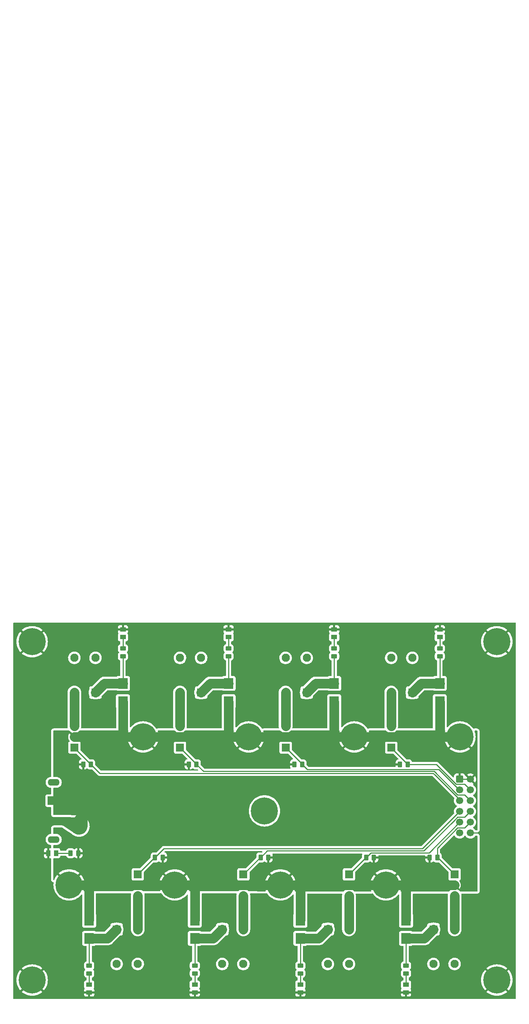
<source format=gbr>
G04 #@! TF.GenerationSoftware,KiCad,Pcbnew,(6.0.5)*
G04 #@! TF.CreationDate,2022-06-25T18:23:23-07:00*
G04 #@! TF.ProjectId,solid_state_relays_24v,736f6c69-645f-4737-9461-74655f72656c,0.0.6*
G04 #@! TF.SameCoordinates,Original*
G04 #@! TF.FileFunction,Copper,L1,Top*
G04 #@! TF.FilePolarity,Positive*
%FSLAX46Y46*%
G04 Gerber Fmt 4.6, Leading zero omitted, Abs format (unit mm)*
G04 Created by KiCad (PCBNEW (6.0.5)) date 2022-06-25 18:23:23*
%MOMM*%
%LPD*%
G01*
G04 APERTURE LIST*
G04 Aperture macros list*
%AMRoundRect*
0 Rectangle with rounded corners*
0 $1 Rounding radius*
0 $2 $3 $4 $5 $6 $7 $8 $9 X,Y pos of 4 corners*
0 Add a 4 corners polygon primitive as box body*
4,1,4,$2,$3,$4,$5,$6,$7,$8,$9,$2,$3,0*
0 Add four circle primitives for the rounded corners*
1,1,$1+$1,$2,$3*
1,1,$1+$1,$4,$5*
1,1,$1+$1,$6,$7*
1,1,$1+$1,$8,$9*
0 Add four rect primitives between the rounded corners*
20,1,$1+$1,$2,$3,$4,$5,0*
20,1,$1+$1,$4,$5,$6,$7,0*
20,1,$1+$1,$6,$7,$8,$9,0*
20,1,$1+$1,$8,$9,$2,$3,0*%
%AMFreePoly0*
4,1,49,2.135355,7.464855,2.150000,7.429500,2.150000,3.175000,2.148124,3.170471,2.148343,3.170047,2.149457,3.156966,2.153880,3.144602,1.999446,0.007822,2.000000,0.000000,1.996053,-0.125581,1.958446,-0.405575,1.881762,-0.677476,1.767531,-0.935860,1.618034,-1.175571,1.436253,-1.391826,1.225814,-1.580310,0.990917,-1.737263,0.736249,-1.859553,0.466891,-1.944740,0.188217,-1.991124,
-0.094213,-1.997780,-0.374763,-1.964575,-0.647835,-1.892171,-0.907981,-1.782013,-1.150011,-1.636299,-1.369094,-1.457937,-1.560861,-1.250485,-1.721484,-1.018083,-1.847759,-0.765367,-1.937166,-0.497380,-1.987922,-0.219469,-1.999013,0.062822,-1.970219,0.343858,-1.902113,0.618034,-1.796055,0.879878,-1.775958,0.914478,-1.775454,0.916957,-1.768707,0.926961,-1.654161,1.124167,-1.526461,1.286153,
0.066046,3.647457,0.079502,3.656364,0.091689,3.666934,0.167860,3.692324,0.167860,7.429500,0.182505,7.464855,0.217860,7.479500,2.100000,7.479500,2.135355,7.464855,2.135355,7.464855,$1*%
%AMFreePoly1*
4,1,47,-0.199145,7.464855,-0.184500,7.429500,-0.184500,3.805567,-0.165806,3.789025,-0.162929,3.783124,-0.157457,3.779494,1.488463,1.333474,1.488900,1.331313,1.520812,1.298896,1.688656,1.071654,1.822807,0.823029,1.920587,0.557982,1.980047,0.281802,2.000000,0.000000,1.996053,-0.125581,1.958446,-0.405575,1.881762,-0.677476,1.767531,-0.935860,1.618034,-1.175571,1.436253,-1.391826,
1.225814,-1.580310,0.990917,-1.737263,0.736249,-1.859553,0.466891,-1.944740,0.188217,-1.991124,-0.094213,-1.997780,-0.374763,-1.964575,-0.647835,-1.892171,-0.907981,-1.782013,-1.150011,-1.636299,-1.369094,-1.457937,-1.560861,-1.250485,-1.721484,-1.018083,-1.847759,-0.765367,-1.937166,-0.497380,-1.987922,-0.219469,-1.990619,-0.150827,-1.995069,-0.146434,-1.995127,-0.137495,-1.998942,-0.129411,
-2.157387,3.152662,-2.166640,3.175000,-2.166640,7.429500,-2.151995,7.464855,-2.116640,7.479500,-0.234500,7.479500,-0.199145,7.464855,-0.199145,7.464855,$1*%
G04 Aperture macros list end*
G04 #@! TA.AperFunction,ComponentPad*
%ADD10C,0.800000*%
G04 #@! TD*
G04 #@! TA.AperFunction,ComponentPad*
%ADD11C,6.400000*%
G04 #@! TD*
G04 #@! TA.AperFunction,SMDPad,CuDef*
%ADD12R,1.000000X1.400000*%
G04 #@! TD*
G04 #@! TA.AperFunction,SMDPad,CuDef*
%ADD13RoundRect,0.250000X-0.262500X-0.450000X0.262500X-0.450000X0.262500X0.450000X-0.262500X0.450000X0*%
G04 #@! TD*
G04 #@! TA.AperFunction,SMDPad,CuDef*
%ADD14R,2.300000X2.500000*%
G04 #@! TD*
G04 #@! TA.AperFunction,SMDPad,CuDef*
%ADD15RoundRect,0.250000X0.262500X0.450000X-0.262500X0.450000X-0.262500X-0.450000X0.262500X-0.450000X0*%
G04 #@! TD*
G04 #@! TA.AperFunction,SMDPad,CuDef*
%ADD16RoundRect,0.250000X0.450000X-0.262500X0.450000X0.262500X-0.450000X0.262500X-0.450000X-0.262500X0*%
G04 #@! TD*
G04 #@! TA.AperFunction,ComponentPad*
%ADD17R,1.950000X1.950000*%
G04 #@! TD*
G04 #@! TA.AperFunction,ComponentPad*
%ADD18C,1.950000*%
G04 #@! TD*
G04 #@! TA.AperFunction,SMDPad,CuDef*
%ADD19R,1.400000X1.000000*%
G04 #@! TD*
G04 #@! TA.AperFunction,SMDPad,CuDef*
%ADD20RoundRect,0.250000X-0.450000X0.262500X-0.450000X-0.262500X0.450000X-0.262500X0.450000X0.262500X0*%
G04 #@! TD*
G04 #@! TA.AperFunction,ComponentPad*
%ADD21RoundRect,0.250000X-0.600000X-0.600000X0.600000X-0.600000X0.600000X0.600000X-0.600000X0.600000X0*%
G04 #@! TD*
G04 #@! TA.AperFunction,ComponentPad*
%ADD22C,1.700000*%
G04 #@! TD*
G04 #@! TA.AperFunction,ComponentPad*
%ADD23O,2.800000X1.600000*%
G04 #@! TD*
G04 #@! TA.AperFunction,ComponentPad*
%ADD24FreePoly0,90.000000*%
G04 #@! TD*
G04 #@! TA.AperFunction,ComponentPad*
%ADD25C,2.200000*%
G04 #@! TD*
G04 #@! TA.AperFunction,ComponentPad*
%ADD26FreePoly1,90.000000*%
G04 #@! TD*
G04 #@! TA.AperFunction,ComponentPad*
%ADD27R,1.920000X1.920000*%
G04 #@! TD*
G04 #@! TA.AperFunction,ComponentPad*
%ADD28C,1.920000*%
G04 #@! TD*
G04 #@! TA.AperFunction,ViaPad*
%ADD29C,0.800000*%
G04 #@! TD*
G04 #@! TA.AperFunction,Conductor*
%ADD30C,0.250000*%
G04 #@! TD*
G04 #@! TA.AperFunction,Conductor*
%ADD31C,2.250000*%
G04 #@! TD*
G04 APERTURE END LIST*
D10*
G04 #@! TO.P,H1,1,1*
G04 #@! TO.N,GNDPWR*
X53302944Y-53302944D03*
D11*
X55000000Y-55000000D03*
D10*
X57400000Y-55000000D03*
X53302944Y-56697056D03*
X56697056Y-53302944D03*
X55000000Y-52600000D03*
X52600000Y-55000000D03*
X55000000Y-57400000D03*
X56697056Y-56697056D03*
G04 #@! TD*
D12*
G04 #@! TO.P,LEDP1,2*
G04 #@! TO.N,Net-(LEDP1-Pad2)*
X60650000Y-105000000D03*
G04 #@! TO.P,LEDP1,1*
G04 #@! TO.N,GNDPWR*
X58850000Y-105000000D03*
G04 #@! TD*
D13*
G04 #@! TO.P,RP4,1*
G04 #@! TO.N,+BATT*
X142087500Y-84000000D03*
G04 #@! TO.P,RP4,2*
G04 #@! TO.N,/a4*
X143912500Y-84000000D03*
G04 #@! TD*
D14*
G04 #@! TO.P,TVS1,1,A1*
G04 #@! TO.N,+BATT*
X76500000Y-69150000D03*
G04 #@! TO.P,TVS1,2,A2*
G04 #@! TO.N,OUT1*
X76500000Y-64850000D03*
G04 #@! TD*
D10*
G04 #@! TO.P,H4,1,1*
G04 #@! TO.N,GNDPWR*
X53302944Y-133302944D03*
X56697056Y-136697056D03*
X56697056Y-133302944D03*
X57400000Y-135000000D03*
X53302944Y-136697056D03*
X52600000Y-135000000D03*
X55000000Y-137400000D03*
X55000000Y-132600000D03*
D11*
X55000000Y-135000000D03*
G04 #@! TD*
D13*
G04 #@! TO.P,RP1,1*
G04 #@! TO.N,+BATT*
X67087500Y-84000000D03*
G04 #@! TO.P,RP1,2*
G04 #@! TO.N,/a1*
X68912500Y-84000000D03*
G04 #@! TD*
D14*
G04 #@! TO.P,TVS5,1,A1*
G04 #@! TO.N,+BATT*
X143500000Y-120850000D03*
G04 #@! TO.P,TVS5,2,A2*
G04 #@! TO.N,OUT5*
X143500000Y-125150000D03*
G04 #@! TD*
D13*
G04 #@! TO.P,RP5,1*
G04 #@! TO.N,+BATT*
X149087500Y-106000000D03*
G04 #@! TO.P,RP5,2*
G04 #@! TO.N,/a5*
X150912500Y-106000000D03*
G04 #@! TD*
D11*
G04 #@! TO.P,HQ2,1,1*
G04 #@! TO.N,+BATT*
X106250000Y-77500000D03*
D10*
X107947056Y-75802944D03*
X107947056Y-79197056D03*
X106250000Y-75100000D03*
X103850000Y-77500000D03*
X104552944Y-79197056D03*
X108650000Y-77500000D03*
X106250000Y-79900000D03*
X104552944Y-75802944D03*
G04 #@! TD*
D14*
G04 #@! TO.P,TVS2,1,A1*
G04 #@! TO.N,+BATT*
X101500000Y-69150000D03*
G04 #@! TO.P,TVS2,2,A2*
G04 #@! TO.N,OUT2*
X101500000Y-64850000D03*
G04 #@! TD*
D15*
G04 #@! TO.P,RP6,1*
G04 #@! TO.N,+BATT*
X135912500Y-106000000D03*
G04 #@! TO.P,RP6,2*
G04 #@! TO.N,/a6*
X134087500Y-106000000D03*
G04 #@! TD*
D10*
G04 #@! TO.P,H2,1,1*
G04 #@! TO.N,GNDPWR*
X163302944Y-56697056D03*
X165000000Y-52600000D03*
D11*
X165000000Y-55000000D03*
D10*
X162600000Y-55000000D03*
X165000000Y-57400000D03*
X166697056Y-53302944D03*
X163302944Y-53302944D03*
X167400000Y-55000000D03*
X166697056Y-56697056D03*
G04 #@! TD*
G04 #@! TO.P,HQ1,1,1*
G04 #@! TO.N,+BATT*
X81250000Y-75100000D03*
X78850000Y-77500000D03*
D11*
X81250000Y-77500000D03*
D10*
X79552944Y-75802944D03*
X82947056Y-79197056D03*
X83650000Y-77500000D03*
X81250000Y-79900000D03*
X82947056Y-75802944D03*
X79552944Y-79197056D03*
G04 #@! TD*
D13*
G04 #@! TO.P,RP2,1*
G04 #@! TO.N,+BATT*
X92087500Y-84000000D03*
G04 #@! TO.P,RP2,2*
G04 #@! TO.N,/a2*
X93912500Y-84000000D03*
G04 #@! TD*
D14*
G04 #@! TO.P,TVS8,1,A1*
G04 #@! TO.N,+BATT*
X68500000Y-120850000D03*
G04 #@! TO.P,TVS8,2,A2*
G04 #@! TO.N,OUT8*
X68500000Y-125150000D03*
G04 #@! TD*
D16*
G04 #@! TO.P,RL6,1*
G04 #@! TO.N,Net-(LED6-Pad2)*
X118500000Y-133412500D03*
G04 #@! TO.P,RL6,2*
G04 #@! TO.N,OUT6*
X118500000Y-131587500D03*
G04 #@! TD*
D17*
G04 #@! TO.P,J2,1,1*
G04 #@! TO.N,OUT2*
X95000000Y-67000000D03*
D18*
G04 #@! TO.P,J2,2,2*
X95000000Y-58800000D03*
G04 #@! TO.P,J2,3,3*
X90000000Y-67000000D03*
G04 #@! TO.P,J2,4,4*
X90000000Y-58800000D03*
G04 #@! TD*
D14*
G04 #@! TO.P,TVS3,1,A1*
G04 #@! TO.N,+BATT*
X126500000Y-69150000D03*
G04 #@! TO.P,TVS3,2,A2*
G04 #@! TO.N,OUT3*
X126500000Y-64850000D03*
G04 #@! TD*
D19*
G04 #@! TO.P,LED7,1*
G04 #@! TO.N,GNDPWR*
X93500000Y-137900000D03*
G04 #@! TO.P,LED7,2*
G04 #@! TO.N,Net-(LED7-Pad2)*
X93500000Y-136100000D03*
G04 #@! TD*
D11*
G04 #@! TO.P,H3,1,1*
G04 #@! TO.N,GNDPWR*
X165000000Y-135000000D03*
D10*
X166697056Y-133302944D03*
X167400000Y-135000000D03*
X166697056Y-136697056D03*
X165000000Y-132600000D03*
X162600000Y-135000000D03*
X165000000Y-137400000D03*
X163302944Y-136697056D03*
X163302944Y-133302944D03*
G04 #@! TD*
D17*
G04 #@! TO.P,J1,1,1*
G04 #@! TO.N,OUT1*
X70000000Y-67000000D03*
D18*
G04 #@! TO.P,J1,2,2*
X70000000Y-58800000D03*
G04 #@! TO.P,J1,3,3*
X65000000Y-67000000D03*
G04 #@! TO.P,J1,4,4*
X65000000Y-58800000D03*
G04 #@! TD*
D20*
G04 #@! TO.P,RL4,1*
G04 #@! TO.N,Net-(LED4-Pad2)*
X151500000Y-56587500D03*
G04 #@! TO.P,RL4,2*
G04 #@! TO.N,OUT4*
X151500000Y-58412500D03*
G04 #@! TD*
D10*
G04 #@! TO.P,HQ7,1,1*
G04 #@! TO.N,+BATT*
X91150000Y-112500000D03*
X88750000Y-110100000D03*
D11*
X88750000Y-112500000D03*
D10*
X90447056Y-114197056D03*
X87052944Y-114197056D03*
X87052944Y-110802944D03*
X86350000Y-112500000D03*
X90447056Y-110802944D03*
X88750000Y-114900000D03*
G04 #@! TD*
D17*
G04 #@! TO.P,J6,1,1*
G04 #@! TO.N,OUT6*
X125000000Y-123000000D03*
D18*
G04 #@! TO.P,J6,2,2*
X125000000Y-131200000D03*
G04 #@! TO.P,J6,3,3*
X130000000Y-123000000D03*
G04 #@! TO.P,J6,4,4*
X130000000Y-131200000D03*
G04 #@! TD*
D16*
G04 #@! TO.P,RL7,1*
G04 #@! TO.N,Net-(LED7-Pad2)*
X93500000Y-133412500D03*
G04 #@! TO.P,RL7,2*
G04 #@! TO.N,OUT7*
X93500000Y-131587500D03*
G04 #@! TD*
D14*
G04 #@! TO.P,TVS6,1,A1*
G04 #@! TO.N,+BATT*
X118500000Y-120850000D03*
G04 #@! TO.P,TVS6,2,A2*
G04 #@! TO.N,OUT6*
X118500000Y-125150000D03*
G04 #@! TD*
D16*
G04 #@! TO.P,RL5,1*
G04 #@! TO.N,Net-(LED5-Pad2)*
X143500000Y-133412500D03*
G04 #@! TO.P,RL5,2*
G04 #@! TO.N,OUT5*
X143500000Y-131587500D03*
G04 #@! TD*
D19*
G04 #@! TO.P,LED3,1*
G04 #@! TO.N,GNDPWR*
X126500000Y-52100000D03*
G04 #@! TO.P,LED3,2*
G04 #@! TO.N,Net-(LED3-Pad2)*
X126500000Y-53900000D03*
G04 #@! TD*
G04 #@! TO.P,LED5,1*
G04 #@! TO.N,GNDPWR*
X143500000Y-137900000D03*
G04 #@! TO.P,LED5,2*
G04 #@! TO.N,Net-(LED5-Pad2)*
X143500000Y-136100000D03*
G04 #@! TD*
D17*
G04 #@! TO.P,J4,1,1*
G04 #@! TO.N,OUT4*
X145000000Y-67000000D03*
D18*
G04 #@! TO.P,J4,2,2*
X145000000Y-58800000D03*
G04 #@! TO.P,J4,3,3*
X140000000Y-67000000D03*
G04 #@! TO.P,J4,4,4*
X140000000Y-58800000D03*
G04 #@! TD*
D13*
G04 #@! TO.P,RP3,1*
G04 #@! TO.N,+BATT*
X117087500Y-84000000D03*
G04 #@! TO.P,RP3,2*
G04 #@! TO.N,/a3*
X118912500Y-84000000D03*
G04 #@! TD*
D17*
G04 #@! TO.P,J3,1,1*
G04 #@! TO.N,OUT3*
X120000000Y-67000000D03*
D18*
G04 #@! TO.P,J3,2,2*
X120000000Y-58800000D03*
G04 #@! TO.P,J3,3,3*
X115000000Y-67000000D03*
G04 #@! TO.P,J3,4,4*
X115000000Y-58800000D03*
G04 #@! TD*
D15*
G04 #@! TO.P,RP7,1*
G04 #@! TO.N,+BATT*
X110912500Y-106000000D03*
G04 #@! TO.P,RP7,2*
G04 #@! TO.N,/a7*
X109087500Y-106000000D03*
G04 #@! TD*
D21*
G04 #@! TO.P,JCNTL1,1,Pin_1*
G04 #@! TO.N,+BATT*
X156200000Y-87500000D03*
D22*
G04 #@! TO.P,JCNTL1,2,Pin_2*
X158740000Y-87500000D03*
G04 #@! TO.P,JCNTL1,3,Pin_3*
G04 #@! TO.N,/a3*
X156200000Y-90040000D03*
G04 #@! TO.P,JCNTL1,4,Pin_4*
G04 #@! TO.N,/a4*
X158740000Y-90040000D03*
G04 #@! TO.P,JCNTL1,5,Pin_5*
G04 #@! TO.N,/a1*
X156200000Y-92580000D03*
G04 #@! TO.P,JCNTL1,6,Pin_6*
G04 #@! TO.N,/a2*
X158740000Y-92580000D03*
G04 #@! TO.P,JCNTL1,7,Pin_7*
G04 #@! TO.N,/a8*
X156200000Y-95120000D03*
G04 #@! TO.P,JCNTL1,8,Pin_8*
G04 #@! TO.N,/a7*
X158740000Y-95120000D03*
G04 #@! TO.P,JCNTL1,9,Pin_9*
G04 #@! TO.N,/a6*
X156200000Y-97660000D03*
G04 #@! TO.P,JCNTL1,10,Pin_10*
G04 #@! TO.N,/a5*
X158740000Y-97660000D03*
G04 #@! TO.P,JCNTL1,11,Pin_11*
G04 #@! TO.N,GNDPWR*
X156200000Y-100200000D03*
G04 #@! TO.P,JCNTL1,12,Pin_12*
X158740000Y-100200000D03*
G04 #@! TD*
D10*
G04 #@! TO.P,HQ6,1,1*
G04 #@! TO.N,+BATT*
X112052944Y-114197056D03*
X115447056Y-110802944D03*
X111350000Y-112500000D03*
D11*
X113750000Y-112500000D03*
D10*
X113750000Y-110100000D03*
X113750000Y-114900000D03*
X116150000Y-112500000D03*
X115447056Y-114197056D03*
X112052944Y-110802944D03*
G04 #@! TD*
G04 #@! TO.P,HQ8,1,1*
G04 #@! TO.N,+BATT*
X65447056Y-110802944D03*
X65447056Y-114197056D03*
X63750000Y-114900000D03*
D11*
X63750000Y-112500000D03*
D10*
X61350000Y-112500000D03*
X62052944Y-114197056D03*
X66150000Y-112500000D03*
X62052944Y-110802944D03*
X63750000Y-110100000D03*
G04 #@! TD*
D16*
G04 #@! TO.P,RL8,1*
G04 #@! TO.N,Net-(LED8-Pad2)*
X68500000Y-133412500D03*
G04 #@! TO.P,RL8,2*
G04 #@! TO.N,OUT8*
X68500000Y-131587500D03*
G04 #@! TD*
D17*
G04 #@! TO.P,J8,1,1*
G04 #@! TO.N,OUT8*
X75000000Y-123000000D03*
D18*
G04 #@! TO.P,J8,2,2*
X75000000Y-131200000D03*
G04 #@! TO.P,J8,3,3*
X80000000Y-123000000D03*
G04 #@! TO.P,J8,4,4*
X80000000Y-131200000D03*
G04 #@! TD*
D23*
G04 #@! TO.P,JPWR1,*
G04 #@! TO.N,*
X60100000Y-88250000D03*
X60100000Y-101750000D03*
D24*
G04 #@! TO.P,JPWR1,1,-*
G04 #@! TO.N,GNDPWR*
X66100000Y-98600000D03*
D25*
X62925000Y-97540000D03*
D26*
G04 #@! TO.P,JPWR1,2,+*
G04 #@! TO.N,+BATT*
X66100000Y-91400000D03*
D25*
X62925000Y-92460000D03*
G04 #@! TD*
D14*
G04 #@! TO.P,TVS4,1,A1*
G04 #@! TO.N,+BATT*
X151500000Y-69150000D03*
G04 #@! TO.P,TVS4,2,A2*
G04 #@! TO.N,OUT4*
X151500000Y-64850000D03*
G04 #@! TD*
D19*
G04 #@! TO.P,LED1,2*
G04 #@! TO.N,Net-(LED1-Pad2)*
X76500000Y-53900000D03*
G04 #@! TO.P,LED1,1*
G04 #@! TO.N,GNDPWR*
X76500000Y-52100000D03*
G04 #@! TD*
D10*
G04 #@! TO.P,HC1,1*
G04 #@! TO.N,N/C*
X108302944Y-96697056D03*
X111697056Y-96697056D03*
X108302944Y-93302944D03*
D11*
X110000000Y-95000000D03*
D10*
X110000000Y-97400000D03*
X112400000Y-95000000D03*
X107600000Y-95000000D03*
X110000000Y-92600000D03*
X111697056Y-93302944D03*
G04 #@! TD*
D20*
G04 #@! TO.P,RL2,1*
G04 #@! TO.N,Net-(LED2-Pad2)*
X101500000Y-56587500D03*
G04 #@! TO.P,RL2,2*
G04 #@! TO.N,OUT2*
X101500000Y-58412500D03*
G04 #@! TD*
D15*
G04 #@! TO.P,RP8,1*
G04 #@! TO.N,+BATT*
X85912500Y-106000000D03*
G04 #@! TO.P,RP8,2*
G04 #@! TO.N,/a8*
X84087500Y-106000000D03*
G04 #@! TD*
D19*
G04 #@! TO.P,LED2,1*
G04 #@! TO.N,GNDPWR*
X101500000Y-52100000D03*
G04 #@! TO.P,LED2,2*
G04 #@! TO.N,Net-(LED2-Pad2)*
X101500000Y-53900000D03*
G04 #@! TD*
D20*
G04 #@! TO.P,RL1,1*
G04 #@! TO.N,Net-(LED1-Pad2)*
X76500000Y-56587500D03*
G04 #@! TO.P,RL1,2*
G04 #@! TO.N,OUT1*
X76500000Y-58412500D03*
G04 #@! TD*
D19*
G04 #@! TO.P,LED4,1*
G04 #@! TO.N,GNDPWR*
X151500000Y-52100000D03*
G04 #@! TO.P,LED4,2*
G04 #@! TO.N,Net-(LED4-Pad2)*
X151500000Y-53900000D03*
G04 #@! TD*
D17*
G04 #@! TO.P,J7,1,1*
G04 #@! TO.N,OUT7*
X100000000Y-123000000D03*
D18*
G04 #@! TO.P,J7,2,2*
X100000000Y-131200000D03*
G04 #@! TO.P,J7,3,3*
X105000000Y-123000000D03*
G04 #@! TO.P,J7,4,4*
X105000000Y-131200000D03*
G04 #@! TD*
D15*
G04 #@! TO.P,R1,1*
G04 #@! TO.N,+BATT*
X65912500Y-105000000D03*
G04 #@! TO.P,R1,2*
G04 #@! TO.N,Net-(LEDP1-Pad2)*
X64087500Y-105000000D03*
G04 #@! TD*
D17*
G04 #@! TO.P,J5,1,1*
G04 #@! TO.N,OUT5*
X150000000Y-123000000D03*
D18*
G04 #@! TO.P,J5,2,2*
X150000000Y-131200000D03*
G04 #@! TO.P,J5,3,3*
X155000000Y-123000000D03*
G04 #@! TO.P,J5,4,4*
X155000000Y-131200000D03*
G04 #@! TD*
D11*
G04 #@! TO.P,HQ5,1,1*
G04 #@! TO.N,+BATT*
X138750000Y-112500000D03*
D10*
X137052944Y-114197056D03*
X141150000Y-112500000D03*
X136350000Y-112500000D03*
X140447056Y-110802944D03*
X138750000Y-114900000D03*
X140447056Y-114197056D03*
X137052944Y-110802944D03*
X138750000Y-110100000D03*
G04 #@! TD*
D19*
G04 #@! TO.P,LED6,1*
G04 #@! TO.N,GNDPWR*
X118500000Y-137900000D03*
G04 #@! TO.P,LED6,2*
G04 #@! TO.N,Net-(LED6-Pad2)*
X118500000Y-136100000D03*
G04 #@! TD*
D14*
G04 #@! TO.P,TVS7,1,A1*
G04 #@! TO.N,+BATT*
X93500000Y-120850000D03*
G04 #@! TO.P,TVS7,2,A2*
G04 #@! TO.N,OUT7*
X93500000Y-125150000D03*
G04 #@! TD*
D10*
G04 #@! TO.P,HQ4,1,1*
G04 #@! TO.N,+BATT*
X154552944Y-79197056D03*
X156250000Y-75100000D03*
D11*
X156250000Y-77500000D03*
D10*
X158650000Y-77500000D03*
X157947056Y-79197056D03*
X154552944Y-75802944D03*
X156250000Y-79900000D03*
X157947056Y-75802944D03*
X153850000Y-77500000D03*
G04 #@! TD*
D19*
G04 #@! TO.P,LED8,1*
G04 #@! TO.N,GNDPWR*
X68500000Y-137900000D03*
G04 #@! TO.P,LED8,2*
G04 #@! TO.N,Net-(LED8-Pad2)*
X68500000Y-136100000D03*
G04 #@! TD*
D20*
G04 #@! TO.P,RL3,1*
G04 #@! TO.N,Net-(LED3-Pad2)*
X126500000Y-56587500D03*
G04 #@! TO.P,RL3,2*
G04 #@! TO.N,OUT3*
X126500000Y-58412500D03*
G04 #@! TD*
D10*
G04 #@! TO.P,HQ3,1,1*
G04 #@! TO.N,+BATT*
X131250000Y-75100000D03*
X129552944Y-79197056D03*
X132947056Y-79197056D03*
X129552944Y-75802944D03*
D11*
X131250000Y-77500000D03*
D10*
X128850000Y-77500000D03*
X133650000Y-77500000D03*
X132947056Y-75802944D03*
X131250000Y-79900000D03*
G04 #@! TD*
D27*
G04 #@! TO.P,Q5,1*
G04 #@! TO.N,/a5*
X155000000Y-110000000D03*
D28*
G04 #@! TO.P,Q5,2*
G04 #@! TO.N,+BATT*
X155000000Y-112540000D03*
G04 #@! TO.P,Q5,3*
G04 #@! TO.N,OUT5*
X155000000Y-115080000D03*
G04 #@! TD*
D27*
G04 #@! TO.P,Q4,1*
G04 #@! TO.N,/a4*
X140000000Y-80000000D03*
D28*
G04 #@! TO.P,Q4,2*
G04 #@! TO.N,+BATT*
X140000000Y-77460000D03*
G04 #@! TO.P,Q4,3*
G04 #@! TO.N,OUT4*
X140000000Y-74920000D03*
G04 #@! TD*
D27*
G04 #@! TO.P,Q1,1*
G04 #@! TO.N,/a1*
X65000000Y-80000000D03*
D28*
G04 #@! TO.P,Q1,2*
G04 #@! TO.N,+BATT*
X65000000Y-77460000D03*
G04 #@! TO.P,Q1,3*
G04 #@! TO.N,OUT1*
X65000000Y-74920000D03*
G04 #@! TD*
D27*
G04 #@! TO.P,Q8,1*
G04 #@! TO.N,/a8*
X80000000Y-110000000D03*
D28*
G04 #@! TO.P,Q8,2*
G04 #@! TO.N,+BATT*
X80000000Y-112540000D03*
G04 #@! TO.P,Q8,3*
G04 #@! TO.N,OUT8*
X80000000Y-115080000D03*
G04 #@! TD*
D27*
G04 #@! TO.P,Q2,1*
G04 #@! TO.N,/a2*
X90000000Y-80000000D03*
D28*
G04 #@! TO.P,Q2,2*
G04 #@! TO.N,+BATT*
X90000000Y-77460000D03*
G04 #@! TO.P,Q2,3*
G04 #@! TO.N,OUT2*
X90000000Y-74920000D03*
G04 #@! TD*
D27*
G04 #@! TO.P,Q3,1*
G04 #@! TO.N,/a3*
X115000000Y-80000000D03*
D28*
G04 #@! TO.P,Q3,2*
G04 #@! TO.N,+BATT*
X115000000Y-77460000D03*
G04 #@! TO.P,Q3,3*
G04 #@! TO.N,OUT3*
X115000000Y-74920000D03*
G04 #@! TD*
D27*
G04 #@! TO.P,Q6,1*
G04 #@! TO.N,/a6*
X130000000Y-110000000D03*
D28*
G04 #@! TO.P,Q6,2*
G04 #@! TO.N,+BATT*
X130000000Y-112540000D03*
G04 #@! TO.P,Q6,3*
G04 #@! TO.N,OUT6*
X130000000Y-115080000D03*
G04 #@! TD*
D27*
G04 #@! TO.P,Q7,1*
G04 #@! TO.N,/a7*
X105000000Y-110000000D03*
D28*
G04 #@! TO.P,Q7,2*
G04 #@! TO.N,+BATT*
X105000000Y-112540000D03*
G04 #@! TO.P,Q7,3*
G04 #@! TO.N,OUT7*
X105000000Y-115080000D03*
G04 #@! TD*
D29*
G04 #@! TO.N,GNDPWR*
X55000000Y-95000000D03*
X148500000Y-135000000D03*
X55000000Y-85000000D03*
X55000000Y-105000000D03*
X121500000Y-74000000D03*
X55000000Y-115000000D03*
X71500000Y-74000000D03*
X73500000Y-135000000D03*
X165000000Y-115000000D03*
X55000000Y-75000000D03*
X161450000Y-100200000D03*
X165000000Y-95000000D03*
X98500000Y-135000000D03*
X55000000Y-125000000D03*
X165000000Y-125000000D03*
X165000000Y-75000000D03*
X165000000Y-105000000D03*
X121500000Y-55000000D03*
X55000000Y-65000000D03*
X98500000Y-116000000D03*
X73500000Y-116000000D03*
X146500000Y-55000000D03*
X165000000Y-65000000D03*
X96500000Y-74000000D03*
X123500000Y-135000000D03*
X71500000Y-55000000D03*
X148500000Y-116000000D03*
X146500000Y-74000000D03*
X96500000Y-55000000D03*
X165000000Y-85000000D03*
X123500000Y-116000000D03*
G04 #@! TO.N,+BATT*
X80000000Y-95000000D03*
X126500000Y-80000000D03*
X150000000Y-95000000D03*
X70000000Y-95000000D03*
X101500000Y-80000000D03*
X90000000Y-95000000D03*
X140000000Y-95000000D03*
X68500000Y-110000000D03*
X76500000Y-80000000D03*
X93500000Y-110000000D03*
X120000000Y-95000000D03*
X143500000Y-110000000D03*
X100000000Y-95000000D03*
X151500000Y-80000000D03*
X130000000Y-95000000D03*
X118500000Y-110000000D03*
G04 #@! TD*
D30*
G04 #@! TO.N,GNDPWR*
X158740000Y-100200000D02*
X161450000Y-100200000D01*
D31*
G04 #@! TO.N,+BATT*
X65000000Y-77460000D02*
X156210000Y-77460000D01*
X154960000Y-112500000D02*
X155000000Y-112540000D01*
X151500000Y-69150000D02*
X151500000Y-80000000D01*
X63750000Y-112500000D02*
X154960000Y-112500000D01*
X118500000Y-120850000D02*
X118500000Y-112870000D01*
X93500000Y-120850000D02*
X93500000Y-110000000D01*
X68500000Y-120850000D02*
X68500000Y-110000000D01*
X118500000Y-112870000D02*
X118500000Y-110000000D01*
X143500000Y-120850000D02*
X143500000Y-110000000D01*
X101500000Y-69150000D02*
X101500000Y-80000000D01*
X76500000Y-69150000D02*
X76500000Y-80000000D01*
D30*
X156200000Y-87500000D02*
X158740000Y-87500000D01*
D31*
X126500000Y-69150000D02*
X126500000Y-80000000D01*
D30*
G04 #@! TO.N,/a1*
X150314282Y-86450000D02*
X149963322Y-86099040D01*
X149963322Y-86099040D02*
X71011540Y-86099040D01*
X65000000Y-80087500D02*
X68912500Y-84000000D01*
X156200000Y-92336727D02*
X150314282Y-86451009D01*
X71011540Y-86099040D02*
X68912500Y-84000000D01*
X150314282Y-86451009D02*
X150314282Y-86450000D01*
G04 #@! TO.N,/a5*
X150912500Y-103826490D02*
X150912500Y-106000000D01*
X158740000Y-97660000D02*
X157374511Y-99025489D01*
X155713501Y-99025489D02*
X150912500Y-103826490D01*
X155000000Y-110000000D02*
X151000000Y-106000000D01*
X157374511Y-99025489D02*
X155713501Y-99025489D01*
G04 #@! TO.N,/a2*
X158740000Y-92580000D02*
X157374511Y-91214511D01*
X155025489Y-90525489D02*
X150149520Y-85649520D01*
X90000000Y-80000000D02*
X93912500Y-83912500D01*
X157374511Y-91214511D02*
X155713501Y-91214511D01*
X155025489Y-90526499D02*
X155025489Y-90525489D01*
X150149520Y-85649520D02*
X95562020Y-85649520D01*
X155713501Y-91214511D02*
X155025489Y-90526499D01*
X95562020Y-85649520D02*
X93912500Y-84000000D01*
G04 #@! TO.N,/a6*
X134087500Y-106000000D02*
X135187500Y-104900000D01*
X148960000Y-104900000D02*
X156200000Y-97660000D01*
X134000000Y-106000000D02*
X130000000Y-110000000D01*
X135187500Y-104900000D02*
X148960000Y-104900000D01*
G04 #@! TO.N,/a3*
X151251789Y-85200000D02*
X120112500Y-85200000D01*
X120112500Y-85200000D02*
X118912500Y-84000000D01*
X156091789Y-90040000D02*
X151251789Y-85200000D01*
X115000000Y-80000000D02*
X118912500Y-83912500D01*
G04 #@! TO.N,/a7*
X157374511Y-96485489D02*
X155713501Y-96485489D01*
X147750000Y-104450000D02*
X110637500Y-104450000D01*
X105000000Y-110000000D02*
X109000000Y-106000000D01*
X155025489Y-97173501D02*
X155025489Y-97174511D01*
X158740000Y-95120000D02*
X157374511Y-96485489D01*
X155713501Y-96485489D02*
X155025489Y-97173501D01*
X110637500Y-104450000D02*
X109087500Y-106000000D01*
X155025489Y-97174511D02*
X147750000Y-104450000D01*
G04 #@! TO.N,/a4*
X140000000Y-80087500D02*
X143912500Y-84000000D01*
X150687507Y-84000000D02*
X143912500Y-84000000D01*
X157374520Y-88674520D02*
X155362027Y-88674520D01*
X155362027Y-88674520D02*
X150687507Y-84000000D01*
X158740000Y-90040000D02*
X157374520Y-88674520D01*
G04 #@! TO.N,/a8*
X84000000Y-106000000D02*
X80000000Y-110000000D01*
X147420000Y-103900000D02*
X156200000Y-95120000D01*
X86187500Y-103900000D02*
X147420000Y-103900000D01*
X84087500Y-106000000D02*
X86187500Y-103900000D01*
D31*
G04 #@! TO.N,OUT1*
X72150000Y-64850000D02*
X70000000Y-67000000D01*
X65000000Y-74920000D02*
X65000000Y-67000000D01*
D30*
X76500000Y-64850000D02*
X76500000Y-58412500D01*
D31*
X76500000Y-64850000D02*
X72150000Y-64850000D01*
D30*
G04 #@! TO.N,OUT2*
X101500000Y-64850000D02*
X101500000Y-58412500D01*
D31*
X101500000Y-64850000D02*
X97150000Y-64850000D01*
X90000000Y-74920000D02*
X90000000Y-67000000D01*
X97150000Y-64850000D02*
X95000000Y-67000000D01*
D30*
G04 #@! TO.N,OUT3*
X126500000Y-64850000D02*
X126500000Y-58412500D01*
D31*
X122150000Y-64850000D02*
X120000000Y-67000000D01*
X115000000Y-74920000D02*
X115000000Y-67000000D01*
X126500000Y-64850000D02*
X122150000Y-64850000D01*
G04 #@! TO.N,OUT4*
X151500000Y-64850000D02*
X147150000Y-64850000D01*
D30*
X151500000Y-64850000D02*
X151500000Y-58412500D01*
D31*
X140000000Y-74920000D02*
X140000000Y-67000000D01*
X147150000Y-64850000D02*
X145000000Y-67000000D01*
D30*
G04 #@! TO.N,OUT5*
X143500000Y-131587500D02*
X143500000Y-125150000D01*
D31*
X155000000Y-115080000D02*
X155000000Y-123000000D01*
X143500000Y-125150000D02*
X147850000Y-125150000D01*
X147850000Y-125150000D02*
X150000000Y-123000000D01*
G04 #@! TO.N,OUT6*
X122850000Y-125150000D02*
X125000000Y-123000000D01*
X130000000Y-115080000D02*
X130000000Y-123000000D01*
D30*
X118500000Y-125150000D02*
X118500000Y-131587500D01*
D31*
X118500000Y-125150000D02*
X122850000Y-125150000D01*
D30*
G04 #@! TO.N,OUT7*
X93500000Y-125150000D02*
X93500000Y-131587500D01*
D31*
X105000000Y-115080000D02*
X105000000Y-123000000D01*
X93500000Y-125150000D02*
X97850000Y-125150000D01*
X97850000Y-125150000D02*
X100000000Y-123000000D01*
G04 #@! TO.N,OUT8*
X68500000Y-125150000D02*
X72850000Y-125150000D01*
X80000000Y-115080000D02*
X80000000Y-123000000D01*
D30*
X68500000Y-125150000D02*
X68500000Y-131587500D01*
D31*
X72850000Y-125150000D02*
X75000000Y-123000000D01*
D30*
G04 #@! TO.N,Net-(LED1-Pad2)*
X76500000Y-56587500D02*
X76500000Y-53900000D01*
G04 #@! TO.N,Net-(LED2-Pad2)*
X101500000Y-56587500D02*
X101500000Y-53900000D01*
G04 #@! TO.N,Net-(LED3-Pad2)*
X126500000Y-56587500D02*
X126500000Y-53900000D01*
G04 #@! TO.N,Net-(LED4-Pad2)*
X151500000Y-56587500D02*
X151500000Y-53900000D01*
G04 #@! TO.N,Net-(LED5-Pad2)*
X143500000Y-136100000D02*
X143500000Y-133412500D01*
G04 #@! TO.N,Net-(LED6-Pad2)*
X118500000Y-133412500D02*
X118500000Y-136100000D01*
G04 #@! TO.N,Net-(LED7-Pad2)*
X93500000Y-133412500D02*
X93500000Y-136100000D01*
G04 #@! TO.N,Net-(LED8-Pad2)*
X68500000Y-133412500D02*
X68500000Y-136100000D01*
G04 #@! TO.N,Net-(LEDP1-Pad2)*
X64087500Y-105000000D02*
X60650000Y-105000000D01*
G04 #@! TD*
G04 #@! TA.AperFunction,Conductor*
G04 #@! TO.N,+BATT*
G36*
X160342582Y-76019767D02*
G01*
X160389075Y-76073422D01*
X160400462Y-76125732D01*
X160406574Y-99448467D01*
X160386590Y-99516593D01*
X160332946Y-99563100D01*
X160280574Y-99574500D01*
X160016267Y-99574500D01*
X159948146Y-99554498D01*
X159913054Y-99520770D01*
X159781654Y-99333111D01*
X159778495Y-99328599D01*
X159611401Y-99161505D01*
X159606893Y-99158348D01*
X159606890Y-99158346D01*
X159428181Y-99033213D01*
X159383853Y-98977756D01*
X159376544Y-98907137D01*
X159408575Y-98843776D01*
X159428181Y-98826787D01*
X159606890Y-98701654D01*
X159606893Y-98701652D01*
X159611401Y-98698495D01*
X159778495Y-98531401D01*
X159914035Y-98337829D01*
X159918487Y-98328283D01*
X160011580Y-98128645D01*
X160011581Y-98128643D01*
X160013903Y-98123663D01*
X160075063Y-97895408D01*
X160095659Y-97660000D01*
X160075063Y-97424592D01*
X160013903Y-97196337D01*
X160006590Y-97180655D01*
X159916358Y-96987152D01*
X159916356Y-96987149D01*
X159914035Y-96982171D01*
X159778495Y-96788599D01*
X159611401Y-96621505D01*
X159606893Y-96618348D01*
X159606890Y-96618346D01*
X159428181Y-96493213D01*
X159383853Y-96437756D01*
X159376544Y-96367137D01*
X159408575Y-96303776D01*
X159428181Y-96286787D01*
X159606890Y-96161654D01*
X159606893Y-96161652D01*
X159611401Y-96158495D01*
X159778495Y-95991401D01*
X159914035Y-95797829D01*
X160013903Y-95583663D01*
X160066508Y-95387338D01*
X160073639Y-95360723D01*
X160073639Y-95360722D01*
X160075063Y-95355408D01*
X160095659Y-95120000D01*
X160075063Y-94884592D01*
X160013903Y-94656337D01*
X159933288Y-94483458D01*
X159916358Y-94447152D01*
X159916356Y-94447149D01*
X159914035Y-94442171D01*
X159778495Y-94248599D01*
X159611401Y-94081505D01*
X159606893Y-94078348D01*
X159606890Y-94078346D01*
X159479408Y-93989082D01*
X159428181Y-93953213D01*
X159383853Y-93897756D01*
X159376544Y-93827137D01*
X159408575Y-93763776D01*
X159428181Y-93746787D01*
X159606890Y-93621654D01*
X159606893Y-93621652D01*
X159611401Y-93618495D01*
X159778495Y-93451401D01*
X159914035Y-93257829D01*
X159929880Y-93223851D01*
X160011580Y-93048645D01*
X160011581Y-93048643D01*
X160013903Y-93043663D01*
X160072577Y-92824688D01*
X160073639Y-92820723D01*
X160073639Y-92820722D01*
X160075063Y-92815408D01*
X160095659Y-92580000D01*
X160075063Y-92344592D01*
X160073639Y-92339277D01*
X160015326Y-92121647D01*
X160015325Y-92121645D01*
X160013903Y-92116337D01*
X159997469Y-92081094D01*
X159916358Y-91907152D01*
X159916356Y-91907149D01*
X159914035Y-91902171D01*
X159778495Y-91708599D01*
X159611401Y-91541505D01*
X159606893Y-91538348D01*
X159606890Y-91538346D01*
X159428181Y-91413213D01*
X159383853Y-91357756D01*
X159376544Y-91287137D01*
X159408575Y-91223776D01*
X159428181Y-91206787D01*
X159606890Y-91081654D01*
X159606893Y-91081652D01*
X159611401Y-91078495D01*
X159778495Y-90911401D01*
X159914035Y-90717829D01*
X160013903Y-90503663D01*
X160075063Y-90275408D01*
X160095659Y-90040000D01*
X160075063Y-89804592D01*
X160013903Y-89576337D01*
X159968123Y-89478162D01*
X159916358Y-89367152D01*
X159916356Y-89367149D01*
X159914035Y-89362171D01*
X159778495Y-89168599D01*
X159611401Y-89001505D01*
X159606893Y-88998348D01*
X159606890Y-88998346D01*
X159476775Y-88907239D01*
X159435336Y-88878223D01*
X159391008Y-88822766D01*
X159383699Y-88752147D01*
X159415730Y-88688786D01*
X159438018Y-88670859D01*
X159437737Y-88670465D01*
X159489247Y-88633723D01*
X159497648Y-88623023D01*
X159490660Y-88609870D01*
X158381922Y-87501132D01*
X159104408Y-87501132D01*
X159104539Y-87502965D01*
X159108790Y-87509580D01*
X159850474Y-88251264D01*
X159862484Y-88257823D01*
X159874223Y-88248855D01*
X159905004Y-88206019D01*
X159910315Y-88197180D01*
X160004670Y-88006267D01*
X160008469Y-87996672D01*
X160070376Y-87792915D01*
X160072555Y-87782834D01*
X160100590Y-87569887D01*
X160101109Y-87563212D01*
X160102572Y-87503364D01*
X160102378Y-87496646D01*
X160084781Y-87282604D01*
X160083096Y-87272424D01*
X160031214Y-87065875D01*
X160027894Y-87056124D01*
X159942972Y-86860814D01*
X159938105Y-86851739D01*
X159873063Y-86751197D01*
X159862377Y-86741995D01*
X159852812Y-86746398D01*
X159112022Y-87487188D01*
X159104408Y-87501132D01*
X158381922Y-87501132D01*
X157629849Y-86749059D01*
X157589966Y-86727280D01*
X157576009Y-86724244D01*
X157525807Y-86674042D01*
X157516871Y-86653532D01*
X157493413Y-86583218D01*
X157487239Y-86570038D01*
X157401937Y-86432193D01*
X157392901Y-86420792D01*
X157348459Y-86376427D01*
X157981223Y-86376427D01*
X157987968Y-86388758D01*
X158727188Y-87127978D01*
X158741132Y-87135592D01*
X158742965Y-87135461D01*
X158749580Y-87131210D01*
X159493389Y-86387401D01*
X159500410Y-86374544D01*
X159493611Y-86365213D01*
X159489554Y-86362518D01*
X159303117Y-86259599D01*
X159293705Y-86255369D01*
X159092959Y-86184280D01*
X159082989Y-86181646D01*
X158873327Y-86144301D01*
X158863073Y-86143331D01*
X158650116Y-86140728D01*
X158639832Y-86141448D01*
X158429321Y-86173661D01*
X158419293Y-86176050D01*
X158216868Y-86242212D01*
X158207359Y-86246209D01*
X158018466Y-86344540D01*
X158009734Y-86350039D01*
X157989677Y-86365099D01*
X157981223Y-86376427D01*
X157348459Y-86376427D01*
X157278171Y-86306261D01*
X157266760Y-86297249D01*
X157128757Y-86212184D01*
X157115576Y-86206037D01*
X156961290Y-86154862D01*
X156947914Y-86151995D01*
X156853562Y-86142328D01*
X156847145Y-86142000D01*
X156472115Y-86142000D01*
X156456876Y-86146475D01*
X156455671Y-86147865D01*
X156454000Y-86155548D01*
X156454000Y-87628000D01*
X156433998Y-87696121D01*
X156380342Y-87742614D01*
X156328000Y-87754000D01*
X156072000Y-87754000D01*
X156003879Y-87733998D01*
X155957386Y-87680342D01*
X155946000Y-87628000D01*
X155946000Y-86160116D01*
X155941525Y-86144877D01*
X155940135Y-86143672D01*
X155932452Y-86142001D01*
X155552905Y-86142001D01*
X155546386Y-86142338D01*
X155450794Y-86152257D01*
X155437400Y-86155149D01*
X155283216Y-86206588D01*
X155270038Y-86212761D01*
X155132193Y-86298063D01*
X155120792Y-86307099D01*
X155006261Y-86421829D01*
X154997249Y-86433240D01*
X154912184Y-86571243D01*
X154906037Y-86584424D01*
X154854862Y-86738710D01*
X154851995Y-86752086D01*
X154842328Y-86846438D01*
X154842000Y-86852855D01*
X154842000Y-86965713D01*
X154821998Y-87033834D01*
X154768342Y-87080327D01*
X154698068Y-87090431D01*
X154633488Y-87060937D01*
X154626905Y-87054808D01*
X153045638Y-85473540D01*
X151184749Y-83612651D01*
X151177360Y-83604531D01*
X151173293Y-83598123D01*
X151124300Y-83552115D01*
X151121458Y-83549360D01*
X151101978Y-83529880D01*
X151098848Y-83527452D01*
X151098766Y-83527380D01*
X151089858Y-83519771D01*
X151058089Y-83489938D01*
X151040674Y-83480364D01*
X151024145Y-83469507D01*
X151014707Y-83462186D01*
X151008443Y-83457327D01*
X150968449Y-83440020D01*
X150957789Y-83434798D01*
X150952548Y-83431917D01*
X150919599Y-83413803D01*
X150900343Y-83408859D01*
X150881654Y-83402460D01*
X150863403Y-83394562D01*
X150820348Y-83387743D01*
X150808744Y-83385340D01*
X150766526Y-83374500D01*
X150746651Y-83374500D01*
X150726941Y-83372949D01*
X150715140Y-83371080D01*
X150707311Y-83369840D01*
X150699419Y-83370586D01*
X150663928Y-83373941D01*
X150652070Y-83374500D01*
X144998432Y-83374500D01*
X144930311Y-83354498D01*
X144883818Y-83300842D01*
X144878908Y-83288376D01*
X144861574Y-83236419D01*
X144859256Y-83229471D01*
X144767166Y-83080655D01*
X144643311Y-82957016D01*
X144628787Y-82948063D01*
X144603342Y-82932379D01*
X144494334Y-82865186D01*
X144487023Y-82862761D01*
X144334759Y-82812256D01*
X144334757Y-82812255D01*
X144328228Y-82810090D01*
X144224866Y-82799500D01*
X143648780Y-82799500D01*
X143580659Y-82779498D01*
X143559685Y-82762595D01*
X141497405Y-80700314D01*
X141463379Y-80638002D01*
X141460500Y-80611219D01*
X141460500Y-80297386D01*
X153817759Y-80297386D01*
X153825216Y-80307753D01*
X154064935Y-80501874D01*
X154070272Y-80505751D01*
X154390685Y-80713830D01*
X154396394Y-80717127D01*
X154736811Y-80890578D01*
X154742836Y-80893260D01*
X155099502Y-81030171D01*
X155105784Y-81032212D01*
X155474816Y-81131094D01*
X155481266Y-81132465D01*
X155858629Y-81192234D01*
X155865167Y-81192920D01*
X156246699Y-81212916D01*
X156253301Y-81212916D01*
X156634833Y-81192920D01*
X156641371Y-81192234D01*
X157018734Y-81132465D01*
X157025184Y-81131094D01*
X157394216Y-81032212D01*
X157400498Y-81030171D01*
X157757164Y-80893260D01*
X157763189Y-80890578D01*
X158103606Y-80717127D01*
X158109315Y-80713830D01*
X158429728Y-80505751D01*
X158435065Y-80501874D01*
X158673835Y-80308522D01*
X158682300Y-80296267D01*
X158675966Y-80285176D01*
X156262812Y-77872022D01*
X156248868Y-77864408D01*
X156247035Y-77864539D01*
X156240420Y-77868790D01*
X153824900Y-80284310D01*
X153817759Y-80297386D01*
X141460500Y-80297386D01*
X141460499Y-78996042D01*
X141460499Y-78992624D01*
X141453851Y-78931420D01*
X141403526Y-78797176D01*
X141398146Y-78789997D01*
X141398144Y-78789994D01*
X141322928Y-78689635D01*
X141317546Y-78682454D01*
X141266526Y-78644216D01*
X141210006Y-78601856D01*
X141210003Y-78601854D01*
X141202824Y-78596474D01*
X141190245Y-78591759D01*
X141186708Y-78589101D01*
X141186545Y-78589012D01*
X141186558Y-78588988D01*
X141133481Y-78549117D01*
X141108782Y-78482555D01*
X141123990Y-78413206D01*
X141132153Y-78400251D01*
X141259616Y-78222867D01*
X141264927Y-78214028D01*
X141367296Y-78006901D01*
X141371094Y-77997308D01*
X141438262Y-77776232D01*
X141440439Y-77766162D01*
X141470835Y-77535279D01*
X141471354Y-77528604D01*
X141472949Y-77463364D01*
X141472755Y-77456647D01*
X141453675Y-77224567D01*
X141451992Y-77214405D01*
X141395703Y-76990306D01*
X141392382Y-76980551D01*
X141300252Y-76768667D01*
X141295374Y-76759570D01*
X141212616Y-76631645D01*
X141201930Y-76622442D01*
X141192365Y-76626845D01*
X140089095Y-77730115D01*
X140026783Y-77764141D01*
X139955968Y-77759076D01*
X139910905Y-77730115D01*
X138810687Y-76629897D01*
X138799151Y-76623597D01*
X138786868Y-76633221D01*
X138722126Y-76728129D01*
X138717028Y-76737103D01*
X138619750Y-76946670D01*
X138616187Y-76956357D01*
X138554442Y-77178999D01*
X138552511Y-77189118D01*
X138527958Y-77418878D01*
X138527706Y-77429167D01*
X138541006Y-77659838D01*
X138542442Y-77670058D01*
X138593238Y-77895454D01*
X138596317Y-77905282D01*
X138683249Y-78119370D01*
X138687892Y-78128561D01*
X138808624Y-78325577D01*
X138814702Y-78333881D01*
X138863525Y-78390243D01*
X138893008Y-78454828D01*
X138882894Y-78525101D01*
X138836393Y-78578749D01*
X138812517Y-78590723D01*
X138797176Y-78596474D01*
X138789997Y-78601854D01*
X138789994Y-78601856D01*
X138733474Y-78644216D01*
X138682454Y-78682454D01*
X138677072Y-78689635D01*
X138601856Y-78789994D01*
X138601854Y-78789997D01*
X138596474Y-78797176D01*
X138546149Y-78931420D01*
X138539500Y-78992623D01*
X138539501Y-81007376D01*
X138539870Y-81010770D01*
X138539870Y-81010776D01*
X138542199Y-81032212D01*
X138546149Y-81068580D01*
X138596474Y-81202824D01*
X138601854Y-81210003D01*
X138601856Y-81210006D01*
X138677072Y-81310365D01*
X138682454Y-81317546D01*
X138689635Y-81322928D01*
X138789994Y-81398144D01*
X138789997Y-81398146D01*
X138797176Y-81403526D01*
X138886561Y-81437034D01*
X138924025Y-81451079D01*
X138924027Y-81451079D01*
X138931420Y-81453851D01*
X138939270Y-81454704D01*
X138939271Y-81454704D01*
X138989226Y-81460131D01*
X138992623Y-81460500D01*
X139084538Y-81460500D01*
X140436219Y-81460499D01*
X140504340Y-81480501D01*
X140525314Y-81497404D01*
X141646249Y-82618339D01*
X141680275Y-82680651D01*
X141675210Y-82751466D01*
X141632663Y-82808302D01*
X141597029Y-82826958D01*
X141508218Y-82856587D01*
X141495038Y-82862761D01*
X141357193Y-82948063D01*
X141345792Y-82957099D01*
X141231261Y-83071829D01*
X141222249Y-83083240D01*
X141137184Y-83221243D01*
X141131037Y-83234424D01*
X141079862Y-83388710D01*
X141076995Y-83402086D01*
X141067328Y-83496438D01*
X141067000Y-83502855D01*
X141067000Y-83727885D01*
X141071475Y-83743124D01*
X141072865Y-83744329D01*
X141080548Y-83746000D01*
X142215500Y-83746000D01*
X142283621Y-83766002D01*
X142330114Y-83819658D01*
X142341500Y-83872000D01*
X142341500Y-84128000D01*
X142321498Y-84196121D01*
X142267842Y-84242614D01*
X142215500Y-84254000D01*
X141085116Y-84254000D01*
X141069877Y-84258475D01*
X141068672Y-84259865D01*
X141067001Y-84267548D01*
X141067001Y-84448500D01*
X141046999Y-84516621D01*
X140993343Y-84563114D01*
X140941001Y-84574500D01*
X120423781Y-84574500D01*
X120355660Y-84554498D01*
X120334686Y-84537595D01*
X119962405Y-84165314D01*
X119928379Y-84103002D01*
X119925500Y-84076219D01*
X119925500Y-83500134D01*
X119925163Y-83496884D01*
X119915353Y-83402339D01*
X119915352Y-83402335D01*
X119914641Y-83395481D01*
X119911257Y-83385336D01*
X119861574Y-83236419D01*
X119859256Y-83229471D01*
X119767166Y-83080655D01*
X119643311Y-82957016D01*
X119628787Y-82948063D01*
X119603342Y-82932379D01*
X119494334Y-82865186D01*
X119487023Y-82862761D01*
X119334759Y-82812256D01*
X119334757Y-82812255D01*
X119328228Y-82810090D01*
X119224866Y-82799500D01*
X118736280Y-82799500D01*
X118668159Y-82779498D01*
X118647185Y-82762595D01*
X116497405Y-80612814D01*
X116463379Y-80550502D01*
X116460500Y-80523719D01*
X116460500Y-80297386D01*
X128817759Y-80297386D01*
X128825216Y-80307753D01*
X129064935Y-80501874D01*
X129070272Y-80505751D01*
X129390685Y-80713830D01*
X129396394Y-80717127D01*
X129736811Y-80890578D01*
X129742836Y-80893260D01*
X130099502Y-81030171D01*
X130105784Y-81032212D01*
X130474816Y-81131094D01*
X130481266Y-81132465D01*
X130858629Y-81192234D01*
X130865167Y-81192920D01*
X131246699Y-81212916D01*
X131253301Y-81212916D01*
X131634833Y-81192920D01*
X131641371Y-81192234D01*
X132018734Y-81132465D01*
X132025184Y-81131094D01*
X132394216Y-81032212D01*
X132400498Y-81030171D01*
X132757164Y-80893260D01*
X132763189Y-80890578D01*
X133103606Y-80717127D01*
X133109315Y-80713830D01*
X133429728Y-80505751D01*
X133435065Y-80501874D01*
X133673835Y-80308522D01*
X133682300Y-80296267D01*
X133675966Y-80285176D01*
X131262812Y-77872022D01*
X131248868Y-77864408D01*
X131247035Y-77864539D01*
X131240420Y-77868790D01*
X128824900Y-80284310D01*
X128817759Y-80297386D01*
X116460500Y-80297386D01*
X116460499Y-78996042D01*
X116460499Y-78992624D01*
X116453851Y-78931420D01*
X116403526Y-78797176D01*
X116398146Y-78789997D01*
X116398144Y-78789994D01*
X116322928Y-78689635D01*
X116317546Y-78682454D01*
X116266526Y-78644216D01*
X116210006Y-78601856D01*
X116210003Y-78601854D01*
X116202824Y-78596474D01*
X116190245Y-78591759D01*
X116186708Y-78589101D01*
X116186545Y-78589012D01*
X116186558Y-78588988D01*
X116133481Y-78549117D01*
X116108782Y-78482555D01*
X116123990Y-78413206D01*
X116132153Y-78400251D01*
X116259616Y-78222867D01*
X116264927Y-78214028D01*
X116367296Y-78006901D01*
X116371094Y-77997308D01*
X116438262Y-77776232D01*
X116440439Y-77766162D01*
X116470835Y-77535279D01*
X116471354Y-77528604D01*
X116472949Y-77463364D01*
X116472755Y-77456647D01*
X116453675Y-77224567D01*
X116451992Y-77214405D01*
X116395703Y-76990306D01*
X116392382Y-76980551D01*
X116300252Y-76768667D01*
X116295374Y-76759570D01*
X116212616Y-76631645D01*
X116201930Y-76622442D01*
X116192365Y-76626845D01*
X115089095Y-77730115D01*
X115026783Y-77764141D01*
X114955968Y-77759076D01*
X114910905Y-77730115D01*
X113810687Y-76629897D01*
X113799151Y-76623597D01*
X113786868Y-76633221D01*
X113722126Y-76728129D01*
X113717028Y-76737103D01*
X113619750Y-76946670D01*
X113616187Y-76956357D01*
X113554442Y-77178999D01*
X113552511Y-77189118D01*
X113527958Y-77418878D01*
X113527706Y-77429167D01*
X113541006Y-77659838D01*
X113542442Y-77670058D01*
X113593238Y-77895454D01*
X113596317Y-77905282D01*
X113683249Y-78119370D01*
X113687892Y-78128561D01*
X113808624Y-78325577D01*
X113814702Y-78333881D01*
X113863525Y-78390243D01*
X113893008Y-78454828D01*
X113882894Y-78525101D01*
X113836393Y-78578749D01*
X113812517Y-78590723D01*
X113797176Y-78596474D01*
X113789997Y-78601854D01*
X113789994Y-78601856D01*
X113733474Y-78644216D01*
X113682454Y-78682454D01*
X113677072Y-78689635D01*
X113601856Y-78789994D01*
X113601854Y-78789997D01*
X113596474Y-78797176D01*
X113546149Y-78931420D01*
X113539500Y-78992623D01*
X113539501Y-81007376D01*
X113539870Y-81010770D01*
X113539870Y-81010776D01*
X113542199Y-81032212D01*
X113546149Y-81068580D01*
X113596474Y-81202824D01*
X113601854Y-81210003D01*
X113601856Y-81210006D01*
X113677072Y-81310365D01*
X113682454Y-81317546D01*
X113689635Y-81322928D01*
X113789994Y-81398144D01*
X113789997Y-81398146D01*
X113797176Y-81403526D01*
X113886561Y-81437034D01*
X113924025Y-81451079D01*
X113924027Y-81451079D01*
X113931420Y-81453851D01*
X113939270Y-81454704D01*
X113939271Y-81454704D01*
X113989226Y-81460131D01*
X113992623Y-81460500D01*
X114089915Y-81460500D01*
X115523719Y-81460499D01*
X115591840Y-81480501D01*
X115612814Y-81497404D01*
X116711860Y-82596450D01*
X116745886Y-82658762D01*
X116740821Y-82729577D01*
X116698274Y-82786413D01*
X116662640Y-82805069D01*
X116508218Y-82856587D01*
X116495038Y-82862761D01*
X116357193Y-82948063D01*
X116345792Y-82957099D01*
X116231261Y-83071829D01*
X116222249Y-83083240D01*
X116137184Y-83221243D01*
X116131037Y-83234424D01*
X116079862Y-83388710D01*
X116076995Y-83402086D01*
X116067328Y-83496438D01*
X116067000Y-83502855D01*
X116067000Y-83727885D01*
X116071475Y-83743124D01*
X116072865Y-83744329D01*
X116080548Y-83746000D01*
X117215500Y-83746000D01*
X117283621Y-83766002D01*
X117330114Y-83819658D01*
X117341500Y-83872000D01*
X117341500Y-84128000D01*
X117321498Y-84196121D01*
X117267842Y-84242614D01*
X117215500Y-84254000D01*
X116085116Y-84254000D01*
X116069877Y-84258475D01*
X116068672Y-84259865D01*
X116067001Y-84267548D01*
X116067001Y-84497095D01*
X116067338Y-84503614D01*
X116077257Y-84599206D01*
X116080149Y-84612600D01*
X116131588Y-84766784D01*
X116137759Y-84779956D01*
X116169789Y-84831717D01*
X116188626Y-84900169D01*
X116167464Y-84967939D01*
X116113024Y-85013510D01*
X116062644Y-85024020D01*
X95873301Y-85024020D01*
X95805180Y-85004018D01*
X95784205Y-84987115D01*
X94962404Y-84165313D01*
X94928379Y-84103001D01*
X94925500Y-84076218D01*
X94925500Y-83500134D01*
X94925163Y-83496884D01*
X94915353Y-83402339D01*
X94915352Y-83402335D01*
X94914641Y-83395481D01*
X94911257Y-83385336D01*
X94861574Y-83236419D01*
X94859256Y-83229471D01*
X94767166Y-83080655D01*
X94643311Y-82957016D01*
X94628787Y-82948063D01*
X94603342Y-82932379D01*
X94494334Y-82865186D01*
X94487023Y-82862761D01*
X94334759Y-82812256D01*
X94334757Y-82812255D01*
X94328228Y-82810090D01*
X94224866Y-82799500D01*
X93736280Y-82799500D01*
X93668159Y-82779498D01*
X93647185Y-82762595D01*
X91497405Y-80612814D01*
X91463379Y-80550502D01*
X91460500Y-80523719D01*
X91460500Y-80297386D01*
X103817759Y-80297386D01*
X103825216Y-80307753D01*
X104064935Y-80501874D01*
X104070272Y-80505751D01*
X104390685Y-80713830D01*
X104396394Y-80717127D01*
X104736811Y-80890578D01*
X104742836Y-80893260D01*
X105099502Y-81030171D01*
X105105784Y-81032212D01*
X105474816Y-81131094D01*
X105481266Y-81132465D01*
X105858629Y-81192234D01*
X105865167Y-81192920D01*
X106246699Y-81212916D01*
X106253301Y-81212916D01*
X106634833Y-81192920D01*
X106641371Y-81192234D01*
X107018734Y-81132465D01*
X107025184Y-81131094D01*
X107394216Y-81032212D01*
X107400498Y-81030171D01*
X107757164Y-80893260D01*
X107763189Y-80890578D01*
X108103606Y-80717127D01*
X108109315Y-80713830D01*
X108429728Y-80505751D01*
X108435065Y-80501874D01*
X108673835Y-80308522D01*
X108682300Y-80296267D01*
X108675966Y-80285176D01*
X106262812Y-77872022D01*
X106248868Y-77864408D01*
X106247035Y-77864539D01*
X106240420Y-77868790D01*
X103824900Y-80284310D01*
X103817759Y-80297386D01*
X91460500Y-80297386D01*
X91460499Y-78996042D01*
X91460499Y-78992624D01*
X91453851Y-78931420D01*
X91403526Y-78797176D01*
X91398146Y-78789997D01*
X91398144Y-78789994D01*
X91322928Y-78689635D01*
X91317546Y-78682454D01*
X91266526Y-78644216D01*
X91210006Y-78601856D01*
X91210003Y-78601854D01*
X91202824Y-78596474D01*
X91190245Y-78591759D01*
X91186708Y-78589101D01*
X91186545Y-78589012D01*
X91186558Y-78588988D01*
X91133481Y-78549117D01*
X91108782Y-78482555D01*
X91123990Y-78413206D01*
X91132153Y-78400251D01*
X91259616Y-78222867D01*
X91264927Y-78214028D01*
X91367296Y-78006901D01*
X91371094Y-77997308D01*
X91438262Y-77776232D01*
X91440439Y-77766162D01*
X91470835Y-77535279D01*
X91471354Y-77528604D01*
X91472949Y-77463364D01*
X91472755Y-77456647D01*
X91453675Y-77224567D01*
X91451992Y-77214405D01*
X91395703Y-76990306D01*
X91392382Y-76980551D01*
X91300252Y-76768667D01*
X91295374Y-76759570D01*
X91212616Y-76631645D01*
X91201930Y-76622442D01*
X91192365Y-76626845D01*
X90089095Y-77730115D01*
X90026783Y-77764141D01*
X89955968Y-77759076D01*
X89910905Y-77730115D01*
X88810687Y-76629897D01*
X88799151Y-76623597D01*
X88786868Y-76633221D01*
X88722126Y-76728129D01*
X88717028Y-76737103D01*
X88619750Y-76946670D01*
X88616187Y-76956357D01*
X88554442Y-77178999D01*
X88552511Y-77189118D01*
X88527958Y-77418878D01*
X88527706Y-77429167D01*
X88541006Y-77659838D01*
X88542442Y-77670058D01*
X88593238Y-77895454D01*
X88596317Y-77905282D01*
X88683249Y-78119370D01*
X88687892Y-78128561D01*
X88808624Y-78325577D01*
X88814702Y-78333881D01*
X88863525Y-78390243D01*
X88893008Y-78454828D01*
X88882894Y-78525101D01*
X88836393Y-78578749D01*
X88812517Y-78590723D01*
X88797176Y-78596474D01*
X88789997Y-78601854D01*
X88789994Y-78601856D01*
X88733474Y-78644216D01*
X88682454Y-78682454D01*
X88677072Y-78689635D01*
X88601856Y-78789994D01*
X88601854Y-78789997D01*
X88596474Y-78797176D01*
X88546149Y-78931420D01*
X88539500Y-78992623D01*
X88539501Y-81007376D01*
X88539870Y-81010770D01*
X88539870Y-81010776D01*
X88542199Y-81032212D01*
X88546149Y-81068580D01*
X88596474Y-81202824D01*
X88601854Y-81210003D01*
X88601856Y-81210006D01*
X88677072Y-81310365D01*
X88682454Y-81317546D01*
X88689635Y-81322928D01*
X88789994Y-81398144D01*
X88789997Y-81398146D01*
X88797176Y-81403526D01*
X88886561Y-81437034D01*
X88924025Y-81451079D01*
X88924027Y-81451079D01*
X88931420Y-81453851D01*
X88939270Y-81454704D01*
X88939271Y-81454704D01*
X88989226Y-81460131D01*
X88992623Y-81460500D01*
X89089915Y-81460500D01*
X90523719Y-81460499D01*
X90591840Y-81480501D01*
X90612814Y-81497404D01*
X91711860Y-82596450D01*
X91745886Y-82658762D01*
X91740821Y-82729577D01*
X91698274Y-82786413D01*
X91662640Y-82805069D01*
X91508218Y-82856587D01*
X91495038Y-82862761D01*
X91357193Y-82948063D01*
X91345792Y-82957099D01*
X91231261Y-83071829D01*
X91222249Y-83083240D01*
X91137184Y-83221243D01*
X91131037Y-83234424D01*
X91079862Y-83388710D01*
X91076995Y-83402086D01*
X91067328Y-83496438D01*
X91067000Y-83502855D01*
X91067000Y-83727885D01*
X91071475Y-83743124D01*
X91072865Y-83744329D01*
X91080548Y-83746000D01*
X92215500Y-83746000D01*
X92283621Y-83766002D01*
X92330114Y-83819658D01*
X92341500Y-83872000D01*
X92341500Y-85189884D01*
X92345975Y-85205123D01*
X92347365Y-85206328D01*
X92355048Y-85207999D01*
X92397095Y-85207999D01*
X92403614Y-85207662D01*
X92499206Y-85197743D01*
X92512600Y-85194851D01*
X92666784Y-85143412D01*
X92679962Y-85137239D01*
X92817807Y-85051937D01*
X92829208Y-85042901D01*
X92916082Y-84955876D01*
X92978365Y-84921797D01*
X93049185Y-84926800D01*
X93094272Y-84955721D01*
X93176504Y-85037809D01*
X93176509Y-85037813D01*
X93181689Y-85042984D01*
X93187919Y-85046824D01*
X93187920Y-85046825D01*
X93197534Y-85052751D01*
X93330666Y-85134814D01*
X93337614Y-85137119D01*
X93337615Y-85137119D01*
X93490241Y-85187744D01*
X93490243Y-85187745D01*
X93496772Y-85189910D01*
X93600134Y-85200500D01*
X94176220Y-85200500D01*
X94244341Y-85220502D01*
X94265315Y-85237405D01*
X94286355Y-85258445D01*
X94320381Y-85320757D01*
X94315316Y-85391572D01*
X94272769Y-85448408D01*
X94206249Y-85473219D01*
X94197260Y-85473540D01*
X71322820Y-85473540D01*
X71254699Y-85453538D01*
X71233725Y-85436635D01*
X70294186Y-84497095D01*
X91067001Y-84497095D01*
X91067338Y-84503614D01*
X91077257Y-84599206D01*
X91080149Y-84612600D01*
X91131588Y-84766784D01*
X91137761Y-84779962D01*
X91223063Y-84917807D01*
X91232099Y-84929208D01*
X91346829Y-85043739D01*
X91358240Y-85052751D01*
X91496243Y-85137816D01*
X91509424Y-85143963D01*
X91663710Y-85195138D01*
X91677086Y-85198005D01*
X91771438Y-85207672D01*
X91777854Y-85208000D01*
X91815385Y-85208000D01*
X91830624Y-85203525D01*
X91831829Y-85202135D01*
X91833500Y-85194452D01*
X91833500Y-84272115D01*
X91829025Y-84256876D01*
X91827635Y-84255671D01*
X91819952Y-84254000D01*
X91085116Y-84254000D01*
X91069877Y-84258475D01*
X91068672Y-84259865D01*
X91067001Y-84267548D01*
X91067001Y-84497095D01*
X70294186Y-84497095D01*
X69962405Y-84165314D01*
X69928379Y-84103002D01*
X69925500Y-84076219D01*
X69925500Y-83500134D01*
X69925163Y-83496884D01*
X69915353Y-83402339D01*
X69915352Y-83402335D01*
X69914641Y-83395481D01*
X69911257Y-83385336D01*
X69861574Y-83236419D01*
X69859256Y-83229471D01*
X69767166Y-83080655D01*
X69643311Y-82957016D01*
X69628787Y-82948063D01*
X69603342Y-82932379D01*
X69494334Y-82865186D01*
X69487023Y-82862761D01*
X69334759Y-82812256D01*
X69334757Y-82812255D01*
X69328228Y-82810090D01*
X69224866Y-82799500D01*
X68648780Y-82799500D01*
X68580659Y-82779498D01*
X68559685Y-82762595D01*
X66497405Y-80700314D01*
X66463379Y-80638002D01*
X66460500Y-80611219D01*
X66460500Y-80297386D01*
X78817759Y-80297386D01*
X78825216Y-80307753D01*
X79064935Y-80501874D01*
X79070272Y-80505751D01*
X79390685Y-80713830D01*
X79396394Y-80717127D01*
X79736811Y-80890578D01*
X79742836Y-80893260D01*
X80099502Y-81030171D01*
X80105784Y-81032212D01*
X80474816Y-81131094D01*
X80481266Y-81132465D01*
X80858629Y-81192234D01*
X80865167Y-81192920D01*
X81246699Y-81212916D01*
X81253301Y-81212916D01*
X81634833Y-81192920D01*
X81641371Y-81192234D01*
X82018734Y-81132465D01*
X82025184Y-81131094D01*
X82394216Y-81032212D01*
X82400498Y-81030171D01*
X82757164Y-80893260D01*
X82763189Y-80890578D01*
X83103606Y-80717127D01*
X83109315Y-80713830D01*
X83429728Y-80505751D01*
X83435065Y-80501874D01*
X83673835Y-80308522D01*
X83682300Y-80296267D01*
X83675966Y-80285176D01*
X81262812Y-77872022D01*
X81248868Y-77864408D01*
X81247035Y-77864539D01*
X81240420Y-77868790D01*
X78824900Y-80284310D01*
X78817759Y-80297386D01*
X66460500Y-80297386D01*
X66460499Y-78996042D01*
X66460499Y-78992624D01*
X66453851Y-78931420D01*
X66403526Y-78797176D01*
X66398146Y-78789997D01*
X66398144Y-78789994D01*
X66322928Y-78689635D01*
X66317546Y-78682454D01*
X66266526Y-78644216D01*
X66210006Y-78601856D01*
X66210003Y-78601854D01*
X66202824Y-78596474D01*
X66190245Y-78591759D01*
X66186708Y-78589101D01*
X66186545Y-78589012D01*
X66186558Y-78588988D01*
X66133481Y-78549117D01*
X66108782Y-78482555D01*
X66123990Y-78413206D01*
X66132153Y-78400251D01*
X66259616Y-78222867D01*
X66264927Y-78214028D01*
X66367296Y-78006901D01*
X66371094Y-77997308D01*
X66438262Y-77776232D01*
X66440439Y-77766162D01*
X66470835Y-77535279D01*
X66471354Y-77528604D01*
X66472949Y-77463364D01*
X66472755Y-77456647D01*
X66453675Y-77224567D01*
X66451992Y-77214405D01*
X66395703Y-76990306D01*
X66392382Y-76980551D01*
X66300252Y-76768667D01*
X66295374Y-76759570D01*
X66212616Y-76631645D01*
X66201930Y-76622442D01*
X66192365Y-76626845D01*
X65089095Y-77730115D01*
X65026783Y-77764141D01*
X64955968Y-77759076D01*
X64910905Y-77730115D01*
X63810687Y-76629897D01*
X63799151Y-76623597D01*
X63786868Y-76633221D01*
X63722126Y-76728129D01*
X63717028Y-76737103D01*
X63619750Y-76946670D01*
X63616187Y-76956357D01*
X63554442Y-77178999D01*
X63552511Y-77189118D01*
X63527958Y-77418878D01*
X63527706Y-77429167D01*
X63541006Y-77659838D01*
X63542442Y-77670058D01*
X63593238Y-77895454D01*
X63596317Y-77905282D01*
X63683249Y-78119370D01*
X63687892Y-78128561D01*
X63808624Y-78325577D01*
X63814702Y-78333881D01*
X63863525Y-78390243D01*
X63893008Y-78454828D01*
X63882894Y-78525101D01*
X63836393Y-78578749D01*
X63812517Y-78590723D01*
X63797176Y-78596474D01*
X63789997Y-78601854D01*
X63789994Y-78601856D01*
X63733474Y-78644216D01*
X63682454Y-78682454D01*
X63677072Y-78689635D01*
X63601856Y-78789994D01*
X63601854Y-78789997D01*
X63596474Y-78797176D01*
X63546149Y-78931420D01*
X63539500Y-78992623D01*
X63539501Y-81007376D01*
X63539870Y-81010770D01*
X63539870Y-81010776D01*
X63542199Y-81032212D01*
X63546149Y-81068580D01*
X63596474Y-81202824D01*
X63601854Y-81210003D01*
X63601856Y-81210006D01*
X63677072Y-81310365D01*
X63682454Y-81317546D01*
X63689635Y-81322928D01*
X63789994Y-81398144D01*
X63789997Y-81398146D01*
X63797176Y-81403526D01*
X63886561Y-81437034D01*
X63924025Y-81451079D01*
X63924027Y-81451079D01*
X63931420Y-81453851D01*
X63939270Y-81454704D01*
X63939271Y-81454704D01*
X63989226Y-81460131D01*
X63992623Y-81460500D01*
X64084538Y-81460500D01*
X65436219Y-81460499D01*
X65504340Y-81480501D01*
X65525314Y-81497404D01*
X66646249Y-82618339D01*
X66680275Y-82680651D01*
X66675210Y-82751466D01*
X66632663Y-82808302D01*
X66597029Y-82826958D01*
X66508218Y-82856587D01*
X66495038Y-82862761D01*
X66357193Y-82948063D01*
X66345792Y-82957099D01*
X66231261Y-83071829D01*
X66222249Y-83083240D01*
X66137184Y-83221243D01*
X66131037Y-83234424D01*
X66079862Y-83388710D01*
X66076995Y-83402086D01*
X66067328Y-83496438D01*
X66067000Y-83502855D01*
X66067000Y-83727885D01*
X66071475Y-83743124D01*
X66072865Y-83744329D01*
X66080548Y-83746000D01*
X67215500Y-83746000D01*
X67283621Y-83766002D01*
X67330114Y-83819658D01*
X67341500Y-83872000D01*
X67341500Y-85189884D01*
X67345975Y-85205123D01*
X67347365Y-85206328D01*
X67355048Y-85207999D01*
X67397095Y-85207999D01*
X67403614Y-85207662D01*
X67499206Y-85197743D01*
X67512600Y-85194851D01*
X67666784Y-85143412D01*
X67679962Y-85137239D01*
X67817807Y-85051937D01*
X67829208Y-85042901D01*
X67916082Y-84955876D01*
X67978365Y-84921797D01*
X68049185Y-84926800D01*
X68094272Y-84955721D01*
X68176504Y-85037809D01*
X68176509Y-85037813D01*
X68181689Y-85042984D01*
X68187919Y-85046824D01*
X68187920Y-85046825D01*
X68197534Y-85052751D01*
X68330666Y-85134814D01*
X68337614Y-85137119D01*
X68337615Y-85137119D01*
X68490241Y-85187744D01*
X68490243Y-85187745D01*
X68496772Y-85189910D01*
X68600134Y-85200500D01*
X69176219Y-85200500D01*
X69244340Y-85220502D01*
X69265314Y-85237405D01*
X70514298Y-86486389D01*
X70521687Y-86494509D01*
X70525754Y-86500917D01*
X70531532Y-86506343D01*
X70574747Y-86546925D01*
X70577589Y-86549680D01*
X70597069Y-86569160D01*
X70600199Y-86571588D01*
X70600281Y-86571660D01*
X70609189Y-86579269D01*
X70640958Y-86609102D01*
X70647905Y-86612921D01*
X70658372Y-86618675D01*
X70674901Y-86629532D01*
X70690604Y-86641713D01*
X70697879Y-86644861D01*
X70730598Y-86659020D01*
X70741258Y-86664242D01*
X70779448Y-86685237D01*
X70798704Y-86690181D01*
X70817393Y-86696580D01*
X70835644Y-86704478D01*
X70878699Y-86711297D01*
X70890303Y-86713700D01*
X70932521Y-86724540D01*
X70952396Y-86724540D01*
X70972106Y-86726091D01*
X70991736Y-86729200D01*
X70999628Y-86728454D01*
X71035119Y-86725099D01*
X71046977Y-86724540D01*
X149652041Y-86724540D01*
X149720162Y-86744542D01*
X149741136Y-86761445D01*
X149812626Y-86832935D01*
X149815142Y-86835788D01*
X149816112Y-86837429D01*
X149830162Y-86851479D01*
X149843003Y-86866513D01*
X149854688Y-86882596D01*
X149860796Y-86887649D01*
X149888271Y-86910378D01*
X149897051Y-86918368D01*
X154917431Y-91938749D01*
X154951457Y-92001061D01*
X154946392Y-92071876D01*
X154942531Y-92081094D01*
X154926097Y-92116337D01*
X154924675Y-92121645D01*
X154924674Y-92121647D01*
X154866361Y-92339277D01*
X154864937Y-92344592D01*
X154844341Y-92580000D01*
X154864937Y-92815408D01*
X154866361Y-92820722D01*
X154866361Y-92820723D01*
X154867424Y-92824688D01*
X154926097Y-93043663D01*
X154928419Y-93048643D01*
X154928420Y-93048645D01*
X155010121Y-93223851D01*
X155025965Y-93257829D01*
X155161505Y-93451401D01*
X155328599Y-93618495D01*
X155333107Y-93621652D01*
X155333110Y-93621654D01*
X155511820Y-93746788D01*
X155556148Y-93802245D01*
X155563457Y-93872865D01*
X155531426Y-93936225D01*
X155511822Y-93953211D01*
X155328599Y-94081505D01*
X155161505Y-94248599D01*
X155025965Y-94442171D01*
X155023644Y-94447149D01*
X155023642Y-94447152D01*
X155006712Y-94483458D01*
X154926097Y-94656337D01*
X154864937Y-94884592D01*
X154844341Y-95120000D01*
X154864937Y-95355408D01*
X154866361Y-95360723D01*
X154866362Y-95360726D01*
X154891557Y-95454760D01*
X154889867Y-95525736D01*
X154858945Y-95576465D01*
X147197814Y-103237595D01*
X147135502Y-103271621D01*
X147108719Y-103274500D01*
X86265198Y-103274500D01*
X86254237Y-103273983D01*
X86246832Y-103272328D01*
X86184973Y-103274272D01*
X86179676Y-103274438D01*
X86175719Y-103274500D01*
X86148150Y-103274500D01*
X86144215Y-103274997D01*
X86144105Y-103275004D01*
X86132434Y-103275922D01*
X86096796Y-103277042D01*
X86088872Y-103277291D01*
X86081259Y-103279503D01*
X86081252Y-103279504D01*
X86069782Y-103282836D01*
X86050426Y-103286845D01*
X86048366Y-103287105D01*
X86030708Y-103289336D01*
X86023342Y-103292253D01*
X86023336Y-103292254D01*
X85990183Y-103305381D01*
X85978950Y-103309227D01*
X85944720Y-103319171D01*
X85944713Y-103319174D01*
X85937110Y-103321383D01*
X85930294Y-103325414D01*
X85930291Y-103325415D01*
X85920004Y-103331499D01*
X85902252Y-103340195D01*
X85894835Y-103343132D01*
X85883768Y-103347514D01*
X85877353Y-103352175D01*
X85877349Y-103352177D01*
X85848513Y-103373127D01*
X85838594Y-103379643D01*
X85807902Y-103397794D01*
X85807897Y-103397798D01*
X85801079Y-103401830D01*
X85787026Y-103415883D01*
X85771993Y-103428723D01*
X85755913Y-103440406D01*
X85750860Y-103446514D01*
X85728135Y-103473984D01*
X85720145Y-103482764D01*
X84440314Y-104762595D01*
X84378002Y-104796621D01*
X84351219Y-104799500D01*
X83775134Y-104799500D01*
X83771888Y-104799837D01*
X83771884Y-104799837D01*
X83677339Y-104809647D01*
X83677335Y-104809648D01*
X83670481Y-104810359D01*
X83663945Y-104812540D01*
X83663943Y-104812540D01*
X83560102Y-104847184D01*
X83504471Y-104865744D01*
X83355655Y-104957834D01*
X83232016Y-105081689D01*
X83228176Y-105087919D01*
X83228175Y-105087920D01*
X83214970Y-105109343D01*
X83140186Y-105230666D01*
X83137881Y-105237614D01*
X83137881Y-105237615D01*
X83088199Y-105387400D01*
X83085090Y-105396772D01*
X83074500Y-105500134D01*
X83074500Y-105988719D01*
X83054498Y-106056840D01*
X83037595Y-106077814D01*
X80612814Y-108502595D01*
X80550502Y-108536621D01*
X80523719Y-108539500D01*
X79089942Y-108539501D01*
X78992624Y-108539501D01*
X78989230Y-108539870D01*
X78989224Y-108539870D01*
X78939278Y-108545295D01*
X78939274Y-108545296D01*
X78931420Y-108546149D01*
X78797176Y-108596474D01*
X78789997Y-108601854D01*
X78789994Y-108601856D01*
X78689635Y-108677072D01*
X78682454Y-108682454D01*
X78677072Y-108689635D01*
X78601856Y-108789994D01*
X78601854Y-108789997D01*
X78596474Y-108797176D01*
X78546149Y-108931420D01*
X78539500Y-108992623D01*
X78539501Y-111007376D01*
X78546149Y-111068580D01*
X78596474Y-111202824D01*
X78601854Y-111210003D01*
X78601856Y-111210006D01*
X78652488Y-111277563D01*
X78682454Y-111317546D01*
X78689635Y-111322928D01*
X78789994Y-111398144D01*
X78789997Y-111398146D01*
X78797176Y-111403526D01*
X78808541Y-111407786D01*
X78811050Y-111409671D01*
X78813455Y-111410988D01*
X78813265Y-111411335D01*
X78865304Y-111450426D01*
X78890005Y-111516987D01*
X78874798Y-111586336D01*
X78861379Y-111604680D01*
X78862066Y-111605236D01*
X78852326Y-111617264D01*
X78722119Y-111808139D01*
X78717031Y-111817095D01*
X78619750Y-112026670D01*
X78616187Y-112036357D01*
X78554442Y-112258999D01*
X78552511Y-112269118D01*
X78527958Y-112498878D01*
X78527706Y-112509167D01*
X78541006Y-112739838D01*
X78542442Y-112750058D01*
X78593238Y-112975454D01*
X78596317Y-112985282D01*
X78683249Y-113199370D01*
X78687892Y-113208561D01*
X78786464Y-113369416D01*
X78796921Y-113378876D01*
X78805697Y-113375093D01*
X79910905Y-112269885D01*
X79973217Y-112235859D01*
X80044032Y-112240924D01*
X80089095Y-112269885D01*
X81189296Y-113370086D01*
X81201306Y-113376645D01*
X81213046Y-113367677D01*
X81259616Y-113302867D01*
X81264927Y-113294028D01*
X81367296Y-113086901D01*
X81371094Y-113077308D01*
X81438262Y-112856232D01*
X81440439Y-112846162D01*
X81470835Y-112615279D01*
X81471354Y-112608604D01*
X81472949Y-112543364D01*
X81472755Y-112536647D01*
X81453675Y-112304567D01*
X81451992Y-112294405D01*
X81395703Y-112070306D01*
X81392382Y-112060551D01*
X81300252Y-111848667D01*
X81295374Y-111839570D01*
X81169877Y-111645581D01*
X81163585Y-111637410D01*
X81140008Y-111611499D01*
X81108956Y-111547653D01*
X81117352Y-111477154D01*
X81162529Y-111422386D01*
X81188974Y-111408718D01*
X81202824Y-111403526D01*
X81210003Y-111398146D01*
X81210006Y-111398144D01*
X81310365Y-111322928D01*
X81317546Y-111317546D01*
X81347512Y-111277563D01*
X81398144Y-111210006D01*
X81398146Y-111210003D01*
X81403526Y-111202824D01*
X81453851Y-111068580D01*
X81460500Y-111007377D01*
X81460499Y-109703733D01*
X86317700Y-109703733D01*
X86324034Y-109714824D01*
X88737188Y-112127978D01*
X88751132Y-112135592D01*
X88752965Y-112135461D01*
X88759580Y-112131210D01*
X91175100Y-109715690D01*
X91182241Y-109702614D01*
X91174784Y-109692247D01*
X90935065Y-109498126D01*
X90929728Y-109494249D01*
X90609315Y-109286170D01*
X90603606Y-109282873D01*
X90263189Y-109109422D01*
X90257164Y-109106740D01*
X89900498Y-108969829D01*
X89894216Y-108967788D01*
X89525184Y-108868906D01*
X89518734Y-108867535D01*
X89141371Y-108807766D01*
X89134833Y-108807080D01*
X88753301Y-108787084D01*
X88746699Y-108787084D01*
X88365167Y-108807080D01*
X88358629Y-108807766D01*
X87981266Y-108867535D01*
X87974816Y-108868906D01*
X87605784Y-108967788D01*
X87599502Y-108969829D01*
X87242836Y-109106740D01*
X87236811Y-109109422D01*
X86896397Y-109282872D01*
X86890687Y-109286169D01*
X86570265Y-109494253D01*
X86564939Y-109498123D01*
X86326165Y-109691478D01*
X86317700Y-109703733D01*
X81460499Y-109703733D01*
X81460499Y-109476281D01*
X81480501Y-109408160D01*
X81497404Y-109387186D01*
X83650198Y-107234393D01*
X83712510Y-107200367D01*
X83752133Y-107198144D01*
X83771930Y-107200172D01*
X83771935Y-107200172D01*
X83775134Y-107200500D01*
X84399866Y-107200500D01*
X84403112Y-107200163D01*
X84403116Y-107200163D01*
X84497661Y-107190353D01*
X84497665Y-107190352D01*
X84504519Y-107189641D01*
X84511055Y-107187460D01*
X84511057Y-107187460D01*
X84663581Y-107136574D01*
X84670529Y-107134256D01*
X84819345Y-107042166D01*
X84905476Y-106955885D01*
X84967759Y-106921806D01*
X85038579Y-106926809D01*
X85083667Y-106955730D01*
X85171829Y-107043739D01*
X85183240Y-107052751D01*
X85321243Y-107137816D01*
X85334424Y-107143963D01*
X85488710Y-107195138D01*
X85502086Y-107198005D01*
X85596438Y-107207672D01*
X85602854Y-107208000D01*
X85640385Y-107208000D01*
X85655624Y-107203525D01*
X85656829Y-107202135D01*
X85658500Y-107194452D01*
X85658500Y-107189884D01*
X86166500Y-107189884D01*
X86170975Y-107205123D01*
X86172365Y-107206328D01*
X86180048Y-107207999D01*
X86222095Y-107207999D01*
X86228614Y-107207662D01*
X86324206Y-107197743D01*
X86337600Y-107194851D01*
X86491784Y-107143412D01*
X86504962Y-107137239D01*
X86642807Y-107051937D01*
X86654208Y-107042901D01*
X86768739Y-106928171D01*
X86777751Y-106916760D01*
X86862816Y-106778757D01*
X86868963Y-106765576D01*
X86920138Y-106611290D01*
X86923005Y-106597914D01*
X86932672Y-106503562D01*
X86933000Y-106497146D01*
X86933000Y-106272115D01*
X86928525Y-106256876D01*
X86927135Y-106255671D01*
X86919452Y-106254000D01*
X86184615Y-106254000D01*
X86169376Y-106258475D01*
X86168171Y-106259865D01*
X86166500Y-106267548D01*
X86166500Y-107189884D01*
X85658500Y-107189884D01*
X85658500Y-105872000D01*
X85678502Y-105803879D01*
X85732158Y-105757386D01*
X85784500Y-105746000D01*
X86914884Y-105746000D01*
X86930123Y-105741525D01*
X86931328Y-105740135D01*
X86932999Y-105732452D01*
X86932999Y-105502905D01*
X86932662Y-105496386D01*
X86922743Y-105400794D01*
X86919851Y-105387400D01*
X86868412Y-105233216D01*
X86862239Y-105220038D01*
X86776937Y-105082193D01*
X86767901Y-105070792D01*
X86653171Y-104956261D01*
X86641760Y-104947249D01*
X86503757Y-104862184D01*
X86490576Y-104856037D01*
X86403163Y-104827043D01*
X86344803Y-104786612D01*
X86317567Y-104721048D01*
X86330101Y-104651166D01*
X86353736Y-104618355D01*
X86409686Y-104562405D01*
X86471998Y-104528379D01*
X86498781Y-104525500D01*
X109373218Y-104525500D01*
X109441339Y-104545502D01*
X109487832Y-104599158D01*
X109497936Y-104669432D01*
X109468442Y-104734012D01*
X109462313Y-104740595D01*
X109440313Y-104762595D01*
X109378001Y-104796621D01*
X109351218Y-104799500D01*
X108775134Y-104799500D01*
X108771888Y-104799837D01*
X108771884Y-104799837D01*
X108677339Y-104809647D01*
X108677335Y-104809648D01*
X108670481Y-104810359D01*
X108663945Y-104812540D01*
X108663943Y-104812540D01*
X108560102Y-104847184D01*
X108504471Y-104865744D01*
X108355655Y-104957834D01*
X108232016Y-105081689D01*
X108228176Y-105087919D01*
X108228175Y-105087920D01*
X108214970Y-105109343D01*
X108140186Y-105230666D01*
X108137881Y-105237614D01*
X108137881Y-105237615D01*
X108088199Y-105387400D01*
X108085090Y-105396772D01*
X108074500Y-105500134D01*
X108074500Y-105988719D01*
X108054498Y-106056840D01*
X108037595Y-106077814D01*
X105612814Y-108502595D01*
X105550502Y-108536621D01*
X105523719Y-108539500D01*
X104089942Y-108539501D01*
X103992624Y-108539501D01*
X103989230Y-108539870D01*
X103989224Y-108539870D01*
X103939278Y-108545295D01*
X103939274Y-108545296D01*
X103931420Y-108546149D01*
X103797176Y-108596474D01*
X103789997Y-108601854D01*
X103789994Y-108601856D01*
X103689635Y-108677072D01*
X103682454Y-108682454D01*
X103677072Y-108689635D01*
X103601856Y-108789994D01*
X103601854Y-108789997D01*
X103596474Y-108797176D01*
X103546149Y-108931420D01*
X103539500Y-108992623D01*
X103539501Y-111007376D01*
X103546149Y-111068580D01*
X103596474Y-111202824D01*
X103601854Y-111210003D01*
X103601856Y-111210006D01*
X103652488Y-111277563D01*
X103682454Y-111317546D01*
X103689635Y-111322928D01*
X103789994Y-111398144D01*
X103789997Y-111398146D01*
X103797176Y-111403526D01*
X103808541Y-111407786D01*
X103811050Y-111409671D01*
X103813455Y-111410988D01*
X103813265Y-111411335D01*
X103865304Y-111450426D01*
X103890005Y-111516987D01*
X103874798Y-111586336D01*
X103861379Y-111604680D01*
X103862066Y-111605236D01*
X103852326Y-111617264D01*
X103722119Y-111808139D01*
X103717031Y-111817095D01*
X103619750Y-112026670D01*
X103616187Y-112036357D01*
X103554442Y-112258999D01*
X103552511Y-112269118D01*
X103527958Y-112498878D01*
X103527706Y-112509167D01*
X103541006Y-112739838D01*
X103542442Y-112750058D01*
X103593238Y-112975454D01*
X103596317Y-112985282D01*
X103683249Y-113199370D01*
X103687892Y-113208561D01*
X103786464Y-113369416D01*
X103796921Y-113378876D01*
X103805697Y-113375093D01*
X104910905Y-112269885D01*
X104973217Y-112235859D01*
X105044032Y-112240924D01*
X105089095Y-112269885D01*
X106189296Y-113370086D01*
X106201306Y-113376645D01*
X106213046Y-113367677D01*
X106259616Y-113302867D01*
X106264927Y-113294028D01*
X106367296Y-113086901D01*
X106371094Y-113077308D01*
X106438262Y-112856232D01*
X106440439Y-112846162D01*
X106470835Y-112615279D01*
X106471354Y-112608604D01*
X106472949Y-112543364D01*
X106472755Y-112536647D01*
X106453675Y-112304567D01*
X106451992Y-112294405D01*
X106395703Y-112070306D01*
X106392382Y-112060551D01*
X106300252Y-111848667D01*
X106295374Y-111839570D01*
X106169877Y-111645581D01*
X106163585Y-111637410D01*
X106140008Y-111611499D01*
X106108956Y-111547653D01*
X106117352Y-111477154D01*
X106162529Y-111422386D01*
X106188974Y-111408718D01*
X106202824Y-111403526D01*
X106210003Y-111398146D01*
X106210006Y-111398144D01*
X106310365Y-111322928D01*
X106317546Y-111317546D01*
X106347512Y-111277563D01*
X106398144Y-111210006D01*
X106398146Y-111210003D01*
X106403526Y-111202824D01*
X106453851Y-111068580D01*
X106460500Y-111007377D01*
X106460499Y-109703733D01*
X111317700Y-109703733D01*
X111324034Y-109714824D01*
X113737188Y-112127978D01*
X113751132Y-112135592D01*
X113752965Y-112135461D01*
X113759580Y-112131210D01*
X116175100Y-109715690D01*
X116182241Y-109702614D01*
X116174784Y-109692247D01*
X115935065Y-109498126D01*
X115929728Y-109494249D01*
X115609315Y-109286170D01*
X115603606Y-109282873D01*
X115263189Y-109109422D01*
X115257164Y-109106740D01*
X114900498Y-108969829D01*
X114894216Y-108967788D01*
X114525184Y-108868906D01*
X114518734Y-108867535D01*
X114141371Y-108807766D01*
X114134833Y-108807080D01*
X113753301Y-108787084D01*
X113746699Y-108787084D01*
X113365167Y-108807080D01*
X113358629Y-108807766D01*
X112981266Y-108867535D01*
X112974816Y-108868906D01*
X112605784Y-108967788D01*
X112599502Y-108969829D01*
X112242836Y-109106740D01*
X112236811Y-109109422D01*
X111896397Y-109282872D01*
X111890687Y-109286169D01*
X111570265Y-109494253D01*
X111564939Y-109498123D01*
X111326165Y-109691478D01*
X111317700Y-109703733D01*
X106460499Y-109703733D01*
X106460499Y-109476281D01*
X106480501Y-109408160D01*
X106497404Y-109387186D01*
X108650198Y-107234393D01*
X108712510Y-107200367D01*
X108752133Y-107198144D01*
X108771930Y-107200172D01*
X108771935Y-107200172D01*
X108775134Y-107200500D01*
X109399866Y-107200500D01*
X109403112Y-107200163D01*
X109403116Y-107200163D01*
X109497661Y-107190353D01*
X109497665Y-107190352D01*
X109504519Y-107189641D01*
X109511055Y-107187460D01*
X109511057Y-107187460D01*
X109663581Y-107136574D01*
X109670529Y-107134256D01*
X109819345Y-107042166D01*
X109905476Y-106955885D01*
X109967759Y-106921806D01*
X110038579Y-106926809D01*
X110083667Y-106955730D01*
X110171829Y-107043739D01*
X110183240Y-107052751D01*
X110321243Y-107137816D01*
X110334424Y-107143963D01*
X110488710Y-107195138D01*
X110502086Y-107198005D01*
X110596438Y-107207672D01*
X110602854Y-107208000D01*
X110640385Y-107208000D01*
X110655624Y-107203525D01*
X110656829Y-107202135D01*
X110658500Y-107194452D01*
X110658500Y-107189884D01*
X111166500Y-107189884D01*
X111170975Y-107205123D01*
X111172365Y-107206328D01*
X111180048Y-107207999D01*
X111222095Y-107207999D01*
X111228614Y-107207662D01*
X111324206Y-107197743D01*
X111337600Y-107194851D01*
X111491784Y-107143412D01*
X111504962Y-107137239D01*
X111642807Y-107051937D01*
X111654208Y-107042901D01*
X111768739Y-106928171D01*
X111777751Y-106916760D01*
X111862816Y-106778757D01*
X111868963Y-106765576D01*
X111920138Y-106611290D01*
X111923005Y-106597914D01*
X111932672Y-106503562D01*
X111933000Y-106497146D01*
X111933000Y-106272115D01*
X111928525Y-106256876D01*
X111927135Y-106255671D01*
X111919452Y-106254000D01*
X111184615Y-106254000D01*
X111169376Y-106258475D01*
X111168171Y-106259865D01*
X111166500Y-106267548D01*
X111166500Y-107189884D01*
X110658500Y-107189884D01*
X110658500Y-105872000D01*
X110678502Y-105803879D01*
X110732158Y-105757386D01*
X110784500Y-105746000D01*
X111914884Y-105746000D01*
X111930123Y-105741525D01*
X111931328Y-105740135D01*
X111932999Y-105732452D01*
X111932999Y-105502905D01*
X111932662Y-105496386D01*
X111922743Y-105400794D01*
X111919851Y-105387400D01*
X111871134Y-105241376D01*
X111868550Y-105170426D01*
X111904734Y-105109343D01*
X111968198Y-105077518D01*
X111990658Y-105075500D01*
X133017110Y-105075500D01*
X133085231Y-105095502D01*
X133131724Y-105149158D01*
X133141828Y-105219432D01*
X133136704Y-105241164D01*
X133130962Y-105258475D01*
X133088199Y-105387400D01*
X133085090Y-105396772D01*
X133074500Y-105500134D01*
X133074500Y-105988719D01*
X133054498Y-106056840D01*
X133037595Y-106077814D01*
X130612814Y-108502595D01*
X130550502Y-108536621D01*
X130523719Y-108539500D01*
X129089942Y-108539501D01*
X128992624Y-108539501D01*
X128989230Y-108539870D01*
X128989224Y-108539870D01*
X128939278Y-108545295D01*
X128939274Y-108545296D01*
X128931420Y-108546149D01*
X128797176Y-108596474D01*
X128789997Y-108601854D01*
X128789994Y-108601856D01*
X128689635Y-108677072D01*
X128682454Y-108682454D01*
X128677072Y-108689635D01*
X128601856Y-108789994D01*
X128601854Y-108789997D01*
X128596474Y-108797176D01*
X128546149Y-108931420D01*
X128539500Y-108992623D01*
X128539501Y-111007376D01*
X128546149Y-111068580D01*
X128596474Y-111202824D01*
X128601854Y-111210003D01*
X128601856Y-111210006D01*
X128652488Y-111277563D01*
X128682454Y-111317546D01*
X128689635Y-111322928D01*
X128789994Y-111398144D01*
X128789997Y-111398146D01*
X128797176Y-111403526D01*
X128808541Y-111407786D01*
X128811050Y-111409671D01*
X128813455Y-111410988D01*
X128813265Y-111411335D01*
X128865304Y-111450426D01*
X128890005Y-111516987D01*
X128874798Y-111586336D01*
X128861379Y-111604680D01*
X128862066Y-111605236D01*
X128852326Y-111617264D01*
X128722119Y-111808139D01*
X128717031Y-111817095D01*
X128619750Y-112026670D01*
X128616187Y-112036357D01*
X128554442Y-112258999D01*
X128552511Y-112269118D01*
X128527958Y-112498878D01*
X128527706Y-112509167D01*
X128541006Y-112739838D01*
X128542442Y-112750058D01*
X128593238Y-112975454D01*
X128596317Y-112985282D01*
X128683249Y-113199370D01*
X128687892Y-113208561D01*
X128786464Y-113369416D01*
X128796921Y-113378876D01*
X128805697Y-113375093D01*
X129910905Y-112269885D01*
X129973217Y-112235859D01*
X130044032Y-112240924D01*
X130089095Y-112269885D01*
X131189296Y-113370086D01*
X131201306Y-113376645D01*
X131213046Y-113367677D01*
X131259616Y-113302867D01*
X131264927Y-113294028D01*
X131367296Y-113086901D01*
X131371094Y-113077308D01*
X131438262Y-112856232D01*
X131440439Y-112846162D01*
X131470835Y-112615279D01*
X131471354Y-112608604D01*
X131472949Y-112543364D01*
X131472755Y-112536647D01*
X131453675Y-112304567D01*
X131451992Y-112294405D01*
X131395703Y-112070306D01*
X131392382Y-112060551D01*
X131300252Y-111848667D01*
X131295374Y-111839570D01*
X131169877Y-111645581D01*
X131163585Y-111637410D01*
X131140008Y-111611499D01*
X131108956Y-111547653D01*
X131117352Y-111477154D01*
X131162529Y-111422386D01*
X131188974Y-111408718D01*
X131202824Y-111403526D01*
X131210003Y-111398146D01*
X131210006Y-111398144D01*
X131310365Y-111322928D01*
X131317546Y-111317546D01*
X131347512Y-111277563D01*
X131398144Y-111210006D01*
X131398146Y-111210003D01*
X131403526Y-111202824D01*
X131453851Y-111068580D01*
X131460500Y-111007377D01*
X131460499Y-109703733D01*
X136317700Y-109703733D01*
X136324034Y-109714824D01*
X138737188Y-112127978D01*
X138751132Y-112135592D01*
X138752965Y-112135461D01*
X138759580Y-112131210D01*
X141175100Y-109715690D01*
X141182241Y-109702614D01*
X141174784Y-109692247D01*
X140935065Y-109498126D01*
X140929728Y-109494249D01*
X140609315Y-109286170D01*
X140603606Y-109282873D01*
X140263189Y-109109422D01*
X140257164Y-109106740D01*
X139900498Y-108969829D01*
X139894216Y-108967788D01*
X139525184Y-108868906D01*
X139518734Y-108867535D01*
X139141371Y-108807766D01*
X139134833Y-108807080D01*
X138753301Y-108787084D01*
X138746699Y-108787084D01*
X138365167Y-108807080D01*
X138358629Y-108807766D01*
X137981266Y-108867535D01*
X137974816Y-108868906D01*
X137605784Y-108967788D01*
X137599502Y-108969829D01*
X137242836Y-109106740D01*
X137236811Y-109109422D01*
X136896397Y-109282872D01*
X136890687Y-109286169D01*
X136570265Y-109494253D01*
X136564939Y-109498123D01*
X136326165Y-109691478D01*
X136317700Y-109703733D01*
X131460499Y-109703733D01*
X131460499Y-109476281D01*
X131480501Y-109408160D01*
X131497404Y-109387186D01*
X133650198Y-107234393D01*
X133712510Y-107200367D01*
X133752133Y-107198144D01*
X133771930Y-107200172D01*
X133771935Y-107200172D01*
X133775134Y-107200500D01*
X134399866Y-107200500D01*
X134403112Y-107200163D01*
X134403116Y-107200163D01*
X134497661Y-107190353D01*
X134497665Y-107190352D01*
X134504519Y-107189641D01*
X134511055Y-107187460D01*
X134511057Y-107187460D01*
X134663581Y-107136574D01*
X134670529Y-107134256D01*
X134819345Y-107042166D01*
X134905476Y-106955885D01*
X134967759Y-106921806D01*
X135038579Y-106926809D01*
X135083667Y-106955730D01*
X135171829Y-107043739D01*
X135183240Y-107052751D01*
X135321243Y-107137816D01*
X135334424Y-107143963D01*
X135488710Y-107195138D01*
X135502086Y-107198005D01*
X135596438Y-107207672D01*
X135602854Y-107208000D01*
X135640385Y-107208000D01*
X135655624Y-107203525D01*
X135656829Y-107202135D01*
X135658500Y-107194452D01*
X135658500Y-107189884D01*
X136166500Y-107189884D01*
X136170975Y-107205123D01*
X136172365Y-107206328D01*
X136180048Y-107207999D01*
X136222095Y-107207999D01*
X136228614Y-107207662D01*
X136324206Y-107197743D01*
X136337600Y-107194851D01*
X136491784Y-107143412D01*
X136504962Y-107137239D01*
X136642807Y-107051937D01*
X136654208Y-107042901D01*
X136768739Y-106928171D01*
X136777751Y-106916760D01*
X136862816Y-106778757D01*
X136868963Y-106765576D01*
X136920138Y-106611290D01*
X136923005Y-106597914D01*
X136932672Y-106503562D01*
X136933000Y-106497146D01*
X136933000Y-106497095D01*
X148067001Y-106497095D01*
X148067338Y-106503614D01*
X148077257Y-106599206D01*
X148080149Y-106612600D01*
X148131588Y-106766784D01*
X148137761Y-106779962D01*
X148223063Y-106917807D01*
X148232099Y-106929208D01*
X148346829Y-107043739D01*
X148358240Y-107052751D01*
X148496243Y-107137816D01*
X148509424Y-107143963D01*
X148663710Y-107195138D01*
X148677086Y-107198005D01*
X148771438Y-107207672D01*
X148777854Y-107208000D01*
X148815385Y-107208000D01*
X148830624Y-107203525D01*
X148831829Y-107202135D01*
X148833500Y-107194452D01*
X148833500Y-106272115D01*
X148829025Y-106256876D01*
X148827635Y-106255671D01*
X148819952Y-106254000D01*
X148085116Y-106254000D01*
X148069877Y-106258475D01*
X148068672Y-106259865D01*
X148067001Y-106267548D01*
X148067001Y-106497095D01*
X136933000Y-106497095D01*
X136933000Y-106272115D01*
X136928525Y-106256876D01*
X136927135Y-106255671D01*
X136919452Y-106254000D01*
X136184615Y-106254000D01*
X136169376Y-106258475D01*
X136168171Y-106259865D01*
X136166500Y-106267548D01*
X136166500Y-107189884D01*
X135658500Y-107189884D01*
X135658500Y-105872000D01*
X135678502Y-105803879D01*
X135732158Y-105757386D01*
X135784500Y-105746000D01*
X136914884Y-105746000D01*
X136930123Y-105741525D01*
X136931328Y-105740135D01*
X136932999Y-105732452D01*
X136932999Y-105651500D01*
X136953001Y-105583379D01*
X137006657Y-105536886D01*
X137058999Y-105525500D01*
X147941000Y-105525500D01*
X148009121Y-105545502D01*
X148055614Y-105599158D01*
X148067000Y-105651500D01*
X148067000Y-105727885D01*
X148071475Y-105743124D01*
X148072865Y-105744329D01*
X148080548Y-105746000D01*
X149215500Y-105746000D01*
X149283621Y-105766002D01*
X149330114Y-105819658D01*
X149341500Y-105872000D01*
X149341500Y-107189884D01*
X149345975Y-107205123D01*
X149347365Y-107206328D01*
X149355048Y-107207999D01*
X149397095Y-107207999D01*
X149403614Y-107207662D01*
X149499206Y-107197743D01*
X149512600Y-107194851D01*
X149666784Y-107143412D01*
X149679962Y-107137239D01*
X149817807Y-107051937D01*
X149829208Y-107042901D01*
X149916082Y-106955876D01*
X149978365Y-106921797D01*
X150049185Y-106926800D01*
X150094272Y-106955721D01*
X150176504Y-107037809D01*
X150176509Y-107037813D01*
X150181689Y-107042984D01*
X150187919Y-107046824D01*
X150187920Y-107046825D01*
X150197534Y-107052751D01*
X150330666Y-107134814D01*
X150337614Y-107137119D01*
X150337615Y-107137119D01*
X150490241Y-107187744D01*
X150490243Y-107187745D01*
X150496772Y-107189910D01*
X150600134Y-107200500D01*
X151224866Y-107200500D01*
X151247676Y-107198133D01*
X151317496Y-107210997D01*
X151349775Y-107234365D01*
X153502595Y-109387186D01*
X153536621Y-109449498D01*
X153539500Y-109476281D01*
X153539501Y-111007376D01*
X153546149Y-111068580D01*
X153596474Y-111202824D01*
X153601854Y-111210003D01*
X153601856Y-111210006D01*
X153652488Y-111277563D01*
X153682454Y-111317546D01*
X153689635Y-111322928D01*
X153789994Y-111398144D01*
X153789997Y-111398146D01*
X153797176Y-111403526D01*
X153808541Y-111407786D01*
X153811050Y-111409671D01*
X153813455Y-111410988D01*
X153813265Y-111411335D01*
X153865304Y-111450426D01*
X153890005Y-111516987D01*
X153874798Y-111586336D01*
X153861379Y-111604680D01*
X153862066Y-111605236D01*
X153852326Y-111617264D01*
X153722119Y-111808139D01*
X153717031Y-111817095D01*
X153619750Y-112026670D01*
X153616187Y-112036357D01*
X153554442Y-112258999D01*
X153552511Y-112269118D01*
X153527958Y-112498878D01*
X153527706Y-112509167D01*
X153541006Y-112739838D01*
X153542442Y-112750058D01*
X153593238Y-112975454D01*
X153596317Y-112985282D01*
X153683249Y-113199370D01*
X153687892Y-113208561D01*
X153786464Y-113369416D01*
X153796921Y-113378876D01*
X153805697Y-113375093D01*
X154910905Y-112269885D01*
X154973217Y-112235859D01*
X155044032Y-112240924D01*
X155089095Y-112269885D01*
X156189296Y-113370086D01*
X156201306Y-113376645D01*
X156213046Y-113367677D01*
X156259616Y-113302867D01*
X156264927Y-113294028D01*
X156367296Y-113086901D01*
X156371094Y-113077308D01*
X156438262Y-112856232D01*
X156440439Y-112846162D01*
X156470835Y-112615279D01*
X156471354Y-112608604D01*
X156472949Y-112543364D01*
X156472755Y-112536647D01*
X156453675Y-112304567D01*
X156451992Y-112294405D01*
X156395703Y-112070306D01*
X156392382Y-112060551D01*
X156300252Y-111848667D01*
X156295374Y-111839570D01*
X156169877Y-111645581D01*
X156163585Y-111637410D01*
X156140008Y-111611499D01*
X156108956Y-111547653D01*
X156117352Y-111477154D01*
X156162529Y-111422386D01*
X156188974Y-111408718D01*
X156202824Y-111403526D01*
X156210003Y-111398146D01*
X156210006Y-111398144D01*
X156310365Y-111322928D01*
X156317546Y-111317546D01*
X156347512Y-111277563D01*
X156398144Y-111210006D01*
X156398146Y-111210003D01*
X156403526Y-111202824D01*
X156453851Y-111068580D01*
X156460500Y-111007377D01*
X156460499Y-108992624D01*
X156458023Y-108969829D01*
X156454705Y-108939278D01*
X156454704Y-108939274D01*
X156453851Y-108931420D01*
X156403526Y-108797176D01*
X156398146Y-108789997D01*
X156398144Y-108789994D01*
X156322928Y-108689635D01*
X156317546Y-108682454D01*
X156310365Y-108677072D01*
X156210006Y-108601856D01*
X156210003Y-108601854D01*
X156202824Y-108596474D01*
X156113439Y-108562966D01*
X156075975Y-108548921D01*
X156075973Y-108548921D01*
X156068580Y-108546149D01*
X156060730Y-108545296D01*
X156060729Y-108545296D01*
X156010774Y-108539869D01*
X156010773Y-108539869D01*
X156007377Y-108539500D01*
X155910086Y-108539500D01*
X154476282Y-108539501D01*
X154408161Y-108519499D01*
X154387187Y-108502596D01*
X151962405Y-106077814D01*
X151928379Y-106015502D01*
X151925500Y-105988719D01*
X151925500Y-105500134D01*
X151924701Y-105492433D01*
X151915353Y-105402339D01*
X151915352Y-105402335D01*
X151914641Y-105395481D01*
X151908511Y-105377105D01*
X151861574Y-105236419D01*
X151859256Y-105229471D01*
X151767166Y-105080655D01*
X151643311Y-104957016D01*
X151597883Y-104929014D01*
X151550391Y-104876243D01*
X151538000Y-104821755D01*
X151538000Y-104137770D01*
X151558002Y-104069649D01*
X151574905Y-104048675D01*
X154809611Y-100813969D01*
X154871923Y-100779943D01*
X154942738Y-100785008D01*
X154999574Y-100827555D01*
X155012900Y-100849813D01*
X155023639Y-100872843D01*
X155023644Y-100872852D01*
X155025965Y-100877829D01*
X155161505Y-101071401D01*
X155328599Y-101238495D01*
X155333107Y-101241652D01*
X155333110Y-101241654D01*
X155517661Y-101370878D01*
X155522170Y-101374035D01*
X155527152Y-101376358D01*
X155527157Y-101376361D01*
X155731355Y-101471580D01*
X155736337Y-101473903D01*
X155741645Y-101475325D01*
X155741647Y-101475326D01*
X155900885Y-101517993D01*
X155964592Y-101535063D01*
X156200000Y-101555659D01*
X156435408Y-101535063D01*
X156499115Y-101517993D01*
X156658353Y-101475326D01*
X156658355Y-101475325D01*
X156663663Y-101473903D01*
X156668645Y-101471580D01*
X156872843Y-101376361D01*
X156872848Y-101376358D01*
X156877830Y-101374035D01*
X156882339Y-101370878D01*
X157066890Y-101241654D01*
X157066893Y-101241652D01*
X157071401Y-101238495D01*
X157238495Y-101071401D01*
X157366787Y-100888180D01*
X157422244Y-100843851D01*
X157492863Y-100836542D01*
X157556224Y-100868572D01*
X157573212Y-100888179D01*
X157701505Y-101071401D01*
X157868599Y-101238495D01*
X157873107Y-101241652D01*
X157873110Y-101241654D01*
X158057661Y-101370878D01*
X158062170Y-101374035D01*
X158067152Y-101376358D01*
X158067157Y-101376361D01*
X158271355Y-101471580D01*
X158276337Y-101473903D01*
X158281645Y-101475325D01*
X158281647Y-101475326D01*
X158440885Y-101517993D01*
X158504592Y-101535063D01*
X158740000Y-101555659D01*
X158975408Y-101535063D01*
X159039115Y-101517993D01*
X159198353Y-101475326D01*
X159198355Y-101475325D01*
X159203663Y-101473903D01*
X159208645Y-101471580D01*
X159412843Y-101376361D01*
X159412848Y-101376358D01*
X159417830Y-101374035D01*
X159422339Y-101370878D01*
X159606890Y-101241654D01*
X159606893Y-101241652D01*
X159611401Y-101238495D01*
X159778495Y-101071401D01*
X159913054Y-100879230D01*
X159968511Y-100834901D01*
X160016267Y-100825500D01*
X160280968Y-100825500D01*
X160349089Y-100845502D01*
X160395582Y-100899158D01*
X160406968Y-100951467D01*
X160409710Y-111411335D01*
X160410098Y-112891371D01*
X160410374Y-113946239D01*
X160390390Y-114014365D01*
X160336746Y-114060872D01*
X160284251Y-114072272D01*
X156402422Y-114068414D01*
X156331599Y-114068344D01*
X156263498Y-114048274D01*
X156235915Y-114024177D01*
X156152956Y-113927044D01*
X155958399Y-113760877D01*
X155740243Y-113627191D01*
X155735671Y-113625297D01*
X155733914Y-113624402D01*
X155702019Y-113601229D01*
X155012812Y-112912022D01*
X154998868Y-112904408D01*
X154997035Y-112904539D01*
X154990420Y-112908790D01*
X154297981Y-113601229D01*
X154266086Y-113624402D01*
X154264329Y-113625297D01*
X154259757Y-113627191D01*
X154041601Y-113760877D01*
X153847044Y-113927044D01*
X153768833Y-114018618D01*
X153766346Y-114021530D01*
X153706895Y-114060339D01*
X153670410Y-114065699D01*
X142308330Y-114054409D01*
X142240229Y-114034339D01*
X142193789Y-113980637D01*
X142183755Y-113910353D01*
X142190824Y-113883255D01*
X142280171Y-113650498D01*
X142282212Y-113644216D01*
X142381094Y-113275184D01*
X142382465Y-113268734D01*
X142442234Y-112891371D01*
X142442920Y-112884833D01*
X142462916Y-112503301D01*
X142462916Y-112496699D01*
X142442920Y-112115167D01*
X142442234Y-112108629D01*
X142382465Y-111731266D01*
X142381094Y-111724816D01*
X142282212Y-111355784D01*
X142280171Y-111349502D01*
X142143260Y-110992836D01*
X142140578Y-110986811D01*
X141967128Y-110646397D01*
X141963831Y-110640687D01*
X141755747Y-110320265D01*
X141751877Y-110314939D01*
X141558522Y-110076165D01*
X141546267Y-110067700D01*
X141535176Y-110074034D01*
X138839095Y-112770115D01*
X138776783Y-112804141D01*
X138705968Y-112799076D01*
X138660905Y-112770115D01*
X135965690Y-110074900D01*
X135952614Y-110067759D01*
X135942247Y-110075216D01*
X135748123Y-110314939D01*
X135744253Y-110320265D01*
X135536169Y-110640687D01*
X135532872Y-110646397D01*
X135359422Y-110986811D01*
X135356740Y-110992836D01*
X135219829Y-111349502D01*
X135217788Y-111355784D01*
X135118906Y-111724816D01*
X135117535Y-111731266D01*
X135057766Y-112108629D01*
X135057080Y-112115167D01*
X135037084Y-112496699D01*
X135037084Y-112503301D01*
X135057080Y-112884833D01*
X135057766Y-112891371D01*
X135117535Y-113268734D01*
X135118906Y-113275184D01*
X135217788Y-113644216D01*
X135219829Y-113650498D01*
X135306460Y-113876181D01*
X135312199Y-113946945D01*
X135278768Y-114009578D01*
X135216783Y-114044195D01*
X135188705Y-114047335D01*
X131310362Y-114043481D01*
X131242264Y-114023412D01*
X131214680Y-113999314D01*
X131152956Y-113927044D01*
X131149194Y-113923831D01*
X131149189Y-113923826D01*
X131014462Y-113808759D01*
X130958399Y-113760877D01*
X130740243Y-113627191D01*
X130735671Y-113625297D01*
X130733914Y-113624402D01*
X130702019Y-113601229D01*
X130012812Y-112912022D01*
X129998868Y-112904408D01*
X129997035Y-112904539D01*
X129990420Y-112908790D01*
X129297981Y-113601229D01*
X129266086Y-113624402D01*
X129264329Y-113625297D01*
X129259757Y-113627191D01*
X129041601Y-113760877D01*
X128847044Y-113927044D01*
X128787543Y-113996711D01*
X128728095Y-114035518D01*
X128691609Y-114040879D01*
X126222941Y-114038426D01*
X117317862Y-114029577D01*
X117249761Y-114009507D01*
X117203321Y-113955805D01*
X117193287Y-113885521D01*
X117200356Y-113858423D01*
X117280171Y-113650498D01*
X117282212Y-113644216D01*
X117381094Y-113275184D01*
X117382465Y-113268734D01*
X117442234Y-112891371D01*
X117442920Y-112884833D01*
X117462916Y-112503301D01*
X117462916Y-112496699D01*
X117442920Y-112115167D01*
X117442234Y-112108629D01*
X117382465Y-111731266D01*
X117381094Y-111724816D01*
X117282212Y-111355784D01*
X117280171Y-111349502D01*
X117143260Y-110992836D01*
X117140578Y-110986811D01*
X116967128Y-110646397D01*
X116963831Y-110640687D01*
X116755747Y-110320265D01*
X116751877Y-110314939D01*
X116558522Y-110076165D01*
X116546267Y-110067700D01*
X116535176Y-110074034D01*
X113839095Y-112770115D01*
X113776783Y-112804141D01*
X113705968Y-112799076D01*
X113660905Y-112770115D01*
X110965690Y-110074900D01*
X110952614Y-110067759D01*
X110942247Y-110075216D01*
X110748123Y-110314939D01*
X110744253Y-110320265D01*
X110536169Y-110640687D01*
X110532872Y-110646397D01*
X110359422Y-110986811D01*
X110356740Y-110992836D01*
X110219829Y-111349502D01*
X110217788Y-111355784D01*
X110118906Y-111724816D01*
X110117535Y-111731266D01*
X110057766Y-112108629D01*
X110057080Y-112115167D01*
X110037084Y-112496699D01*
X110037084Y-112503301D01*
X110057080Y-112884833D01*
X110057766Y-112891371D01*
X110117535Y-113268734D01*
X110118906Y-113275184D01*
X110217788Y-113644216D01*
X110219829Y-113650498D01*
X110296921Y-113851330D01*
X110302660Y-113922094D01*
X110269229Y-113984727D01*
X110207244Y-114019344D01*
X110179168Y-114022484D01*
X106289127Y-114018618D01*
X106221029Y-113998549D01*
X106193445Y-113974451D01*
X106152956Y-113927044D01*
X106149194Y-113923831D01*
X106149189Y-113923826D01*
X106014462Y-113808759D01*
X105958399Y-113760877D01*
X105740243Y-113627191D01*
X105735671Y-113625297D01*
X105733914Y-113624402D01*
X105702019Y-113601229D01*
X105012812Y-112912022D01*
X104998868Y-112904408D01*
X104997035Y-112904539D01*
X104990420Y-112908790D01*
X104297981Y-113601229D01*
X104266086Y-113624402D01*
X104264329Y-113625297D01*
X104259757Y-113627191D01*
X104041601Y-113760877D01*
X103985538Y-113808759D01*
X103850811Y-113923826D01*
X103850806Y-113923831D01*
X103847044Y-113927044D01*
X103843831Y-113930806D01*
X103843822Y-113930815D01*
X103808741Y-113971889D01*
X103749290Y-114010698D01*
X103712806Y-114016058D01*
X96136790Y-114008530D01*
X92327395Y-114004745D01*
X92259294Y-113984675D01*
X92212854Y-113930973D01*
X92202820Y-113860689D01*
X92209889Y-113833591D01*
X92280171Y-113650498D01*
X92282212Y-113644216D01*
X92381094Y-113275184D01*
X92382465Y-113268734D01*
X92442234Y-112891371D01*
X92442920Y-112884833D01*
X92462916Y-112503301D01*
X92462916Y-112496699D01*
X92442920Y-112115167D01*
X92442234Y-112108629D01*
X92382465Y-111731266D01*
X92381094Y-111724816D01*
X92282212Y-111355784D01*
X92280171Y-111349502D01*
X92143260Y-110992836D01*
X92140578Y-110986811D01*
X91967128Y-110646397D01*
X91963831Y-110640687D01*
X91755747Y-110320265D01*
X91751877Y-110314939D01*
X91558522Y-110076165D01*
X91546267Y-110067700D01*
X91535176Y-110074034D01*
X88839095Y-112770115D01*
X88776783Y-112804141D01*
X88705968Y-112799076D01*
X88660905Y-112770115D01*
X85965690Y-110074900D01*
X85952614Y-110067759D01*
X85942247Y-110075216D01*
X85748123Y-110314939D01*
X85744253Y-110320265D01*
X85536169Y-110640687D01*
X85532872Y-110646397D01*
X85359422Y-110986811D01*
X85356740Y-110992836D01*
X85219829Y-111349502D01*
X85217788Y-111355784D01*
X85118906Y-111724816D01*
X85117535Y-111731266D01*
X85057766Y-112108629D01*
X85057080Y-112115167D01*
X85037084Y-112496699D01*
X85037084Y-112503301D01*
X85057080Y-112884833D01*
X85057766Y-112891371D01*
X85117535Y-113268734D01*
X85118906Y-113275184D01*
X85217788Y-113644216D01*
X85219829Y-113650498D01*
X85287381Y-113826479D01*
X85293120Y-113897243D01*
X85259689Y-113959877D01*
X85197704Y-113994493D01*
X85169630Y-113997632D01*
X81267893Y-113993755D01*
X81199794Y-113973686D01*
X81172208Y-113949585D01*
X81156175Y-113930812D01*
X81156169Y-113930806D01*
X81152956Y-113927044D01*
X81149194Y-113923831D01*
X81149189Y-113923826D01*
X81014462Y-113808759D01*
X80958399Y-113760877D01*
X80740243Y-113627191D01*
X80735671Y-113625297D01*
X80733914Y-113624402D01*
X80702019Y-113601229D01*
X80012812Y-112912022D01*
X79998868Y-112904408D01*
X79997035Y-112904539D01*
X79990420Y-112908790D01*
X79297981Y-113601229D01*
X79266086Y-113624402D01*
X79264329Y-113625297D01*
X79259757Y-113627191D01*
X79041601Y-113760877D01*
X78985538Y-113808759D01*
X78850811Y-113923826D01*
X78850806Y-113923831D01*
X78847044Y-113927044D01*
X78830650Y-113946239D01*
X78829943Y-113947067D01*
X78770492Y-113985876D01*
X78734006Y-113991237D01*
X72423532Y-113984967D01*
X67336926Y-113979913D01*
X67268826Y-113959843D01*
X67222386Y-113906141D01*
X67212352Y-113835857D01*
X67219421Y-113808759D01*
X67280171Y-113650498D01*
X67282212Y-113644216D01*
X67381094Y-113275184D01*
X67382465Y-113268734D01*
X67442234Y-112891371D01*
X67442920Y-112884833D01*
X67462916Y-112503301D01*
X67462916Y-112496699D01*
X67442920Y-112115167D01*
X67442234Y-112108629D01*
X67382465Y-111731266D01*
X67381094Y-111724816D01*
X67282212Y-111355784D01*
X67280171Y-111349502D01*
X67143260Y-110992836D01*
X67140578Y-110986811D01*
X66967128Y-110646397D01*
X66963831Y-110640687D01*
X66755747Y-110320265D01*
X66751877Y-110314939D01*
X66558522Y-110076165D01*
X66546267Y-110067700D01*
X66535176Y-110074034D01*
X63839095Y-112770115D01*
X63776783Y-112804141D01*
X63705968Y-112799076D01*
X63660905Y-112770115D01*
X60965690Y-110074900D01*
X60952614Y-110067759D01*
X60942247Y-110075216D01*
X60748123Y-110314939D01*
X60744253Y-110320265D01*
X60536169Y-110640687D01*
X60532872Y-110646397D01*
X60359422Y-110986811D01*
X60356740Y-110992836D01*
X60252885Y-111263387D01*
X60209799Y-111319815D01*
X60143046Y-111343992D01*
X60073819Y-111328241D01*
X60024097Y-111277563D01*
X60009254Y-111218266D01*
X60009200Y-111010776D01*
X60008856Y-109703733D01*
X61317700Y-109703733D01*
X61324034Y-109714824D01*
X63737188Y-112127978D01*
X63751132Y-112135592D01*
X63752965Y-112135461D01*
X63759580Y-112131210D01*
X66175100Y-109715690D01*
X66182241Y-109702614D01*
X66174784Y-109692247D01*
X65935065Y-109498126D01*
X65929728Y-109494249D01*
X65609315Y-109286170D01*
X65603606Y-109282873D01*
X65263189Y-109109422D01*
X65257164Y-109106740D01*
X64900498Y-108969829D01*
X64894216Y-108967788D01*
X64525184Y-108868906D01*
X64518734Y-108867535D01*
X64141371Y-108807766D01*
X64134833Y-108807080D01*
X63753301Y-108787084D01*
X63746699Y-108787084D01*
X63365167Y-108807080D01*
X63358629Y-108807766D01*
X62981266Y-108867535D01*
X62974816Y-108868906D01*
X62605784Y-108967788D01*
X62599502Y-108969829D01*
X62242836Y-109106740D01*
X62236811Y-109109422D01*
X61896397Y-109282872D01*
X61890687Y-109286169D01*
X61570265Y-109494253D01*
X61564939Y-109498123D01*
X61326165Y-109691478D01*
X61317700Y-109703733D01*
X60008856Y-109703733D01*
X60008201Y-107210997D01*
X60007969Y-106326533D01*
X60027953Y-106258407D01*
X60081597Y-106211900D01*
X60133969Y-106200500D01*
X61089740Y-106200499D01*
X61197376Y-106200499D01*
X61200770Y-106200130D01*
X61200776Y-106200130D01*
X61250722Y-106194705D01*
X61250726Y-106194704D01*
X61258580Y-106193851D01*
X61392824Y-106143526D01*
X61400003Y-106138146D01*
X61400006Y-106138144D01*
X61500365Y-106062928D01*
X61507546Y-106057546D01*
X61522335Y-106037813D01*
X61588144Y-105950006D01*
X61588146Y-105950003D01*
X61593526Y-105942824D01*
X61643851Y-105808580D01*
X61650500Y-105747377D01*
X61650500Y-105744574D01*
X61674120Y-105677743D01*
X61730213Y-105634222D01*
X61776277Y-105625500D01*
X63001568Y-105625500D01*
X63069689Y-105645502D01*
X63116182Y-105699158D01*
X63121092Y-105711623D01*
X63140744Y-105770529D01*
X63232834Y-105919345D01*
X63356689Y-106042984D01*
X63362919Y-106046824D01*
X63362920Y-106046825D01*
X63372534Y-106052751D01*
X63505666Y-106134814D01*
X63512614Y-106137119D01*
X63512615Y-106137119D01*
X63665241Y-106187744D01*
X63665243Y-106187745D01*
X63671772Y-106189910D01*
X63775134Y-106200500D01*
X64399866Y-106200500D01*
X64403112Y-106200163D01*
X64403116Y-106200163D01*
X64497661Y-106190353D01*
X64497665Y-106190352D01*
X64504519Y-106189641D01*
X64511055Y-106187460D01*
X64511057Y-106187460D01*
X64663581Y-106136574D01*
X64670529Y-106134256D01*
X64819345Y-106042166D01*
X64824518Y-106036984D01*
X64905476Y-105955885D01*
X64967759Y-105921806D01*
X65038579Y-105926809D01*
X65083667Y-105955730D01*
X65171829Y-106043739D01*
X65183240Y-106052751D01*
X65321243Y-106137816D01*
X65334424Y-106143963D01*
X65488710Y-106195138D01*
X65502086Y-106198005D01*
X65596438Y-106207672D01*
X65602854Y-106208000D01*
X65640385Y-106208000D01*
X65655624Y-106203525D01*
X65656829Y-106202135D01*
X65658500Y-106194452D01*
X65658500Y-106189884D01*
X66166500Y-106189884D01*
X66170975Y-106205123D01*
X66172365Y-106206328D01*
X66180048Y-106207999D01*
X66222095Y-106207999D01*
X66228614Y-106207662D01*
X66324206Y-106197743D01*
X66337600Y-106194851D01*
X66491784Y-106143412D01*
X66504962Y-106137239D01*
X66642807Y-106051937D01*
X66654208Y-106042901D01*
X66768739Y-105928171D01*
X66777751Y-105916760D01*
X66862816Y-105778757D01*
X66868963Y-105765576D01*
X66920138Y-105611290D01*
X66923005Y-105597914D01*
X66932672Y-105503562D01*
X66933000Y-105497146D01*
X66933000Y-105272115D01*
X66928525Y-105256876D01*
X66927135Y-105255671D01*
X66919452Y-105254000D01*
X66184615Y-105254000D01*
X66169376Y-105258475D01*
X66168171Y-105259865D01*
X66166500Y-105267548D01*
X66166500Y-106189884D01*
X65658500Y-106189884D01*
X65658500Y-104727885D01*
X66166500Y-104727885D01*
X66170975Y-104743124D01*
X66172365Y-104744329D01*
X66180048Y-104746000D01*
X66914884Y-104746000D01*
X66930123Y-104741525D01*
X66931328Y-104740135D01*
X66932999Y-104732452D01*
X66932999Y-104502905D01*
X66932662Y-104496386D01*
X66922743Y-104400794D01*
X66919851Y-104387400D01*
X66868412Y-104233216D01*
X66862239Y-104220038D01*
X66776937Y-104082193D01*
X66767901Y-104070792D01*
X66653171Y-103956261D01*
X66641760Y-103947249D01*
X66503757Y-103862184D01*
X66490576Y-103856037D01*
X66336290Y-103804862D01*
X66322914Y-103801995D01*
X66228562Y-103792328D01*
X66222145Y-103792000D01*
X66184615Y-103792000D01*
X66169376Y-103796475D01*
X66168171Y-103797865D01*
X66166500Y-103805548D01*
X66166500Y-104727885D01*
X65658500Y-104727885D01*
X65658500Y-103810116D01*
X65654025Y-103794877D01*
X65652635Y-103793672D01*
X65644952Y-103792001D01*
X65602905Y-103792001D01*
X65596386Y-103792338D01*
X65500794Y-103802257D01*
X65487400Y-103805149D01*
X65333216Y-103856588D01*
X65320038Y-103862761D01*
X65182193Y-103948063D01*
X65170792Y-103957099D01*
X65083918Y-104044124D01*
X65021635Y-104078203D01*
X64950815Y-104073200D01*
X64905728Y-104044279D01*
X64823496Y-103962191D01*
X64823491Y-103962187D01*
X64818311Y-103957016D01*
X64803787Y-103948063D01*
X64778342Y-103932379D01*
X64669334Y-103865186D01*
X64662023Y-103862761D01*
X64509759Y-103812256D01*
X64509757Y-103812255D01*
X64503228Y-103810090D01*
X64399866Y-103799500D01*
X63775134Y-103799500D01*
X63771888Y-103799837D01*
X63771884Y-103799837D01*
X63677339Y-103809647D01*
X63677335Y-103809648D01*
X63670481Y-103810359D01*
X63663945Y-103812540D01*
X63663943Y-103812540D01*
X63541698Y-103853324D01*
X63504471Y-103865744D01*
X63355655Y-103957834D01*
X63232016Y-104081689D01*
X63140186Y-104230666D01*
X63137881Y-104237615D01*
X63121113Y-104288168D01*
X63080682Y-104346528D01*
X63015117Y-104373764D01*
X63001520Y-104374500D01*
X61776276Y-104374500D01*
X61708155Y-104354498D01*
X61661662Y-104300842D01*
X61650499Y-104255474D01*
X61650499Y-104252624D01*
X61647437Y-104224434D01*
X61644705Y-104199278D01*
X61644704Y-104199274D01*
X61643851Y-104191420D01*
X61593526Y-104057176D01*
X61588146Y-104049997D01*
X61588144Y-104049994D01*
X61512928Y-103949635D01*
X61507546Y-103942454D01*
X61500365Y-103937072D01*
X61400006Y-103861856D01*
X61400003Y-103861854D01*
X61392824Y-103856474D01*
X61303439Y-103822966D01*
X61265975Y-103808921D01*
X61265973Y-103808921D01*
X61258580Y-103806149D01*
X61250730Y-103805296D01*
X61250729Y-103805296D01*
X61200774Y-103799869D01*
X61200773Y-103799869D01*
X61197377Y-103799500D01*
X61087564Y-103799500D01*
X60133272Y-103799501D01*
X60065151Y-103779499D01*
X60018658Y-103725843D01*
X60007272Y-103673534D01*
X60007172Y-103292254D01*
X60007141Y-103176533D01*
X60027125Y-103108407D01*
X60080769Y-103061900D01*
X60133141Y-103050500D01*
X60756784Y-103050500D01*
X60759501Y-103050262D01*
X60759508Y-103050262D01*
X60827698Y-103044296D01*
X60926692Y-103035635D01*
X60932005Y-103034211D01*
X60932007Y-103034211D01*
X61141186Y-102978162D01*
X61141188Y-102978161D01*
X61146496Y-102976739D01*
X61151478Y-102974416D01*
X61347753Y-102882891D01*
X61347756Y-102882889D01*
X61352734Y-102880568D01*
X61539139Y-102750047D01*
X61700047Y-102589139D01*
X61830568Y-102402734D01*
X61926739Y-102196496D01*
X61985635Y-101976692D01*
X62005468Y-101750000D01*
X61985635Y-101523308D01*
X61926739Y-101303504D01*
X61896425Y-101238495D01*
X61832891Y-101102247D01*
X61832889Y-101102244D01*
X61830568Y-101097266D01*
X61700047Y-100910861D01*
X61539139Y-100749953D01*
X61352734Y-100619432D01*
X61347756Y-100617111D01*
X61347753Y-100617109D01*
X61151478Y-100525584D01*
X61151476Y-100525583D01*
X61146496Y-100523261D01*
X61141188Y-100521839D01*
X61141186Y-100521838D01*
X60932007Y-100465789D01*
X60932005Y-100465789D01*
X60926692Y-100464365D01*
X60827698Y-100455704D01*
X60759508Y-100449738D01*
X60759501Y-100449738D01*
X60756784Y-100449500D01*
X60132392Y-100449500D01*
X60064271Y-100429498D01*
X60017778Y-100375842D01*
X60006392Y-100323533D01*
X60006189Y-99554498D01*
X60006060Y-99063819D01*
X60026044Y-98995694D01*
X60079688Y-98949187D01*
X60132060Y-98937787D01*
X62106576Y-98937787D01*
X62166909Y-98953171D01*
X62173293Y-98956653D01*
X62178764Y-98959818D01*
X62186360Y-98964472D01*
X62190940Y-98967418D01*
X62801337Y-99379082D01*
X64454705Y-100494145D01*
X64462259Y-100499658D01*
X64563444Y-100579425D01*
X64659919Y-100655480D01*
X64661747Y-100656722D01*
X64661752Y-100656726D01*
X64684276Y-100672033D01*
X64718993Y-100695627D01*
X64720913Y-100696742D01*
X64720919Y-100696746D01*
X64796389Y-100740582D01*
X64963905Y-100837883D01*
X64965889Y-100838855D01*
X64965891Y-100838856D01*
X65026051Y-100868328D01*
X65026059Y-100868331D01*
X65028046Y-100869305D01*
X65290559Y-100975634D01*
X65358487Y-100997706D01*
X65360627Y-100998238D01*
X65360632Y-100998239D01*
X65631212Y-101065452D01*
X65631220Y-101065454D01*
X65633363Y-101065986D01*
X65664390Y-101071401D01*
X65701535Y-101077884D01*
X65701541Y-101077885D01*
X65703725Y-101078266D01*
X65705927Y-101078492D01*
X65705937Y-101078493D01*
X65818455Y-101090021D01*
X65985480Y-101107134D01*
X66056870Y-101109377D01*
X66059084Y-101109290D01*
X66059090Y-101109290D01*
X66198376Y-101103817D01*
X66339881Y-101098257D01*
X66342084Y-101098014D01*
X66342095Y-101098013D01*
X66387806Y-101092966D01*
X66410874Y-101090420D01*
X66689495Y-101039535D01*
X66758676Y-101021772D01*
X67027348Y-100932136D01*
X67093334Y-100904803D01*
X67095324Y-100903809D01*
X67095332Y-100903805D01*
X67219051Y-100841986D01*
X67346696Y-100778206D01*
X67408176Y-100741847D01*
X67409997Y-100740588D01*
X67410007Y-100740582D01*
X67639349Y-100582073D01*
X67639350Y-100582072D01*
X67641172Y-100580813D01*
X67642905Y-100579425D01*
X67695191Y-100537536D01*
X67695198Y-100537530D01*
X67696913Y-100536156D01*
X67904895Y-100343900D01*
X67953790Y-100291832D01*
X68047499Y-100176728D01*
X68131196Y-100073922D01*
X68131205Y-100073910D01*
X68132607Y-100072188D01*
X68173676Y-100013754D01*
X68223162Y-99931559D01*
X68318611Y-99773018D01*
X68318612Y-99773016D01*
X68319762Y-99771106D01*
X68352188Y-99707466D01*
X68416962Y-99554498D01*
X68461749Y-99448730D01*
X68461751Y-99448724D01*
X68462627Y-99446656D01*
X68485762Y-99379082D01*
X68558351Y-99105312D01*
X68571735Y-99035152D01*
X68605025Y-98753886D01*
X68608390Y-98682541D01*
X68607005Y-98623747D01*
X68601770Y-98401625D01*
X68601769Y-98401616D01*
X68601717Y-98399390D01*
X68599146Y-98372193D01*
X68595205Y-98330502D01*
X68595204Y-98330496D01*
X68594995Y-98328283D01*
X68548493Y-98048897D01*
X68531819Y-97979445D01*
X68506923Y-97900723D01*
X68447090Y-97711535D01*
X68447089Y-97711531D01*
X68446414Y-97709398D01*
X68420121Y-97642990D01*
X68297519Y-97387671D01*
X68262131Y-97325628D01*
X68117683Y-97109447D01*
X68106012Y-97091980D01*
X68106009Y-97091976D01*
X68104777Y-97090132D01*
X68061001Y-97033697D01*
X67872035Y-96822720D01*
X67870441Y-96821175D01*
X67870433Y-96821167D01*
X67822333Y-96774556D01*
X67820741Y-96773013D01*
X67819041Y-96771584D01*
X67605642Y-96592204D01*
X67605633Y-96592197D01*
X67603933Y-96590768D01*
X67546151Y-96548786D01*
X67483875Y-96509947D01*
X67307714Y-96400083D01*
X67307710Y-96400080D01*
X67305828Y-96398907D01*
X67242705Y-96365486D01*
X66983661Y-96250964D01*
X66916459Y-96226770D01*
X66643864Y-96149890D01*
X66573924Y-96135405D01*
X66293215Y-96097701D01*
X66291620Y-96097569D01*
X66291609Y-96097568D01*
X66243399Y-96093584D01*
X66243387Y-96093583D01*
X66241786Y-96093451D01*
X66240180Y-96093401D01*
X66240171Y-96093400D01*
X66199812Y-96092132D01*
X66115884Y-96089494D01*
X66064289Y-96090507D01*
X66051705Y-96091398D01*
X66036618Y-96091560D01*
X63628183Y-95972984D01*
X63056229Y-95944825D01*
X63052555Y-95944590D01*
X62925000Y-95934551D01*
X62920070Y-95934939D01*
X62805385Y-95943965D01*
X62795499Y-95944353D01*
X60131208Y-95944353D01*
X60063087Y-95924351D01*
X60016594Y-95870695D01*
X60005208Y-95818386D01*
X60004993Y-95000000D01*
X106294422Y-95000000D01*
X106314722Y-95387338D01*
X106315235Y-95390578D01*
X106315236Y-95390586D01*
X106336529Y-95525025D01*
X106375398Y-95770433D01*
X106475786Y-96145087D01*
X106476971Y-96148175D01*
X106476972Y-96148177D01*
X106479437Y-96154598D01*
X106614786Y-96507194D01*
X106790875Y-96852789D01*
X107002124Y-97178084D01*
X107246219Y-97479516D01*
X107520484Y-97753781D01*
X107821916Y-97997876D01*
X108147211Y-98209125D01*
X108492806Y-98385214D01*
X108854913Y-98524214D01*
X109229567Y-98624602D01*
X109433201Y-98656854D01*
X109609414Y-98684764D01*
X109609422Y-98684765D01*
X109612662Y-98685278D01*
X110000000Y-98705578D01*
X110387338Y-98685278D01*
X110390578Y-98684765D01*
X110390586Y-98684764D01*
X110566799Y-98656854D01*
X110770433Y-98624602D01*
X111145087Y-98524214D01*
X111507194Y-98385214D01*
X111852789Y-98209125D01*
X112178084Y-97997876D01*
X112479516Y-97753781D01*
X112753781Y-97479516D01*
X112997876Y-97178084D01*
X113209125Y-96852789D01*
X113385214Y-96507194D01*
X113520563Y-96154598D01*
X113523028Y-96148177D01*
X113523029Y-96148175D01*
X113524214Y-96145087D01*
X113624602Y-95770433D01*
X113663471Y-95525025D01*
X113684764Y-95390586D01*
X113684765Y-95390578D01*
X113685278Y-95387338D01*
X113705578Y-95000000D01*
X113685278Y-94612662D01*
X113624602Y-94229567D01*
X113524214Y-93854913D01*
X113385214Y-93492806D01*
X113209125Y-93147211D01*
X112997876Y-92821916D01*
X112753781Y-92520484D01*
X112479516Y-92246219D01*
X112178084Y-92002124D01*
X111852789Y-91790875D01*
X111507194Y-91614786D01*
X111145087Y-91475786D01*
X110770433Y-91375398D01*
X110566799Y-91343146D01*
X110390586Y-91315236D01*
X110390578Y-91315235D01*
X110387338Y-91314722D01*
X110000000Y-91294422D01*
X109612662Y-91314722D01*
X109609422Y-91315235D01*
X109609414Y-91315236D01*
X109433201Y-91343146D01*
X109229567Y-91375398D01*
X108854913Y-91475786D01*
X108492806Y-91614786D01*
X108147211Y-91790875D01*
X107821916Y-92002124D01*
X107520484Y-92246219D01*
X107246219Y-92520484D01*
X107002124Y-92821916D01*
X106790875Y-93147211D01*
X106614786Y-93492806D01*
X106475786Y-93854913D01*
X106375398Y-94229567D01*
X106314722Y-94612662D01*
X106294422Y-95000000D01*
X60004993Y-95000000D01*
X60003594Y-89676533D01*
X60023578Y-89608407D01*
X60077222Y-89561900D01*
X60129594Y-89550500D01*
X60756784Y-89550500D01*
X60759501Y-89550262D01*
X60759508Y-89550262D01*
X60827698Y-89544296D01*
X60926692Y-89535635D01*
X60932005Y-89534211D01*
X60932007Y-89534211D01*
X61141186Y-89478162D01*
X61141188Y-89478161D01*
X61146496Y-89476739D01*
X61151478Y-89474416D01*
X61347753Y-89382891D01*
X61347756Y-89382889D01*
X61352734Y-89380568D01*
X61539139Y-89250047D01*
X61700047Y-89089139D01*
X61830568Y-88902734D01*
X61894284Y-88766097D01*
X61924416Y-88701478D01*
X61924417Y-88701476D01*
X61926739Y-88696496D01*
X61933609Y-88670859D01*
X61984211Y-88482007D01*
X61984211Y-88482005D01*
X61985635Y-88476692D01*
X62005468Y-88250000D01*
X61985635Y-88023308D01*
X61926739Y-87803504D01*
X61921801Y-87792915D01*
X61832891Y-87602247D01*
X61832889Y-87602244D01*
X61830568Y-87597266D01*
X61700047Y-87410861D01*
X61539139Y-87249953D01*
X61352734Y-87119432D01*
X61347756Y-87117111D01*
X61347753Y-87117109D01*
X61151478Y-87025584D01*
X61151476Y-87025583D01*
X61146496Y-87023261D01*
X61141188Y-87021839D01*
X61141186Y-87021838D01*
X60932007Y-86965789D01*
X60932005Y-86965789D01*
X60926692Y-86964365D01*
X60827698Y-86955704D01*
X60759508Y-86949738D01*
X60759501Y-86949738D01*
X60756784Y-86949500D01*
X60128844Y-86949500D01*
X60060723Y-86929498D01*
X60014230Y-86875842D01*
X60002844Y-86823533D01*
X60002825Y-86751197D01*
X60002233Y-84497095D01*
X66067001Y-84497095D01*
X66067338Y-84503614D01*
X66077257Y-84599206D01*
X66080149Y-84612600D01*
X66131588Y-84766784D01*
X66137761Y-84779962D01*
X66223063Y-84917807D01*
X66232099Y-84929208D01*
X66346829Y-85043739D01*
X66358240Y-85052751D01*
X66496243Y-85137816D01*
X66509424Y-85143963D01*
X66663710Y-85195138D01*
X66677086Y-85198005D01*
X66771438Y-85207672D01*
X66777854Y-85208000D01*
X66815385Y-85208000D01*
X66830624Y-85203525D01*
X66831829Y-85202135D01*
X66833500Y-85194452D01*
X66833500Y-84272115D01*
X66829025Y-84256876D01*
X66827635Y-84255671D01*
X66819952Y-84254000D01*
X66085116Y-84254000D01*
X66069877Y-84258475D01*
X66068672Y-84259865D01*
X66067001Y-84267548D01*
X66067001Y-84497095D01*
X60002233Y-84497095D01*
X60000033Y-76126033D01*
X60020017Y-76057907D01*
X60073661Y-76011400D01*
X60126033Y-76000000D01*
X61981926Y-75999995D01*
X63726641Y-75999991D01*
X63794760Y-76019993D01*
X63822447Y-76044157D01*
X63847044Y-76072956D01*
X64041601Y-76239123D01*
X64259757Y-76372809D01*
X64264329Y-76374703D01*
X64266086Y-76375598D01*
X64297981Y-76398771D01*
X64987188Y-77087978D01*
X65001132Y-77095592D01*
X65002965Y-77095461D01*
X65009580Y-77091210D01*
X65702019Y-76398771D01*
X65733914Y-76375598D01*
X65735671Y-76374703D01*
X65740243Y-76372809D01*
X65958399Y-76239123D01*
X66038098Y-76171054D01*
X66149189Y-76076174D01*
X66149194Y-76076169D01*
X66152956Y-76072956D01*
X66165809Y-76057907D01*
X66177556Y-76044154D01*
X66237007Y-76005346D01*
X66273366Y-75999986D01*
X72161867Y-75999972D01*
X77670677Y-75999959D01*
X77738795Y-76019960D01*
X77785289Y-76073615D01*
X77795393Y-76143889D01*
X77788306Y-76171112D01*
X77719829Y-76349502D01*
X77717788Y-76355784D01*
X77618906Y-76724816D01*
X77617535Y-76731266D01*
X77557766Y-77108629D01*
X77557080Y-77115167D01*
X77537084Y-77496699D01*
X77537084Y-77503301D01*
X77557080Y-77884833D01*
X77557766Y-77891371D01*
X77617535Y-78268734D01*
X77618906Y-78275184D01*
X77717788Y-78644216D01*
X77719829Y-78650498D01*
X77856740Y-79007164D01*
X77859422Y-79013189D01*
X78032872Y-79353603D01*
X78036169Y-79359313D01*
X78244253Y-79679735D01*
X78248123Y-79685061D01*
X78441478Y-79923835D01*
X78453733Y-79932300D01*
X78464824Y-79925966D01*
X81160905Y-77229885D01*
X81223217Y-77195859D01*
X81294032Y-77200924D01*
X81339095Y-77229885D01*
X84034310Y-79925100D01*
X84047386Y-79932241D01*
X84057753Y-79924784D01*
X84251877Y-79685061D01*
X84255747Y-79679735D01*
X84463831Y-79359313D01*
X84467128Y-79353603D01*
X84640578Y-79013189D01*
X84643260Y-79007164D01*
X84780171Y-78650498D01*
X84782212Y-78644216D01*
X84881094Y-78275184D01*
X84882465Y-78268734D01*
X84942234Y-77891371D01*
X84942920Y-77884833D01*
X84962916Y-77503301D01*
X84962916Y-77496699D01*
X84942920Y-77115167D01*
X84942234Y-77108629D01*
X84882465Y-76731266D01*
X84881094Y-76724816D01*
X84782212Y-76355784D01*
X84780171Y-76349502D01*
X84711687Y-76171096D01*
X84705948Y-76100332D01*
X84739378Y-76037699D01*
X84801364Y-76003082D01*
X84829318Y-75999942D01*
X85345069Y-75999941D01*
X88726593Y-75999933D01*
X88794710Y-76019934D01*
X88822399Y-76044100D01*
X88847044Y-76072956D01*
X89041601Y-76239123D01*
X89259757Y-76372809D01*
X89264329Y-76374703D01*
X89266086Y-76375598D01*
X89297981Y-76398771D01*
X89987188Y-77087978D01*
X90001132Y-77095592D01*
X90002965Y-77095461D01*
X90009580Y-77091210D01*
X90702019Y-76398771D01*
X90733914Y-76375598D01*
X90735671Y-76374703D01*
X90740243Y-76372809D01*
X90958399Y-76239123D01*
X91038098Y-76171054D01*
X91149189Y-76076174D01*
X91149194Y-76076169D01*
X91152956Y-76072956D01*
X91156171Y-76069192D01*
X91177605Y-76044096D01*
X91237056Y-76005287D01*
X91273416Y-75999927D01*
X98305347Y-75999910D01*
X102670697Y-75999900D01*
X102738817Y-76019902D01*
X102785311Y-76073557D01*
X102795415Y-76143831D01*
X102788328Y-76171054D01*
X102719829Y-76349502D01*
X102717788Y-76355784D01*
X102618906Y-76724816D01*
X102617535Y-76731266D01*
X102557766Y-77108629D01*
X102557080Y-77115167D01*
X102537084Y-77496699D01*
X102537084Y-77503301D01*
X102557080Y-77884833D01*
X102557766Y-77891371D01*
X102617535Y-78268734D01*
X102618906Y-78275184D01*
X102717788Y-78644216D01*
X102719829Y-78650498D01*
X102856740Y-79007164D01*
X102859422Y-79013189D01*
X103032872Y-79353603D01*
X103036169Y-79359313D01*
X103244253Y-79679735D01*
X103248123Y-79685061D01*
X103441478Y-79923835D01*
X103453733Y-79932300D01*
X103464824Y-79925966D01*
X106160905Y-77229885D01*
X106223217Y-77195859D01*
X106294032Y-77200924D01*
X106339095Y-77229885D01*
X109034310Y-79925100D01*
X109047386Y-79932241D01*
X109057753Y-79924784D01*
X109251877Y-79685061D01*
X109255747Y-79679735D01*
X109463831Y-79359313D01*
X109467128Y-79353603D01*
X109640578Y-79013189D01*
X109643260Y-79007164D01*
X109780171Y-78650498D01*
X109782212Y-78644216D01*
X109881094Y-78275184D01*
X109882465Y-78268734D01*
X109942234Y-77891371D01*
X109942920Y-77884833D01*
X109962916Y-77503301D01*
X109962916Y-77496699D01*
X109942920Y-77115167D01*
X109942234Y-77108629D01*
X109882465Y-76731266D01*
X109881094Y-76724816D01*
X109782212Y-76355784D01*
X109780171Y-76349502D01*
X109711665Y-76171038D01*
X109705926Y-76100274D01*
X109739356Y-76037641D01*
X109801342Y-76003024D01*
X109829296Y-75999884D01*
X112633773Y-75999877D01*
X113726540Y-75999874D01*
X113794659Y-76019876D01*
X113822350Y-76044044D01*
X113843822Y-76069185D01*
X113843829Y-76069192D01*
X113847044Y-76072956D01*
X113850806Y-76076169D01*
X113850811Y-76076174D01*
X113961902Y-76171054D01*
X114041601Y-76239123D01*
X114259757Y-76372809D01*
X114264329Y-76374703D01*
X114266086Y-76375598D01*
X114297981Y-76398771D01*
X114987188Y-77087978D01*
X115001132Y-77095592D01*
X115002965Y-77095461D01*
X115009580Y-77091210D01*
X115702019Y-76398771D01*
X115733914Y-76375598D01*
X115735671Y-76374703D01*
X115740243Y-76372809D01*
X115958399Y-76239123D01*
X116152956Y-76072956D01*
X116177655Y-76044037D01*
X116237102Y-76005230D01*
X116273464Y-75999869D01*
X122433570Y-75999854D01*
X127670722Y-75999842D01*
X127738840Y-76019843D01*
X127785334Y-76073498D01*
X127795438Y-76143772D01*
X127788351Y-76170995D01*
X127719829Y-76349502D01*
X127717788Y-76355784D01*
X127618906Y-76724816D01*
X127617535Y-76731266D01*
X127557766Y-77108629D01*
X127557080Y-77115167D01*
X127537084Y-77496699D01*
X127537084Y-77503301D01*
X127557080Y-77884833D01*
X127557766Y-77891371D01*
X127617535Y-78268734D01*
X127618906Y-78275184D01*
X127717788Y-78644216D01*
X127719829Y-78650498D01*
X127856740Y-79007164D01*
X127859422Y-79013189D01*
X128032872Y-79353603D01*
X128036169Y-79359313D01*
X128244253Y-79679735D01*
X128248123Y-79685061D01*
X128441478Y-79923835D01*
X128453733Y-79932300D01*
X128464824Y-79925966D01*
X131160905Y-77229885D01*
X131223217Y-77195859D01*
X131294032Y-77200924D01*
X131339095Y-77229885D01*
X134034310Y-79925100D01*
X134047386Y-79932241D01*
X134057753Y-79924784D01*
X134251877Y-79685061D01*
X134255747Y-79679735D01*
X134463831Y-79359313D01*
X134467128Y-79353603D01*
X134640578Y-79013189D01*
X134643260Y-79007164D01*
X134780171Y-78650498D01*
X134782212Y-78644216D01*
X134881094Y-78275184D01*
X134882465Y-78268734D01*
X134942234Y-77891371D01*
X134942920Y-77884833D01*
X134962916Y-77503301D01*
X134962916Y-77496699D01*
X134942920Y-77115167D01*
X134942234Y-77108629D01*
X134882465Y-76731266D01*
X134881094Y-76724816D01*
X134782212Y-76355784D01*
X134780173Y-76349509D01*
X134711642Y-76170980D01*
X134705903Y-76100215D01*
X134739333Y-76037582D01*
X134801319Y-76002965D01*
X134829273Y-75999825D01*
X135483717Y-75999823D01*
X138726492Y-75999816D01*
X138794610Y-76019817D01*
X138822299Y-76043984D01*
X138847044Y-76072956D01*
X139041601Y-76239123D01*
X139259757Y-76372809D01*
X139264329Y-76374703D01*
X139266086Y-76375598D01*
X139297981Y-76398771D01*
X139987188Y-77087978D01*
X140001132Y-77095592D01*
X140002965Y-77095461D01*
X140009580Y-77091210D01*
X140702019Y-76398771D01*
X140733914Y-76375598D01*
X140735671Y-76374703D01*
X140740243Y-76372809D01*
X140958399Y-76239123D01*
X141038098Y-76171054D01*
X141149189Y-76076174D01*
X141149194Y-76076169D01*
X141152956Y-76072956D01*
X141156171Y-76069192D01*
X141177705Y-76043979D01*
X141237156Y-76005170D01*
X141273516Y-75999810D01*
X149416693Y-75999791D01*
X152670742Y-75999783D01*
X152738862Y-76019785D01*
X152785356Y-76073440D01*
X152795460Y-76143714D01*
X152788373Y-76170937D01*
X152719829Y-76349502D01*
X152717788Y-76355784D01*
X152618906Y-76724816D01*
X152617535Y-76731266D01*
X152557766Y-77108629D01*
X152557080Y-77115167D01*
X152537084Y-77496699D01*
X152537084Y-77503301D01*
X152557080Y-77884833D01*
X152557766Y-77891371D01*
X152617535Y-78268734D01*
X152618906Y-78275184D01*
X152717788Y-78644216D01*
X152719829Y-78650498D01*
X152856740Y-79007164D01*
X152859422Y-79013189D01*
X153032872Y-79353603D01*
X153036169Y-79359313D01*
X153244253Y-79679735D01*
X153248123Y-79685061D01*
X153441478Y-79923835D01*
X153453733Y-79932300D01*
X153464824Y-79925966D01*
X156160905Y-77229885D01*
X156223217Y-77195859D01*
X156294032Y-77200924D01*
X156339095Y-77229885D01*
X159034310Y-79925100D01*
X159047386Y-79932241D01*
X159057753Y-79924784D01*
X159251877Y-79685061D01*
X159255747Y-79679735D01*
X159463831Y-79359313D01*
X159467128Y-79353603D01*
X159640578Y-79013189D01*
X159643260Y-79007164D01*
X159780171Y-78650498D01*
X159782212Y-78644216D01*
X159881094Y-78275184D01*
X159882465Y-78268734D01*
X159942234Y-77891371D01*
X159942920Y-77884833D01*
X159962916Y-77503301D01*
X159962916Y-77496699D01*
X159942920Y-77115167D01*
X159942234Y-77108629D01*
X159882465Y-76731266D01*
X159881094Y-76724816D01*
X159782212Y-76355784D01*
X159780171Y-76349502D01*
X159711620Y-76170921D01*
X159705881Y-76100157D01*
X159739311Y-76037524D01*
X159801297Y-76002907D01*
X159829250Y-75999767D01*
X160137428Y-75999766D01*
X160274462Y-75999765D01*
X160342582Y-76019767D01*
G37*
G04 #@! TD.AperFunction*
G04 #@! TA.AperFunction,Conductor*
G36*
X140000356Y-113407248D02*
G01*
X140045419Y-113436209D01*
X140661984Y-114052774D01*
X139942849Y-114052059D01*
X139686209Y-113795419D01*
X139652183Y-113733107D01*
X139657248Y-113662292D01*
X139686209Y-113617229D01*
X139867229Y-113436209D01*
X139929541Y-113402183D01*
X140000356Y-113407248D01*
G37*
G04 #@! TD.AperFunction*
G04 #@! TA.AperFunction,Conductor*
G36*
X137587708Y-113407248D02*
G01*
X137632771Y-113436209D01*
X137813791Y-113617229D01*
X137847817Y-113679541D01*
X137842752Y-113750356D01*
X137813791Y-113795419D01*
X137559519Y-114049691D01*
X136841812Y-114048978D01*
X137454581Y-113436209D01*
X137516893Y-113402183D01*
X137587708Y-113407248D01*
G37*
G04 #@! TD.AperFunction*
G04 #@! TA.AperFunction,Conductor*
G36*
X115000356Y-113407248D02*
G01*
X115045419Y-113436209D01*
X115637117Y-114027907D01*
X114917982Y-114027192D01*
X114686209Y-113795419D01*
X114652183Y-113733107D01*
X114657248Y-113662292D01*
X114686209Y-113617229D01*
X114867229Y-113436209D01*
X114929541Y-113402183D01*
X115000356Y-113407248D01*
G37*
G04 #@! TD.AperFunction*
G04 #@! TA.AperFunction,Conductor*
G36*
X112587708Y-113407248D02*
G01*
X112632771Y-113436209D01*
X112813791Y-113617229D01*
X112847817Y-113679541D01*
X112842752Y-113750356D01*
X112813791Y-113795419D01*
X112584336Y-114024874D01*
X111866630Y-114024160D01*
X112454581Y-113436209D01*
X112516893Y-113402183D01*
X112587708Y-113407248D01*
G37*
G04 #@! TD.AperFunction*
G04 #@! TA.AperFunction,Conductor*
G36*
X90000356Y-113407248D02*
G01*
X90045419Y-113436209D01*
X90612251Y-114003041D01*
X89893116Y-114002326D01*
X89686209Y-113795419D01*
X89652183Y-113733107D01*
X89657248Y-113662292D01*
X89686209Y-113617229D01*
X89867229Y-113436209D01*
X89929541Y-113402183D01*
X90000356Y-113407248D01*
G37*
G04 #@! TD.AperFunction*
G04 #@! TA.AperFunction,Conductor*
G36*
X87587708Y-113407248D02*
G01*
X87632771Y-113436209D01*
X87813791Y-113617229D01*
X87847817Y-113679541D01*
X87842752Y-113750356D01*
X87813791Y-113795419D01*
X87609153Y-114000057D01*
X86891447Y-113999343D01*
X87454581Y-113436209D01*
X87516893Y-113402183D01*
X87587708Y-113407248D01*
G37*
G04 #@! TD.AperFunction*
G04 #@! TA.AperFunction,Conductor*
G36*
X65000356Y-113407248D02*
G01*
X65045419Y-113436209D01*
X65587384Y-113978174D01*
X64868250Y-113977460D01*
X64686209Y-113795419D01*
X64652183Y-113733107D01*
X64657248Y-113662292D01*
X64686209Y-113617229D01*
X64867229Y-113436209D01*
X64929541Y-113402183D01*
X65000356Y-113407248D01*
G37*
G04 #@! TD.AperFunction*
G04 #@! TA.AperFunction,Conductor*
G36*
X62587708Y-113407248D02*
G01*
X62632771Y-113436209D01*
X62813791Y-113617229D01*
X62847817Y-113679541D01*
X62842752Y-113750356D01*
X62813791Y-113795419D01*
X62633971Y-113975239D01*
X61916264Y-113974526D01*
X62454581Y-113436209D01*
X62516893Y-113402183D01*
X62587708Y-113407248D01*
G37*
G04 #@! TD.AperFunction*
G04 #@! TA.AperFunction,Conductor*
G36*
X132545419Y-76563791D02*
G01*
X132483107Y-76597817D01*
X132412292Y-76592752D01*
X132367229Y-76563791D01*
X132186209Y-76382771D01*
X132152183Y-76320459D01*
X132157248Y-76249644D01*
X132186209Y-76204581D01*
X132390959Y-75999831D01*
X133109381Y-75999829D01*
X132545419Y-76563791D01*
G37*
G04 #@! TD.AperFunction*
G04 #@! TA.AperFunction,Conductor*
G36*
X107545419Y-76563791D02*
G01*
X107483107Y-76597817D01*
X107412292Y-76592752D01*
X107367229Y-76563791D01*
X107186209Y-76382771D01*
X107152183Y-76320459D01*
X107157248Y-76249644D01*
X107186209Y-76204581D01*
X107390901Y-75999889D01*
X108109323Y-75999887D01*
X107545419Y-76563791D01*
G37*
G04 #@! TD.AperFunction*
G04 #@! TA.AperFunction,Conductor*
G36*
X105313791Y-76204581D02*
G01*
X105347817Y-76266893D01*
X105342752Y-76337708D01*
X105313791Y-76382771D01*
X105132771Y-76563791D01*
X105070459Y-76597817D01*
X104999644Y-76592752D01*
X104954581Y-76563791D01*
X104390686Y-75999896D01*
X105109104Y-75999894D01*
X105313791Y-76204581D01*
G37*
G04 #@! TD.AperFunction*
G04 #@! TA.AperFunction,Conductor*
G36*
X82545419Y-76563791D02*
G01*
X82483107Y-76597817D01*
X82412292Y-76592752D01*
X82367229Y-76563791D01*
X82186209Y-76382771D01*
X82152183Y-76320459D01*
X82157248Y-76249644D01*
X82186209Y-76204581D01*
X82390842Y-75999948D01*
X83109264Y-75999946D01*
X82545419Y-76563791D01*
G37*
G04 #@! TD.AperFunction*
G04 #@! TA.AperFunction,Conductor*
G36*
X80313791Y-76204581D02*
G01*
X80347817Y-76266893D01*
X80342752Y-76337708D01*
X80313791Y-76382771D01*
X80132771Y-76563791D01*
X80070459Y-76597817D01*
X79999644Y-76592752D01*
X79954581Y-76563791D01*
X79390745Y-75999955D01*
X80109163Y-75999953D01*
X80313791Y-76204581D01*
G37*
G04 #@! TD.AperFunction*
G04 #@! TA.AperFunction,Conductor*
G36*
X157545419Y-76563791D02*
G01*
X157483107Y-76597817D01*
X157412292Y-76592752D01*
X157367229Y-76563791D01*
X157186209Y-76382771D01*
X157152183Y-76320459D01*
X157157248Y-76249644D01*
X157186209Y-76204581D01*
X157391018Y-75999772D01*
X158109440Y-75999770D01*
X157545419Y-76563791D01*
G37*
G04 #@! TD.AperFunction*
G04 #@! TA.AperFunction,Conductor*
G36*
X155313791Y-76204581D02*
G01*
X155347817Y-76266893D01*
X155342752Y-76337708D01*
X155313791Y-76382771D01*
X155132771Y-76563791D01*
X155070459Y-76597817D01*
X154999644Y-76592752D01*
X154954581Y-76563791D01*
X154390569Y-75999779D01*
X155108987Y-75999777D01*
X155313791Y-76204581D01*
G37*
G04 #@! TD.AperFunction*
G04 #@! TA.AperFunction,Conductor*
G36*
X130313791Y-76204581D02*
G01*
X130347817Y-76266893D01*
X130342752Y-76337708D01*
X130313791Y-76382771D01*
X130132771Y-76563791D01*
X130070459Y-76597817D01*
X129999644Y-76592752D01*
X129954581Y-76563791D01*
X129390628Y-75999838D01*
X130109046Y-75999836D01*
X130313791Y-76204581D01*
G37*
G04 #@! TD.AperFunction*
G04 #@! TD*
G04 #@! TA.AperFunction,Conductor*
G04 #@! TO.N,GNDPWR*
G36*
X169441621Y-50520502D02*
G01*
X169488114Y-50574158D01*
X169499500Y-50626500D01*
X169499500Y-139373500D01*
X169479498Y-139441621D01*
X169425842Y-139488114D01*
X169373500Y-139499500D01*
X50626500Y-139499500D01*
X50558379Y-139479498D01*
X50511886Y-139425842D01*
X50500500Y-139373500D01*
X50500500Y-137797386D01*
X52567759Y-137797386D01*
X52575216Y-137807753D01*
X52814935Y-138001874D01*
X52820272Y-138005751D01*
X53140685Y-138213830D01*
X53146394Y-138217127D01*
X53486811Y-138390578D01*
X53492836Y-138393260D01*
X53849502Y-138530171D01*
X53855784Y-138532212D01*
X54224816Y-138631094D01*
X54231266Y-138632465D01*
X54608629Y-138692234D01*
X54615167Y-138692920D01*
X54996699Y-138712916D01*
X55003301Y-138712916D01*
X55384833Y-138692920D01*
X55391371Y-138692234D01*
X55768734Y-138632465D01*
X55775184Y-138631094D01*
X56144216Y-138532212D01*
X56150498Y-138530171D01*
X56373239Y-138444669D01*
X67292001Y-138444669D01*
X67292371Y-138451490D01*
X67297895Y-138502352D01*
X67301521Y-138517604D01*
X67346676Y-138638054D01*
X67355214Y-138653649D01*
X67431715Y-138755724D01*
X67444276Y-138768285D01*
X67546351Y-138844786D01*
X67561946Y-138853324D01*
X67682394Y-138898478D01*
X67697649Y-138902105D01*
X67748514Y-138907631D01*
X67755328Y-138908000D01*
X68227885Y-138908000D01*
X68243124Y-138903525D01*
X68244329Y-138902135D01*
X68246000Y-138894452D01*
X68246000Y-138889884D01*
X68754000Y-138889884D01*
X68758475Y-138905123D01*
X68759865Y-138906328D01*
X68767548Y-138907999D01*
X69244669Y-138907999D01*
X69251490Y-138907629D01*
X69302352Y-138902105D01*
X69317604Y-138898479D01*
X69438054Y-138853324D01*
X69453649Y-138844786D01*
X69555724Y-138768285D01*
X69568285Y-138755724D01*
X69644786Y-138653649D01*
X69653324Y-138638054D01*
X69698478Y-138517606D01*
X69702105Y-138502351D01*
X69707631Y-138451486D01*
X69708000Y-138444672D01*
X69708000Y-138444669D01*
X92292001Y-138444669D01*
X92292371Y-138451490D01*
X92297895Y-138502352D01*
X92301521Y-138517604D01*
X92346676Y-138638054D01*
X92355214Y-138653649D01*
X92431715Y-138755724D01*
X92444276Y-138768285D01*
X92546351Y-138844786D01*
X92561946Y-138853324D01*
X92682394Y-138898478D01*
X92697649Y-138902105D01*
X92748514Y-138907631D01*
X92755328Y-138908000D01*
X93227885Y-138908000D01*
X93243124Y-138903525D01*
X93244329Y-138902135D01*
X93246000Y-138894452D01*
X93246000Y-138889884D01*
X93754000Y-138889884D01*
X93758475Y-138905123D01*
X93759865Y-138906328D01*
X93767548Y-138907999D01*
X94244669Y-138907999D01*
X94251490Y-138907629D01*
X94302352Y-138902105D01*
X94317604Y-138898479D01*
X94438054Y-138853324D01*
X94453649Y-138844786D01*
X94555724Y-138768285D01*
X94568285Y-138755724D01*
X94644786Y-138653649D01*
X94653324Y-138638054D01*
X94698478Y-138517606D01*
X94702105Y-138502351D01*
X94707631Y-138451486D01*
X94708000Y-138444672D01*
X94708000Y-138444669D01*
X117292001Y-138444669D01*
X117292371Y-138451490D01*
X117297895Y-138502352D01*
X117301521Y-138517604D01*
X117346676Y-138638054D01*
X117355214Y-138653649D01*
X117431715Y-138755724D01*
X117444276Y-138768285D01*
X117546351Y-138844786D01*
X117561946Y-138853324D01*
X117682394Y-138898478D01*
X117697649Y-138902105D01*
X117748514Y-138907631D01*
X117755328Y-138908000D01*
X118227885Y-138908000D01*
X118243124Y-138903525D01*
X118244329Y-138902135D01*
X118246000Y-138894452D01*
X118246000Y-138889884D01*
X118754000Y-138889884D01*
X118758475Y-138905123D01*
X118759865Y-138906328D01*
X118767548Y-138907999D01*
X119244669Y-138907999D01*
X119251490Y-138907629D01*
X119302352Y-138902105D01*
X119317604Y-138898479D01*
X119438054Y-138853324D01*
X119453649Y-138844786D01*
X119555724Y-138768285D01*
X119568285Y-138755724D01*
X119644786Y-138653649D01*
X119653324Y-138638054D01*
X119698478Y-138517606D01*
X119702105Y-138502351D01*
X119707631Y-138451486D01*
X119708000Y-138444672D01*
X119708000Y-138444669D01*
X142292001Y-138444669D01*
X142292371Y-138451490D01*
X142297895Y-138502352D01*
X142301521Y-138517604D01*
X142346676Y-138638054D01*
X142355214Y-138653649D01*
X142431715Y-138755724D01*
X142444276Y-138768285D01*
X142546351Y-138844786D01*
X142561946Y-138853324D01*
X142682394Y-138898478D01*
X142697649Y-138902105D01*
X142748514Y-138907631D01*
X142755328Y-138908000D01*
X143227885Y-138908000D01*
X143243124Y-138903525D01*
X143244329Y-138902135D01*
X143246000Y-138894452D01*
X143246000Y-138889884D01*
X143754000Y-138889884D01*
X143758475Y-138905123D01*
X143759865Y-138906328D01*
X143767548Y-138907999D01*
X144244669Y-138907999D01*
X144251490Y-138907629D01*
X144302352Y-138902105D01*
X144317604Y-138898479D01*
X144438054Y-138853324D01*
X144453649Y-138844786D01*
X144555724Y-138768285D01*
X144568285Y-138755724D01*
X144644786Y-138653649D01*
X144653324Y-138638054D01*
X144698478Y-138517606D01*
X144702105Y-138502351D01*
X144707631Y-138451486D01*
X144708000Y-138444672D01*
X144708000Y-138172115D01*
X144703525Y-138156876D01*
X144702135Y-138155671D01*
X144694452Y-138154000D01*
X143772115Y-138154000D01*
X143756876Y-138158475D01*
X143755671Y-138159865D01*
X143754000Y-138167548D01*
X143754000Y-138889884D01*
X143246000Y-138889884D01*
X143246000Y-138172115D01*
X143241525Y-138156876D01*
X143240135Y-138155671D01*
X143232452Y-138154000D01*
X142310116Y-138154000D01*
X142294877Y-138158475D01*
X142293672Y-138159865D01*
X142292001Y-138167548D01*
X142292001Y-138444669D01*
X119708000Y-138444669D01*
X119708000Y-138172115D01*
X119703525Y-138156876D01*
X119702135Y-138155671D01*
X119694452Y-138154000D01*
X118772115Y-138154000D01*
X118756876Y-138158475D01*
X118755671Y-138159865D01*
X118754000Y-138167548D01*
X118754000Y-138889884D01*
X118246000Y-138889884D01*
X118246000Y-138172115D01*
X118241525Y-138156876D01*
X118240135Y-138155671D01*
X118232452Y-138154000D01*
X117310116Y-138154000D01*
X117294877Y-138158475D01*
X117293672Y-138159865D01*
X117292001Y-138167548D01*
X117292001Y-138444669D01*
X94708000Y-138444669D01*
X94708000Y-138172115D01*
X94703525Y-138156876D01*
X94702135Y-138155671D01*
X94694452Y-138154000D01*
X93772115Y-138154000D01*
X93756876Y-138158475D01*
X93755671Y-138159865D01*
X93754000Y-138167548D01*
X93754000Y-138889884D01*
X93246000Y-138889884D01*
X93246000Y-138172115D01*
X93241525Y-138156876D01*
X93240135Y-138155671D01*
X93232452Y-138154000D01*
X92310116Y-138154000D01*
X92294877Y-138158475D01*
X92293672Y-138159865D01*
X92292001Y-138167548D01*
X92292001Y-138444669D01*
X69708000Y-138444669D01*
X69708000Y-138172115D01*
X69703525Y-138156876D01*
X69702135Y-138155671D01*
X69694452Y-138154000D01*
X68772115Y-138154000D01*
X68756876Y-138158475D01*
X68755671Y-138159865D01*
X68754000Y-138167548D01*
X68754000Y-138889884D01*
X68246000Y-138889884D01*
X68246000Y-138172115D01*
X68241525Y-138156876D01*
X68240135Y-138155671D01*
X68232452Y-138154000D01*
X67310116Y-138154000D01*
X67294877Y-138158475D01*
X67293672Y-138159865D01*
X67292001Y-138167548D01*
X67292001Y-138444669D01*
X56373239Y-138444669D01*
X56507164Y-138393260D01*
X56513189Y-138390578D01*
X56853606Y-138217127D01*
X56859315Y-138213830D01*
X57179728Y-138005751D01*
X57185065Y-138001874D01*
X57423835Y-137808522D01*
X57431527Y-137797386D01*
X162567759Y-137797386D01*
X162575216Y-137807753D01*
X162814935Y-138001874D01*
X162820272Y-138005751D01*
X163140685Y-138213830D01*
X163146394Y-138217127D01*
X163486811Y-138390578D01*
X163492836Y-138393260D01*
X163849502Y-138530171D01*
X163855784Y-138532212D01*
X164224816Y-138631094D01*
X164231266Y-138632465D01*
X164608629Y-138692234D01*
X164615167Y-138692920D01*
X164996699Y-138712916D01*
X165003301Y-138712916D01*
X165384833Y-138692920D01*
X165391371Y-138692234D01*
X165768734Y-138632465D01*
X165775184Y-138631094D01*
X166144216Y-138532212D01*
X166150498Y-138530171D01*
X166507164Y-138393260D01*
X166513189Y-138390578D01*
X166853606Y-138217127D01*
X166859315Y-138213830D01*
X167179728Y-138005751D01*
X167185065Y-138001874D01*
X167423835Y-137808522D01*
X167432300Y-137796267D01*
X167425966Y-137785176D01*
X165012812Y-135372022D01*
X164998868Y-135364408D01*
X164997035Y-135364539D01*
X164990420Y-135368790D01*
X162574900Y-137784310D01*
X162567759Y-137797386D01*
X57431527Y-137797386D01*
X57432300Y-137796267D01*
X57425966Y-137785176D01*
X55012812Y-135372022D01*
X54998868Y-135364408D01*
X54997035Y-135364539D01*
X54990420Y-135368790D01*
X52574900Y-137784310D01*
X52567759Y-137797386D01*
X50500500Y-137797386D01*
X50500500Y-135003301D01*
X51287084Y-135003301D01*
X51307080Y-135384833D01*
X51307766Y-135391371D01*
X51367535Y-135768734D01*
X51368906Y-135775184D01*
X51467788Y-136144216D01*
X51469829Y-136150498D01*
X51606740Y-136507164D01*
X51609422Y-136513189D01*
X51782872Y-136853603D01*
X51786169Y-136859313D01*
X51994253Y-137179735D01*
X51998123Y-137185061D01*
X52191478Y-137423835D01*
X52203733Y-137432300D01*
X52214824Y-137425966D01*
X54627978Y-135012812D01*
X54634356Y-135001132D01*
X55364408Y-135001132D01*
X55364539Y-135002965D01*
X55368790Y-135009580D01*
X57784310Y-137425100D01*
X57797386Y-137432241D01*
X57807753Y-137424784D01*
X58001877Y-137185061D01*
X58005747Y-137179735D01*
X58213831Y-136859313D01*
X58217128Y-136853603D01*
X58390578Y-136513189D01*
X58393260Y-136507164D01*
X58530171Y-136150498D01*
X58532212Y-136144216D01*
X58631094Y-135775184D01*
X58632465Y-135768734D01*
X58692234Y-135391371D01*
X58692920Y-135384833D01*
X58712916Y-135003301D01*
X58712916Y-134996699D01*
X58692920Y-134615167D01*
X58692234Y-134608629D01*
X58632465Y-134231266D01*
X58631094Y-134224816D01*
X58532212Y-133855784D01*
X58530171Y-133849502D01*
X58393260Y-133492836D01*
X58390578Y-133486811D01*
X58217128Y-133146397D01*
X58213831Y-133140687D01*
X58005747Y-132820265D01*
X58001877Y-132814939D01*
X57808522Y-132576165D01*
X57796267Y-132567700D01*
X57785176Y-132574034D01*
X55372022Y-134987188D01*
X55364408Y-135001132D01*
X54634356Y-135001132D01*
X54635592Y-134998868D01*
X54635461Y-134997035D01*
X54631210Y-134990420D01*
X52215690Y-132574900D01*
X52202614Y-132567759D01*
X52192247Y-132575216D01*
X51998123Y-132814939D01*
X51994253Y-132820265D01*
X51786169Y-133140687D01*
X51782872Y-133146397D01*
X51609422Y-133486811D01*
X51606740Y-133492836D01*
X51469829Y-133849502D01*
X51467788Y-133855784D01*
X51368906Y-134224816D01*
X51367535Y-134231266D01*
X51307766Y-134608629D01*
X51307080Y-134615167D01*
X51287084Y-134996699D01*
X51287084Y-135003301D01*
X50500500Y-135003301D01*
X50500500Y-132203733D01*
X52567700Y-132203733D01*
X52574034Y-132214824D01*
X54987188Y-134627978D01*
X55001132Y-134635592D01*
X55002965Y-134635461D01*
X55009580Y-134631210D01*
X57425100Y-132215690D01*
X57432241Y-132202614D01*
X57424784Y-132192247D01*
X57185065Y-131998126D01*
X57179728Y-131994249D01*
X56859315Y-131786170D01*
X56853606Y-131782873D01*
X56513189Y-131609422D01*
X56507164Y-131606740D01*
X56150498Y-131469829D01*
X56144216Y-131467788D01*
X55775184Y-131368906D01*
X55768734Y-131367535D01*
X55391371Y-131307766D01*
X55384833Y-131307080D01*
X55003301Y-131287084D01*
X54996699Y-131287084D01*
X54615167Y-131307080D01*
X54608629Y-131307766D01*
X54231266Y-131367535D01*
X54224816Y-131368906D01*
X53855784Y-131467788D01*
X53849502Y-131469829D01*
X53492836Y-131606740D01*
X53486811Y-131609422D01*
X53146397Y-131782872D01*
X53140687Y-131786169D01*
X52820265Y-131994253D01*
X52814939Y-131998123D01*
X52576165Y-132191478D01*
X52567700Y-132203733D01*
X50500500Y-132203733D01*
X50500500Y-123852623D01*
X66849500Y-123852623D01*
X66849501Y-126447376D01*
X66849870Y-126450770D01*
X66849870Y-126450776D01*
X66852144Y-126471705D01*
X66856149Y-126508580D01*
X66906474Y-126642824D01*
X66911854Y-126650003D01*
X66911856Y-126650006D01*
X66948447Y-126698828D01*
X66992454Y-126757546D01*
X66999635Y-126762928D01*
X67099994Y-126838144D01*
X67099997Y-126838146D01*
X67107176Y-126843526D01*
X67196561Y-126877034D01*
X67234025Y-126891079D01*
X67234027Y-126891079D01*
X67241420Y-126893851D01*
X67249270Y-126894704D01*
X67249271Y-126894704D01*
X67299217Y-126900130D01*
X67302623Y-126900500D01*
X67748500Y-126900500D01*
X67816621Y-126920502D01*
X67863114Y-126974158D01*
X67874500Y-127026500D01*
X67874500Y-130501568D01*
X67854498Y-130569689D01*
X67800842Y-130616182D01*
X67788377Y-130621092D01*
X67729471Y-130640744D01*
X67580655Y-130732834D01*
X67457016Y-130856689D01*
X67365186Y-131005666D01*
X67310090Y-131171772D01*
X67299500Y-131275134D01*
X67299500Y-131899866D01*
X67299837Y-131903112D01*
X67299837Y-131903116D01*
X67309515Y-131996383D01*
X67310359Y-132004519D01*
X67365744Y-132170529D01*
X67457834Y-132319345D01*
X67548143Y-132409496D01*
X67549423Y-132410774D01*
X67583502Y-132473056D01*
X67578499Y-132543876D01*
X67549578Y-132588965D01*
X67462187Y-132676508D01*
X67462183Y-132676513D01*
X67457016Y-132681689D01*
X67365186Y-132830666D01*
X67310090Y-132996772D01*
X67299500Y-133100134D01*
X67299500Y-133724866D01*
X67299837Y-133728112D01*
X67299837Y-133728116D01*
X67309515Y-133821383D01*
X67310359Y-133829519D01*
X67312540Y-133836055D01*
X67312540Y-133836057D01*
X67358942Y-133975140D01*
X67365744Y-133995529D01*
X67457834Y-134144345D01*
X67581689Y-134267984D01*
X67730666Y-134359814D01*
X67737615Y-134362119D01*
X67788168Y-134378887D01*
X67846528Y-134419318D01*
X67873764Y-134484883D01*
X67874500Y-134498480D01*
X67874500Y-134973724D01*
X67854498Y-135041845D01*
X67800842Y-135088338D01*
X67755474Y-135099501D01*
X67752624Y-135099501D01*
X67725173Y-135102483D01*
X67699278Y-135105295D01*
X67699274Y-135105296D01*
X67691420Y-135106149D01*
X67557176Y-135156474D01*
X67549997Y-135161854D01*
X67549994Y-135161856D01*
X67449635Y-135237072D01*
X67442454Y-135242454D01*
X67437072Y-135249635D01*
X67361856Y-135349994D01*
X67361854Y-135349997D01*
X67356474Y-135357176D01*
X67306149Y-135491420D01*
X67299500Y-135552623D01*
X67299501Y-136647376D01*
X67306149Y-136708580D01*
X67356474Y-136842824D01*
X67361854Y-136850003D01*
X67361856Y-136850006D01*
X67412952Y-136918182D01*
X67437800Y-136984688D01*
X67422747Y-137054071D01*
X67412952Y-137069312D01*
X67355214Y-137146352D01*
X67346676Y-137161946D01*
X67301522Y-137282394D01*
X67297895Y-137297649D01*
X67292369Y-137348514D01*
X67292000Y-137355328D01*
X67292000Y-137627885D01*
X67296475Y-137643124D01*
X67297865Y-137644329D01*
X67305548Y-137646000D01*
X69689884Y-137646000D01*
X69705123Y-137641525D01*
X69706328Y-137640135D01*
X69707999Y-137632452D01*
X69707999Y-137355331D01*
X69707629Y-137348510D01*
X69702105Y-137297648D01*
X69698479Y-137282396D01*
X69653324Y-137161946D01*
X69644786Y-137146352D01*
X69587048Y-137069312D01*
X69562200Y-137002806D01*
X69577253Y-136933423D01*
X69587048Y-136918182D01*
X69638144Y-136850006D01*
X69638146Y-136850003D01*
X69643526Y-136842824D01*
X69693851Y-136708580D01*
X69700500Y-136647377D01*
X69700499Y-135552624D01*
X69693851Y-135491420D01*
X69643526Y-135357176D01*
X69638146Y-135349997D01*
X69638144Y-135349994D01*
X69562928Y-135249635D01*
X69557546Y-135242454D01*
X69550365Y-135237072D01*
X69450006Y-135161856D01*
X69450003Y-135161854D01*
X69442824Y-135156474D01*
X69353439Y-135122966D01*
X69315975Y-135108921D01*
X69315973Y-135108921D01*
X69308580Y-135106149D01*
X69300730Y-135105296D01*
X69300729Y-135105296D01*
X69250757Y-135099867D01*
X69250753Y-135099867D01*
X69247377Y-135099500D01*
X69244574Y-135099500D01*
X69177743Y-135075880D01*
X69134222Y-135019787D01*
X69125500Y-134973723D01*
X69125500Y-134498432D01*
X69145502Y-134430311D01*
X69199158Y-134383818D01*
X69211624Y-134378908D01*
X69263581Y-134361574D01*
X69270529Y-134359256D01*
X69419345Y-134267166D01*
X69542984Y-134143311D01*
X69634814Y-133994334D01*
X69689910Y-133828228D01*
X69700500Y-133724866D01*
X69700500Y-133100134D01*
X69700163Y-133096884D01*
X69690353Y-133002339D01*
X69690352Y-133002335D01*
X69689641Y-132995481D01*
X69634256Y-132829471D01*
X69542166Y-132680655D01*
X69450577Y-132589225D01*
X69416498Y-132526944D01*
X69421501Y-132456124D01*
X69450422Y-132411035D01*
X69537813Y-132323492D01*
X69537817Y-132323487D01*
X69542984Y-132318311D01*
X69634814Y-132169334D01*
X69666295Y-132074425D01*
X69687744Y-132009759D01*
X69687745Y-132009757D01*
X69689910Y-132003228D01*
X69700500Y-131899866D01*
X69700500Y-131275134D01*
X69692356Y-131196647D01*
X69690353Y-131177339D01*
X69690352Y-131177335D01*
X69689641Y-131170481D01*
X69687421Y-131163827D01*
X73519885Y-131163827D01*
X73520182Y-131168979D01*
X73520182Y-131168983D01*
X73526491Y-131278400D01*
X73533852Y-131406054D01*
X73534989Y-131411100D01*
X73534990Y-131411106D01*
X73547764Y-131467788D01*
X73587193Y-131642747D01*
X73589135Y-131647529D01*
X73589136Y-131647533D01*
X73645431Y-131786170D01*
X73678476Y-131867550D01*
X73805249Y-132074425D01*
X73964109Y-132257818D01*
X74150787Y-132412801D01*
X74360272Y-132535214D01*
X74586938Y-132621770D01*
X74592004Y-132622801D01*
X74592005Y-132622801D01*
X74650326Y-132634666D01*
X74824696Y-132670142D01*
X74961350Y-132675153D01*
X75061998Y-132678844D01*
X75062002Y-132678844D01*
X75067162Y-132679033D01*
X75072282Y-132678377D01*
X75072284Y-132678377D01*
X75148754Y-132668581D01*
X75307825Y-132648203D01*
X75312774Y-132646718D01*
X75312780Y-132646717D01*
X75535278Y-132579964D01*
X75540221Y-132578481D01*
X75547531Y-132574900D01*
X75753474Y-132474010D01*
X75753477Y-132474008D01*
X75758109Y-132471739D01*
X75955637Y-132330844D01*
X76127501Y-132159578D01*
X76269085Y-131962543D01*
X76376587Y-131745029D01*
X76417788Y-131609422D01*
X76445616Y-131517830D01*
X76445617Y-131517824D01*
X76447120Y-131512878D01*
X76474123Y-131307766D01*
X76478352Y-131275647D01*
X76478352Y-131275641D01*
X76478789Y-131272325D01*
X76480557Y-131200000D01*
X76477583Y-131163827D01*
X78519885Y-131163827D01*
X78520182Y-131168979D01*
X78520182Y-131168983D01*
X78526491Y-131278400D01*
X78533852Y-131406054D01*
X78534989Y-131411100D01*
X78534990Y-131411106D01*
X78547764Y-131467788D01*
X78587193Y-131642747D01*
X78589135Y-131647529D01*
X78589136Y-131647533D01*
X78645431Y-131786170D01*
X78678476Y-131867550D01*
X78805249Y-132074425D01*
X78964109Y-132257818D01*
X79150787Y-132412801D01*
X79360272Y-132535214D01*
X79586938Y-132621770D01*
X79592004Y-132622801D01*
X79592005Y-132622801D01*
X79650326Y-132634666D01*
X79824696Y-132670142D01*
X79961350Y-132675153D01*
X80061998Y-132678844D01*
X80062002Y-132678844D01*
X80067162Y-132679033D01*
X80072282Y-132678377D01*
X80072284Y-132678377D01*
X80148754Y-132668581D01*
X80307825Y-132648203D01*
X80312774Y-132646718D01*
X80312780Y-132646717D01*
X80535278Y-132579964D01*
X80540221Y-132578481D01*
X80547531Y-132574900D01*
X80753474Y-132474010D01*
X80753477Y-132474008D01*
X80758109Y-132471739D01*
X80955637Y-132330844D01*
X81127501Y-132159578D01*
X81269085Y-131962543D01*
X81376587Y-131745029D01*
X81417788Y-131609422D01*
X81445616Y-131517830D01*
X81445617Y-131517824D01*
X81447120Y-131512878D01*
X81474123Y-131307766D01*
X81478352Y-131275647D01*
X81478352Y-131275641D01*
X81478789Y-131272325D01*
X81480557Y-131200000D01*
X81464580Y-131005666D01*
X81461100Y-130963338D01*
X81461099Y-130963332D01*
X81460676Y-130958187D01*
X81403866Y-130732016D01*
X81402827Y-130727878D01*
X81402826Y-130727874D01*
X81401568Y-130722867D01*
X81388911Y-130693758D01*
X81306880Y-130505099D01*
X81306878Y-130505096D01*
X81304820Y-130500362D01*
X81173030Y-130296645D01*
X81151086Y-130272528D01*
X81013215Y-130121011D01*
X81013213Y-130121010D01*
X81009737Y-130117189D01*
X81005686Y-130113990D01*
X81005682Y-130113986D01*
X80823386Y-129970018D01*
X80819328Y-129966813D01*
X80606914Y-129849554D01*
X80482960Y-129805660D01*
X80383077Y-129770289D01*
X80383073Y-129770288D01*
X80378202Y-129768563D01*
X80373109Y-129767656D01*
X80373106Y-129767655D01*
X80144422Y-129726920D01*
X80144416Y-129726919D01*
X80139333Y-129726014D01*
X80059558Y-129725039D01*
X79901892Y-129723113D01*
X79901890Y-129723113D01*
X79896722Y-129723050D01*
X79656884Y-129759750D01*
X79426261Y-129835129D01*
X79211046Y-129947163D01*
X79206913Y-129950266D01*
X79206910Y-129950268D01*
X79021154Y-130089737D01*
X79017019Y-130092842D01*
X78849391Y-130268255D01*
X78846477Y-130272527D01*
X78846476Y-130272528D01*
X78830025Y-130296645D01*
X78712663Y-130468691D01*
X78661586Y-130578728D01*
X78631275Y-130644028D01*
X78610508Y-130688766D01*
X78545668Y-130922571D01*
X78519885Y-131163827D01*
X76477583Y-131163827D01*
X76464580Y-131005666D01*
X76461100Y-130963338D01*
X76461099Y-130963332D01*
X76460676Y-130958187D01*
X76403866Y-130732016D01*
X76402827Y-130727878D01*
X76402826Y-130727874D01*
X76401568Y-130722867D01*
X76388911Y-130693758D01*
X76306880Y-130505099D01*
X76306878Y-130505096D01*
X76304820Y-130500362D01*
X76173030Y-130296645D01*
X76151086Y-130272528D01*
X76013215Y-130121011D01*
X76013213Y-130121010D01*
X76009737Y-130117189D01*
X76005686Y-130113990D01*
X76005682Y-130113986D01*
X75823386Y-129970018D01*
X75819328Y-129966813D01*
X75606914Y-129849554D01*
X75482960Y-129805660D01*
X75383077Y-129770289D01*
X75383073Y-129770288D01*
X75378202Y-129768563D01*
X75373109Y-129767656D01*
X75373106Y-129767655D01*
X75144422Y-129726920D01*
X75144416Y-129726919D01*
X75139333Y-129726014D01*
X75059558Y-129725039D01*
X74901892Y-129723113D01*
X74901890Y-129723113D01*
X74896722Y-129723050D01*
X74656884Y-129759750D01*
X74426261Y-129835129D01*
X74211046Y-129947163D01*
X74206913Y-129950266D01*
X74206910Y-129950268D01*
X74021154Y-130089737D01*
X74017019Y-130092842D01*
X73849391Y-130268255D01*
X73846477Y-130272527D01*
X73846476Y-130272528D01*
X73830025Y-130296645D01*
X73712663Y-130468691D01*
X73661586Y-130578728D01*
X73631275Y-130644028D01*
X73610508Y-130688766D01*
X73545668Y-130922571D01*
X73519885Y-131163827D01*
X69687421Y-131163827D01*
X69634256Y-131004471D01*
X69542166Y-130855655D01*
X69418311Y-130732016D01*
X69403469Y-130722867D01*
X69378342Y-130707379D01*
X69269334Y-130640186D01*
X69211832Y-130621113D01*
X69153472Y-130580682D01*
X69126236Y-130515117D01*
X69125500Y-130501520D01*
X69125500Y-127026499D01*
X69145502Y-126958378D01*
X69199158Y-126911885D01*
X69251500Y-126900499D01*
X69697376Y-126900499D01*
X69700770Y-126900130D01*
X69700776Y-126900130D01*
X69750722Y-126894705D01*
X69750726Y-126894704D01*
X69758580Y-126893851D01*
X69892824Y-126843526D01*
X69900007Y-126838143D01*
X69900010Y-126838141D01*
X69950002Y-126800674D01*
X70016508Y-126775826D01*
X70025567Y-126775500D01*
X72781184Y-126775500D01*
X72791070Y-126775888D01*
X72850000Y-126780526D01*
X72913860Y-126775500D01*
X72913863Y-126775500D01*
X73105070Y-126760452D01*
X73109877Y-126759298D01*
X73109883Y-126759297D01*
X73265843Y-126721853D01*
X73353860Y-126700722D01*
X73358433Y-126698828D01*
X73585669Y-126604704D01*
X73585673Y-126604702D01*
X73590243Y-126602809D01*
X73808400Y-126469123D01*
X73954244Y-126344560D01*
X73954245Y-126344559D01*
X74002956Y-126302956D01*
X74041346Y-126258007D01*
X74048062Y-126250742D01*
X75786400Y-124512404D01*
X75848712Y-124478378D01*
X75875495Y-124475499D01*
X76022376Y-124475499D01*
X76025770Y-124475130D01*
X76025776Y-124475130D01*
X76075722Y-124469705D01*
X76075726Y-124469704D01*
X76083580Y-124468851D01*
X76217824Y-124418526D01*
X76225003Y-124413146D01*
X76225006Y-124413144D01*
X76325365Y-124337928D01*
X76332546Y-124332546D01*
X76337928Y-124325365D01*
X76413144Y-124225006D01*
X76413146Y-124225003D01*
X76418526Y-124217824D01*
X76468851Y-124083580D01*
X76475500Y-124022377D01*
X76475500Y-123710525D01*
X76485091Y-123662307D01*
X76548828Y-123508433D01*
X76548829Y-123508431D01*
X76550722Y-123503860D01*
X76610451Y-123255070D01*
X76630526Y-123000000D01*
X76610451Y-122744930D01*
X76550722Y-122496140D01*
X76485090Y-122337690D01*
X76475499Y-122289473D01*
X76475499Y-121977624D01*
X76468851Y-121916420D01*
X76418526Y-121782176D01*
X76413146Y-121774997D01*
X76413144Y-121774994D01*
X76337928Y-121674635D01*
X76332546Y-121667454D01*
X76325365Y-121662072D01*
X76225006Y-121586856D01*
X76225003Y-121586854D01*
X76217824Y-121581474D01*
X76128439Y-121547966D01*
X76090975Y-121533921D01*
X76090973Y-121533921D01*
X76083580Y-121531149D01*
X76075730Y-121530296D01*
X76075729Y-121530296D01*
X76025774Y-121524869D01*
X76025773Y-121524869D01*
X76022377Y-121524500D01*
X75710525Y-121524500D01*
X75662307Y-121514909D01*
X75508433Y-121451172D01*
X75508431Y-121451171D01*
X75503860Y-121449278D01*
X75417717Y-121428597D01*
X75259883Y-121390704D01*
X75259877Y-121390703D01*
X75255070Y-121389549D01*
X75000000Y-121369474D01*
X74744930Y-121389549D01*
X74740123Y-121390703D01*
X74740117Y-121390704D01*
X74582283Y-121428597D01*
X74496140Y-121449278D01*
X74491569Y-121451171D01*
X74491567Y-121451172D01*
X74337691Y-121514910D01*
X74289473Y-121524501D01*
X73977624Y-121524501D01*
X73974230Y-121524870D01*
X73974224Y-121524870D01*
X73924278Y-121530295D01*
X73924274Y-121530296D01*
X73916420Y-121531149D01*
X73782176Y-121581474D01*
X73774997Y-121586854D01*
X73774994Y-121586856D01*
X73674635Y-121662072D01*
X73667454Y-121667454D01*
X73662072Y-121674635D01*
X73586856Y-121774994D01*
X73586854Y-121774997D01*
X73581474Y-121782176D01*
X73531149Y-121916420D01*
X73524500Y-121977623D01*
X73524500Y-122124506D01*
X73504498Y-122192627D01*
X73487595Y-122213601D01*
X72213601Y-123487595D01*
X72151289Y-123521621D01*
X72124506Y-123524500D01*
X70025567Y-123524500D01*
X69957446Y-123504498D01*
X69950002Y-123499326D01*
X69900010Y-123461859D01*
X69900005Y-123461856D01*
X69892824Y-123456474D01*
X69884419Y-123453323D01*
X69765975Y-123408921D01*
X69765973Y-123408921D01*
X69758580Y-123406149D01*
X69750730Y-123405296D01*
X69750729Y-123405296D01*
X69700774Y-123399869D01*
X69700773Y-123399869D01*
X69697377Y-123399500D01*
X68500176Y-123399500D01*
X67302624Y-123399501D01*
X67299230Y-123399870D01*
X67299224Y-123399870D01*
X67249278Y-123405295D01*
X67249274Y-123405296D01*
X67241420Y-123406149D01*
X67107176Y-123456474D01*
X67099997Y-123461854D01*
X67099994Y-123461856D01*
X67020251Y-123521621D01*
X66992454Y-123542454D01*
X66987072Y-123549635D01*
X66911856Y-123649994D01*
X66911854Y-123649997D01*
X66906474Y-123657176D01*
X66856149Y-123791420D01*
X66849500Y-123852623D01*
X50500500Y-123852623D01*
X50500500Y-105744669D01*
X57842001Y-105744669D01*
X57842371Y-105751490D01*
X57847895Y-105802352D01*
X57851521Y-105817604D01*
X57896676Y-105938054D01*
X57905214Y-105953649D01*
X57981715Y-106055724D01*
X57994276Y-106068285D01*
X58096351Y-106144786D01*
X58111946Y-106153324D01*
X58232394Y-106198478D01*
X58247649Y-106202105D01*
X58298514Y-106207631D01*
X58305328Y-106208000D01*
X58577885Y-106208000D01*
X58593124Y-106203525D01*
X58594329Y-106202135D01*
X58596000Y-106194452D01*
X58596000Y-105272115D01*
X58591525Y-105256876D01*
X58590135Y-105255671D01*
X58582452Y-105254000D01*
X57860116Y-105254000D01*
X57844877Y-105258475D01*
X57843672Y-105259865D01*
X57842001Y-105267548D01*
X57842001Y-105744669D01*
X50500500Y-105744669D01*
X50500500Y-104727885D01*
X57842000Y-104727885D01*
X57846475Y-104743124D01*
X57847865Y-104744329D01*
X57855548Y-104746000D01*
X58577885Y-104746000D01*
X58593124Y-104741525D01*
X58594329Y-104740135D01*
X58596000Y-104732452D01*
X58596000Y-103810116D01*
X58591525Y-103794877D01*
X58590135Y-103793672D01*
X58582452Y-103792001D01*
X58305331Y-103792001D01*
X58298510Y-103792371D01*
X58247648Y-103797895D01*
X58232396Y-103801521D01*
X58111946Y-103846676D01*
X58096351Y-103855214D01*
X57994276Y-103931715D01*
X57981715Y-103944276D01*
X57905214Y-104046351D01*
X57896676Y-104061946D01*
X57851522Y-104182394D01*
X57847895Y-104197649D01*
X57842369Y-104248514D01*
X57842000Y-104255328D01*
X57842000Y-104727885D01*
X50500500Y-104727885D01*
X50500500Y-91644294D01*
X58110929Y-91644294D01*
X58110943Y-91644447D01*
X58114853Y-91644447D01*
X58114853Y-91652031D01*
X58114773Y-91656530D01*
X58113629Y-91688543D01*
X58114762Y-91692981D01*
X58114853Y-91694686D01*
X58114853Y-93506693D01*
X58114709Y-93506693D01*
X58115649Y-93514173D01*
X58113629Y-93570683D01*
X58149220Y-93710135D01*
X58153340Y-93720082D01*
X58153341Y-93720085D01*
X58165072Y-93748407D01*
X58216886Y-93843296D01*
X58222259Y-93849067D01*
X58308815Y-93942034D01*
X58308818Y-93942037D01*
X58314958Y-93948631D01*
X58438734Y-94022068D01*
X58477003Y-94037919D01*
X58514045Y-94048795D01*
X58573151Y-94066151D01*
X58573154Y-94066151D01*
X58580713Y-94068371D01*
X58680447Y-94071935D01*
X58680294Y-94076211D01*
X58680447Y-94076197D01*
X58680447Y-94072287D01*
X58688031Y-94072287D01*
X58692530Y-94072367D01*
X58724543Y-94073511D01*
X58728981Y-94072378D01*
X58730686Y-94072287D01*
X59373282Y-94072287D01*
X59441403Y-94092289D01*
X59487896Y-94145945D01*
X59499282Y-94198254D01*
X59499493Y-95000133D01*
X59499708Y-95818519D01*
X59511274Y-95925900D01*
X59522660Y-95978209D01*
X59556775Y-96080686D01*
X59634562Y-96201726D01*
X59681055Y-96255382D01*
X59684448Y-96258322D01*
X59782982Y-96343703D01*
X59782985Y-96343705D01*
X59789794Y-96349605D01*
X59920672Y-96409375D01*
X59988793Y-96429377D01*
X59993233Y-96430015D01*
X59993236Y-96430016D01*
X60126762Y-96449214D01*
X60126765Y-96449214D01*
X60131208Y-96449853D01*
X62795499Y-96449853D01*
X62810048Y-96449568D01*
X62814718Y-96449476D01*
X62814731Y-96449476D01*
X62815323Y-96449464D01*
X62815903Y-96449441D01*
X62815945Y-96449440D01*
X62824608Y-96449100D01*
X62824647Y-96449098D01*
X62825209Y-96449076D01*
X62839453Y-96448237D01*
X62844438Y-96447943D01*
X62844456Y-96447942D01*
X62845046Y-96447907D01*
X62845595Y-96447864D01*
X62845738Y-96447854D01*
X62915112Y-96442393D01*
X62934886Y-96442393D01*
X63012416Y-96448495D01*
X63012553Y-96448505D01*
X63012893Y-96448532D01*
X63014968Y-96448680D01*
X63020046Y-96449042D01*
X63020118Y-96449047D01*
X63020288Y-96449059D01*
X63020439Y-96449069D01*
X63020503Y-96449073D01*
X63022711Y-96449214D01*
X63023962Y-96449294D01*
X63024097Y-96449302D01*
X63024152Y-96449305D01*
X63029967Y-96449634D01*
X63031372Y-96449713D01*
X63031390Y-96449714D01*
X63031410Y-96449715D01*
X65382963Y-96565490D01*
X66011761Y-96596448D01*
X66042046Y-96597031D01*
X66042978Y-96597021D01*
X66042980Y-96597021D01*
X66056236Y-96596879D01*
X66056261Y-96596878D01*
X66057133Y-96596869D01*
X66057995Y-96596834D01*
X66058030Y-96596833D01*
X66085376Y-96595719D01*
X66088024Y-96595639D01*
X66091122Y-96595578D01*
X66109695Y-96595213D01*
X66116115Y-96595251D01*
X66209820Y-96598196D01*
X66216216Y-96598561D01*
X66235503Y-96600155D01*
X66241887Y-96600846D01*
X66481057Y-96632971D01*
X66484492Y-96633432D01*
X66493272Y-96634929D01*
X66519500Y-96640361D01*
X66528149Y-96642474D01*
X66757752Y-96707230D01*
X66766228Y-96709947D01*
X66791423Y-96719017D01*
X66799692Y-96722328D01*
X66862452Y-96750074D01*
X67017899Y-96818796D01*
X67025900Y-96822677D01*
X67049573Y-96835212D01*
X67057269Y-96839642D01*
X67259713Y-96965898D01*
X67267076Y-96970860D01*
X67288752Y-96986609D01*
X67295744Y-96992076D01*
X67433890Y-97108198D01*
X67478383Y-97145598D01*
X67484994Y-97151566D01*
X67504212Y-97170190D01*
X67510383Y-97176608D01*
X67669562Y-97354329D01*
X67675261Y-97361164D01*
X67691675Y-97382323D01*
X67696884Y-97389551D01*
X67829413Y-97587895D01*
X67834095Y-97595469D01*
X67847363Y-97618730D01*
X67851499Y-97626616D01*
X67954772Y-97841682D01*
X67958340Y-97849839D01*
X67968195Y-97874729D01*
X67971177Y-97883113D01*
X68024952Y-98053148D01*
X68024951Y-98053148D01*
X68043120Y-98110599D01*
X68045495Y-98119152D01*
X68051748Y-98145197D01*
X68053520Y-98153925D01*
X68092689Y-98389253D01*
X68093840Y-98398082D01*
X68096359Y-98424729D01*
X68096883Y-98433618D01*
X68101645Y-98635650D01*
X68101645Y-98635652D01*
X68102504Y-98672124D01*
X68102399Y-98681026D01*
X68101138Y-98707767D01*
X68100405Y-98716642D01*
X68098740Y-98730711D01*
X68072831Y-98949615D01*
X68072363Y-98953567D01*
X68071007Y-98962350D01*
X68065989Y-98988656D01*
X68064013Y-98997336D01*
X68002867Y-99227951D01*
X68000281Y-99236474D01*
X67991614Y-99261787D01*
X67988435Y-99270103D01*
X67895402Y-99489809D01*
X67891647Y-99497871D01*
X67879491Y-99521728D01*
X67875181Y-99529495D01*
X67799883Y-99654564D01*
X67752123Y-99733894D01*
X67747261Y-99741359D01*
X67731869Y-99763258D01*
X67726498Y-99770354D01*
X67575876Y-99955366D01*
X67570013Y-99962069D01*
X67551693Y-99981578D01*
X67545372Y-99987849D01*
X67370172Y-100149803D01*
X67363436Y-100155603D01*
X67342530Y-100172351D01*
X67335400Y-100177661D01*
X67139138Y-100313306D01*
X67131651Y-100318098D01*
X67108599Y-100331732D01*
X67100778Y-100335992D01*
X66887354Y-100442633D01*
X66879256Y-100446328D01*
X66871599Y-100449500D01*
X66854528Y-100456571D01*
X66846186Y-100459685D01*
X66619875Y-100535189D01*
X66611345Y-100537704D01*
X66586930Y-100543973D01*
X66585412Y-100544363D01*
X66576715Y-100546271D01*
X66517071Y-100557164D01*
X66341995Y-100589138D01*
X66333209Y-100590423D01*
X66306610Y-100593360D01*
X66297750Y-100594022D01*
X66098622Y-100601847D01*
X66059341Y-100603390D01*
X66050436Y-100603425D01*
X66040829Y-100603123D01*
X66023673Y-100602584D01*
X66014793Y-100601990D01*
X65978161Y-100598237D01*
X65777462Y-100577674D01*
X65768644Y-100576454D01*
X65742272Y-100571852D01*
X65733565Y-100570014D01*
X65523624Y-100517864D01*
X65502010Y-100512495D01*
X65493456Y-100510046D01*
X65468017Y-100501780D01*
X65459652Y-100498732D01*
X65238501Y-100409156D01*
X65230373Y-100405524D01*
X65206349Y-100393755D01*
X65198506Y-100389564D01*
X64992194Y-100269728D01*
X64984661Y-100264988D01*
X64962520Y-100249942D01*
X64955360Y-100244698D01*
X64775210Y-100102680D01*
X64760258Y-100091336D01*
X64752704Y-100085823D01*
X64752201Y-100085470D01*
X64737876Y-100075417D01*
X64737847Y-100075397D01*
X64737351Y-100075049D01*
X62473586Y-98548322D01*
X62464406Y-98542275D01*
X62459826Y-98539329D01*
X62459608Y-98539192D01*
X62450660Y-98533573D01*
X62450607Y-98533540D01*
X62450449Y-98533441D01*
X62442853Y-98528787D01*
X62431893Y-98522261D01*
X62431550Y-98522063D01*
X62431515Y-98522042D01*
X62426794Y-98519311D01*
X62426772Y-98519298D01*
X62426422Y-98519096D01*
X62415343Y-98512871D01*
X62408959Y-98509389D01*
X62351814Y-98486929D01*
X62295469Y-98464783D01*
X62295465Y-98464782D01*
X62291807Y-98463344D01*
X62287991Y-98462371D01*
X62287988Y-98462370D01*
X62235283Y-98448931D01*
X62235279Y-98448930D01*
X62231474Y-98447960D01*
X62227586Y-98447472D01*
X62227580Y-98447471D01*
X62110476Y-98432776D01*
X62110470Y-98432776D01*
X62106576Y-98432287D01*
X60132060Y-98432287D01*
X60128707Y-98432648D01*
X60128701Y-98432648D01*
X60027908Y-98443491D01*
X60027906Y-98443491D01*
X60024544Y-98443853D01*
X60021246Y-98444571D01*
X60021239Y-98444572D01*
X60001215Y-98448931D01*
X59972172Y-98455253D01*
X59968977Y-98456317D01*
X59968970Y-98456319D01*
X59943557Y-98464783D01*
X59869577Y-98489422D01*
X59748557Y-98567241D01*
X59745156Y-98570189D01*
X59745150Y-98570194D01*
X59716312Y-98595196D01*
X59694913Y-98613748D01*
X59675945Y-98635650D01*
X59606618Y-98715699D01*
X59606617Y-98715701D01*
X59600719Y-98722511D01*
X59540983Y-98853405D01*
X59520999Y-98921530D01*
X59500560Y-99063952D01*
X59500561Y-99068446D01*
X59500561Y-99068449D01*
X59500891Y-100320000D01*
X59500892Y-100323666D01*
X59500646Y-100323666D01*
X59484685Y-100391291D01*
X59433608Y-100440603D01*
X59386158Y-100454492D01*
X59273308Y-100464365D01*
X59267995Y-100465789D01*
X59267993Y-100465789D01*
X59058814Y-100521838D01*
X59058812Y-100521839D01*
X59053504Y-100523261D01*
X59048524Y-100525583D01*
X59048522Y-100525584D01*
X58852247Y-100617109D01*
X58852244Y-100617111D01*
X58847266Y-100619432D01*
X58660861Y-100749953D01*
X58499953Y-100910861D01*
X58369432Y-101097266D01*
X58273261Y-101303504D01*
X58214365Y-101523308D01*
X58194532Y-101750000D01*
X58214365Y-101976692D01*
X58273261Y-102196496D01*
X58369432Y-102402734D01*
X58499953Y-102589139D01*
X58660861Y-102750047D01*
X58847266Y-102880568D01*
X58852244Y-102882889D01*
X58852247Y-102882891D01*
X59048522Y-102974416D01*
X59053504Y-102976739D01*
X59058812Y-102978161D01*
X59058814Y-102978162D01*
X59267993Y-103034211D01*
X59267995Y-103034211D01*
X59273308Y-103035635D01*
X59340455Y-103041510D01*
X59387022Y-103045584D01*
X59453140Y-103071448D01*
X59494780Y-103128951D01*
X59501259Y-103176666D01*
X59501641Y-103176666D01*
X59501642Y-103181171D01*
X59501642Y-103181174D01*
X59501770Y-103665967D01*
X59481786Y-103734093D01*
X59428143Y-103780600D01*
X59375770Y-103792000D01*
X59122115Y-103792000D01*
X59106876Y-103796475D01*
X59105671Y-103797865D01*
X59104000Y-103805548D01*
X59104000Y-106189884D01*
X59108475Y-106205123D01*
X59109865Y-106206328D01*
X59117548Y-106207999D01*
X59376471Y-106207999D01*
X59444592Y-106228001D01*
X59491085Y-106281657D01*
X59502471Y-106333966D01*
X59503356Y-109703866D01*
X59503700Y-111010908D01*
X59503754Y-111218398D01*
X59518883Y-111341014D01*
X59533726Y-111400311D01*
X59578144Y-111515588D01*
X59663267Y-111631586D01*
X59666408Y-111634787D01*
X59666411Y-111634791D01*
X59709838Y-111679053D01*
X59709842Y-111679057D01*
X59712989Y-111682264D01*
X59716562Y-111684992D01*
X59716563Y-111684993D01*
X59820185Y-111764114D01*
X59820188Y-111764115D01*
X59827347Y-111769582D01*
X59961670Y-111821144D01*
X59966055Y-111822142D01*
X59966056Y-111822142D01*
X59990770Y-111827765D01*
X60052755Y-111862382D01*
X60086185Y-111925016D01*
X60087264Y-111970336D01*
X60064722Y-112112662D01*
X60044422Y-112500000D01*
X60064722Y-112887338D01*
X60125398Y-113270433D01*
X60225786Y-113645087D01*
X60364786Y-114007194D01*
X60540875Y-114352789D01*
X60752124Y-114678084D01*
X60996219Y-114979516D01*
X61270484Y-115253781D01*
X61571916Y-115497876D01*
X61897211Y-115709125D01*
X62242806Y-115885214D01*
X62604913Y-116024214D01*
X62979567Y-116124602D01*
X63183201Y-116156854D01*
X63359414Y-116184764D01*
X63359422Y-116184765D01*
X63362662Y-116185278D01*
X63750000Y-116205578D01*
X64137338Y-116185278D01*
X64140578Y-116184765D01*
X64140586Y-116184764D01*
X64316799Y-116156854D01*
X64520433Y-116124602D01*
X64895087Y-116024214D01*
X65257194Y-115885214D01*
X65602789Y-115709125D01*
X65928084Y-115497876D01*
X66229516Y-115253781D01*
X66503781Y-114979516D01*
X66650581Y-114798233D01*
X66708994Y-114757882D01*
X66779951Y-114755516D01*
X66840923Y-114791889D01*
X66872551Y-114855451D01*
X66874500Y-114877528D01*
X66874500Y-119419627D01*
X66866482Y-119463855D01*
X66858922Y-119484022D01*
X66856149Y-119491420D01*
X66849500Y-119552623D01*
X66849501Y-122147376D01*
X66849870Y-122150770D01*
X66849870Y-122150776D01*
X66852686Y-122176696D01*
X66856149Y-122208580D01*
X66906474Y-122342824D01*
X66911854Y-122350003D01*
X66911856Y-122350006D01*
X66987072Y-122450365D01*
X66992454Y-122457546D01*
X66999635Y-122462928D01*
X67099994Y-122538144D01*
X67099997Y-122538146D01*
X67107176Y-122543526D01*
X67196561Y-122577034D01*
X67234025Y-122591079D01*
X67234027Y-122591079D01*
X67241420Y-122593851D01*
X67249270Y-122594704D01*
X67249271Y-122594704D01*
X67299217Y-122600130D01*
X67302623Y-122600500D01*
X68499824Y-122600500D01*
X69697376Y-122600499D01*
X69700770Y-122600130D01*
X69700776Y-122600130D01*
X69750722Y-122594705D01*
X69750726Y-122594704D01*
X69758580Y-122593851D01*
X69892824Y-122543526D01*
X69900003Y-122538146D01*
X69900006Y-122538144D01*
X70000365Y-122462928D01*
X70007546Y-122457546D01*
X70012928Y-122450365D01*
X70088144Y-122350006D01*
X70088146Y-122350003D01*
X70093526Y-122342824D01*
X70143851Y-122208580D01*
X70150500Y-122147377D01*
X70150499Y-119552624D01*
X70143851Y-119491420D01*
X70141077Y-119484020D01*
X70141076Y-119484016D01*
X70133518Y-119463855D01*
X70125500Y-119419627D01*
X70125500Y-114614309D01*
X70145502Y-114546188D01*
X70199158Y-114499695D01*
X70251624Y-114488309D01*
X73707204Y-114491743D01*
X78308737Y-114496315D01*
X78376838Y-114516385D01*
X78423278Y-114570087D01*
X78433312Y-114640371D01*
X78431130Y-114651730D01*
X78390705Y-114820108D01*
X78390704Y-114820116D01*
X78389548Y-114824930D01*
X78389160Y-114829864D01*
X78377198Y-114981860D01*
X78374500Y-115016137D01*
X78374500Y-123063863D01*
X78389548Y-123255070D01*
X78390702Y-123259877D01*
X78390703Y-123259883D01*
X78424223Y-123399500D01*
X78449278Y-123503860D01*
X78451171Y-123508431D01*
X78451172Y-123508433D01*
X78516265Y-123665580D01*
X78547191Y-123740243D01*
X78680877Y-123958399D01*
X78847044Y-124152956D01*
X79041601Y-124319123D01*
X79259757Y-124452809D01*
X79264327Y-124454702D01*
X79264331Y-124454704D01*
X79491567Y-124548828D01*
X79496140Y-124550722D01*
X79584157Y-124571853D01*
X79740117Y-124609297D01*
X79740123Y-124609298D01*
X79744930Y-124610452D01*
X80000000Y-124630526D01*
X80255070Y-124610452D01*
X80259877Y-124609298D01*
X80259883Y-124609297D01*
X80415843Y-124571853D01*
X80503860Y-124550722D01*
X80508433Y-124548828D01*
X80735669Y-124454704D01*
X80735673Y-124454702D01*
X80740243Y-124452809D01*
X80958399Y-124319123D01*
X81152956Y-124152956D01*
X81319123Y-123958399D01*
X81383943Y-123852623D01*
X91849500Y-123852623D01*
X91849501Y-126447376D01*
X91849870Y-126450770D01*
X91849870Y-126450776D01*
X91852144Y-126471705D01*
X91856149Y-126508580D01*
X91906474Y-126642824D01*
X91911854Y-126650003D01*
X91911856Y-126650006D01*
X91948447Y-126698828D01*
X91992454Y-126757546D01*
X91999635Y-126762928D01*
X92099994Y-126838144D01*
X92099997Y-126838146D01*
X92107176Y-126843526D01*
X92196561Y-126877034D01*
X92234025Y-126891079D01*
X92234027Y-126891079D01*
X92241420Y-126893851D01*
X92249270Y-126894704D01*
X92249271Y-126894704D01*
X92299217Y-126900130D01*
X92302623Y-126900500D01*
X92748500Y-126900500D01*
X92816621Y-126920502D01*
X92863114Y-126974158D01*
X92874500Y-127026500D01*
X92874500Y-130501568D01*
X92854498Y-130569689D01*
X92800842Y-130616182D01*
X92788377Y-130621092D01*
X92729471Y-130640744D01*
X92580655Y-130732834D01*
X92457016Y-130856689D01*
X92365186Y-131005666D01*
X92310090Y-131171772D01*
X92299500Y-131275134D01*
X92299500Y-131899866D01*
X92299837Y-131903112D01*
X92299837Y-131903116D01*
X92309515Y-131996383D01*
X92310359Y-132004519D01*
X92365744Y-132170529D01*
X92457834Y-132319345D01*
X92548143Y-132409496D01*
X92549423Y-132410774D01*
X92583502Y-132473056D01*
X92578499Y-132543876D01*
X92549578Y-132588965D01*
X92462187Y-132676508D01*
X92462183Y-132676513D01*
X92457016Y-132681689D01*
X92365186Y-132830666D01*
X92310090Y-132996772D01*
X92299500Y-133100134D01*
X92299500Y-133724866D01*
X92299837Y-133728112D01*
X92299837Y-133728116D01*
X92309515Y-133821383D01*
X92310359Y-133829519D01*
X92312540Y-133836055D01*
X92312540Y-133836057D01*
X92358942Y-133975140D01*
X92365744Y-133995529D01*
X92457834Y-134144345D01*
X92581689Y-134267984D01*
X92730666Y-134359814D01*
X92737615Y-134362119D01*
X92788168Y-134378887D01*
X92846528Y-134419318D01*
X92873764Y-134484883D01*
X92874500Y-134498480D01*
X92874500Y-134973724D01*
X92854498Y-135041845D01*
X92800842Y-135088338D01*
X92755474Y-135099501D01*
X92752624Y-135099501D01*
X92725173Y-135102483D01*
X92699278Y-135105295D01*
X92699274Y-135105296D01*
X92691420Y-135106149D01*
X92557176Y-135156474D01*
X92549997Y-135161854D01*
X92549994Y-135161856D01*
X92449635Y-135237072D01*
X92442454Y-135242454D01*
X92437072Y-135249635D01*
X92361856Y-135349994D01*
X92361854Y-135349997D01*
X92356474Y-135357176D01*
X92306149Y-135491420D01*
X92299500Y-135552623D01*
X92299501Y-136647376D01*
X92306149Y-136708580D01*
X92356474Y-136842824D01*
X92361854Y-136850003D01*
X92361856Y-136850006D01*
X92412952Y-136918182D01*
X92437800Y-136984688D01*
X92422747Y-137054071D01*
X92412952Y-137069312D01*
X92355214Y-137146352D01*
X92346676Y-137161946D01*
X92301522Y-137282394D01*
X92297895Y-137297649D01*
X92292369Y-137348514D01*
X92292000Y-137355328D01*
X92292000Y-137627885D01*
X92296475Y-137643124D01*
X92297865Y-137644329D01*
X92305548Y-137646000D01*
X94689884Y-137646000D01*
X94705123Y-137641525D01*
X94706328Y-137640135D01*
X94707999Y-137632452D01*
X94707999Y-137355331D01*
X94707629Y-137348510D01*
X94702105Y-137297648D01*
X94698479Y-137282396D01*
X94653324Y-137161946D01*
X94644786Y-137146352D01*
X94587048Y-137069312D01*
X94562200Y-137002806D01*
X94577253Y-136933423D01*
X94587048Y-136918182D01*
X94638144Y-136850006D01*
X94638146Y-136850003D01*
X94643526Y-136842824D01*
X94693851Y-136708580D01*
X94700500Y-136647377D01*
X94700499Y-135552624D01*
X94693851Y-135491420D01*
X94643526Y-135357176D01*
X94638146Y-135349997D01*
X94638144Y-135349994D01*
X94562928Y-135249635D01*
X94557546Y-135242454D01*
X94550365Y-135237072D01*
X94450006Y-135161856D01*
X94450003Y-135161854D01*
X94442824Y-135156474D01*
X94353439Y-135122966D01*
X94315975Y-135108921D01*
X94315973Y-135108921D01*
X94308580Y-135106149D01*
X94300730Y-135105296D01*
X94300729Y-135105296D01*
X94250757Y-135099867D01*
X94250753Y-135099867D01*
X94247377Y-135099500D01*
X94244574Y-135099500D01*
X94177743Y-135075880D01*
X94134222Y-135019787D01*
X94125500Y-134973723D01*
X94125500Y-134498432D01*
X94145502Y-134430311D01*
X94199158Y-134383818D01*
X94211624Y-134378908D01*
X94263581Y-134361574D01*
X94270529Y-134359256D01*
X94419345Y-134267166D01*
X94542984Y-134143311D01*
X94634814Y-133994334D01*
X94689910Y-133828228D01*
X94700500Y-133724866D01*
X94700500Y-133100134D01*
X94700163Y-133096884D01*
X94690353Y-133002339D01*
X94690352Y-133002335D01*
X94689641Y-132995481D01*
X94634256Y-132829471D01*
X94542166Y-132680655D01*
X94450577Y-132589225D01*
X94416498Y-132526944D01*
X94421501Y-132456124D01*
X94450422Y-132411035D01*
X94537813Y-132323492D01*
X94537817Y-132323487D01*
X94542984Y-132318311D01*
X94634814Y-132169334D01*
X94666295Y-132074425D01*
X94687744Y-132009759D01*
X94687745Y-132009757D01*
X94689910Y-132003228D01*
X94700500Y-131899866D01*
X94700500Y-131275134D01*
X94692356Y-131196647D01*
X94690353Y-131177339D01*
X94690352Y-131177335D01*
X94689641Y-131170481D01*
X94687421Y-131163827D01*
X98519885Y-131163827D01*
X98520182Y-131168979D01*
X98520182Y-131168983D01*
X98526491Y-131278400D01*
X98533852Y-131406054D01*
X98534989Y-131411100D01*
X98534990Y-131411106D01*
X98547764Y-131467788D01*
X98587193Y-131642747D01*
X98589135Y-131647529D01*
X98589136Y-131647533D01*
X98645431Y-131786170D01*
X98678476Y-131867550D01*
X98805249Y-132074425D01*
X98964109Y-132257818D01*
X99150787Y-132412801D01*
X99360272Y-132535214D01*
X99586938Y-132621770D01*
X99592004Y-132622801D01*
X99592005Y-132622801D01*
X99650326Y-132634666D01*
X99824696Y-132670142D01*
X99961350Y-132675153D01*
X100061998Y-132678844D01*
X100062002Y-132678844D01*
X100067162Y-132679033D01*
X100072282Y-132678377D01*
X100072284Y-132678377D01*
X100148754Y-132668581D01*
X100307825Y-132648203D01*
X100312774Y-132646718D01*
X100312780Y-132646717D01*
X100535278Y-132579964D01*
X100540221Y-132578481D01*
X100547531Y-132574900D01*
X100753474Y-132474010D01*
X100753477Y-132474008D01*
X100758109Y-132471739D01*
X100955637Y-132330844D01*
X101127501Y-132159578D01*
X101269085Y-131962543D01*
X101376587Y-131745029D01*
X101417788Y-131609422D01*
X101445616Y-131517830D01*
X101445617Y-131517824D01*
X101447120Y-131512878D01*
X101474123Y-131307766D01*
X101478352Y-131275647D01*
X101478352Y-131275641D01*
X101478789Y-131272325D01*
X101480557Y-131200000D01*
X101477583Y-131163827D01*
X103519885Y-131163827D01*
X103520182Y-131168979D01*
X103520182Y-131168983D01*
X103526491Y-131278400D01*
X103533852Y-131406054D01*
X103534989Y-131411100D01*
X103534990Y-131411106D01*
X103547764Y-131467788D01*
X103587193Y-131642747D01*
X103589135Y-131647529D01*
X103589136Y-131647533D01*
X103645431Y-131786170D01*
X103678476Y-131867550D01*
X103805249Y-132074425D01*
X103964109Y-132257818D01*
X104150787Y-132412801D01*
X104360272Y-132535214D01*
X104586938Y-132621770D01*
X104592004Y-132622801D01*
X104592005Y-132622801D01*
X104650326Y-132634666D01*
X104824696Y-132670142D01*
X104961350Y-132675153D01*
X105061998Y-132678844D01*
X105062002Y-132678844D01*
X105067162Y-132679033D01*
X105072282Y-132678377D01*
X105072284Y-132678377D01*
X105148754Y-132668581D01*
X105307825Y-132648203D01*
X105312774Y-132646718D01*
X105312780Y-132646717D01*
X105535278Y-132579964D01*
X105540221Y-132578481D01*
X105547531Y-132574900D01*
X105753474Y-132474010D01*
X105753477Y-132474008D01*
X105758109Y-132471739D01*
X105955637Y-132330844D01*
X106127501Y-132159578D01*
X106269085Y-131962543D01*
X106376587Y-131745029D01*
X106417788Y-131609422D01*
X106445616Y-131517830D01*
X106445617Y-131517824D01*
X106447120Y-131512878D01*
X106474123Y-131307766D01*
X106478352Y-131275647D01*
X106478352Y-131275641D01*
X106478789Y-131272325D01*
X106480557Y-131200000D01*
X106464580Y-131005666D01*
X106461100Y-130963338D01*
X106461099Y-130963332D01*
X106460676Y-130958187D01*
X106403866Y-130732016D01*
X106402827Y-130727878D01*
X106402826Y-130727874D01*
X106401568Y-130722867D01*
X106388911Y-130693758D01*
X106306880Y-130505099D01*
X106306878Y-130505096D01*
X106304820Y-130500362D01*
X106173030Y-130296645D01*
X106151086Y-130272528D01*
X106013215Y-130121011D01*
X106013213Y-130121010D01*
X106009737Y-130117189D01*
X106005686Y-130113990D01*
X106005682Y-130113986D01*
X105823386Y-129970018D01*
X105819328Y-129966813D01*
X105606914Y-129849554D01*
X105482960Y-129805660D01*
X105383077Y-129770289D01*
X105383073Y-129770288D01*
X105378202Y-129768563D01*
X105373109Y-129767656D01*
X105373106Y-129767655D01*
X105144422Y-129726920D01*
X105144416Y-129726919D01*
X105139333Y-129726014D01*
X105059558Y-129725039D01*
X104901892Y-129723113D01*
X104901890Y-129723113D01*
X104896722Y-129723050D01*
X104656884Y-129759750D01*
X104426261Y-129835129D01*
X104211046Y-129947163D01*
X104206913Y-129950266D01*
X104206910Y-129950268D01*
X104021154Y-130089737D01*
X104017019Y-130092842D01*
X103849391Y-130268255D01*
X103846477Y-130272527D01*
X103846476Y-130272528D01*
X103830025Y-130296645D01*
X103712663Y-130468691D01*
X103661586Y-130578728D01*
X103631275Y-130644028D01*
X103610508Y-130688766D01*
X103545668Y-130922571D01*
X103519885Y-131163827D01*
X101477583Y-131163827D01*
X101464580Y-131005666D01*
X101461100Y-130963338D01*
X101461099Y-130963332D01*
X101460676Y-130958187D01*
X101403866Y-130732016D01*
X101402827Y-130727878D01*
X101402826Y-130727874D01*
X101401568Y-130722867D01*
X101388911Y-130693758D01*
X101306880Y-130505099D01*
X101306878Y-130505096D01*
X101304820Y-130500362D01*
X101173030Y-130296645D01*
X101151086Y-130272528D01*
X101013215Y-130121011D01*
X101013213Y-130121010D01*
X101009737Y-130117189D01*
X101005686Y-130113990D01*
X101005682Y-130113986D01*
X100823386Y-129970018D01*
X100819328Y-129966813D01*
X100606914Y-129849554D01*
X100482960Y-129805660D01*
X100383077Y-129770289D01*
X100383073Y-129770288D01*
X100378202Y-129768563D01*
X100373109Y-129767656D01*
X100373106Y-129767655D01*
X100144422Y-129726920D01*
X100144416Y-129726919D01*
X100139333Y-129726014D01*
X100059558Y-129725039D01*
X99901892Y-129723113D01*
X99901890Y-129723113D01*
X99896722Y-129723050D01*
X99656884Y-129759750D01*
X99426261Y-129835129D01*
X99211046Y-129947163D01*
X99206913Y-129950266D01*
X99206910Y-129950268D01*
X99021154Y-130089737D01*
X99017019Y-130092842D01*
X98849391Y-130268255D01*
X98846477Y-130272527D01*
X98846476Y-130272528D01*
X98830025Y-130296645D01*
X98712663Y-130468691D01*
X98661586Y-130578728D01*
X98631275Y-130644028D01*
X98610508Y-130688766D01*
X98545668Y-130922571D01*
X98519885Y-131163827D01*
X94687421Y-131163827D01*
X94634256Y-131004471D01*
X94542166Y-130855655D01*
X94418311Y-130732016D01*
X94403469Y-130722867D01*
X94378342Y-130707379D01*
X94269334Y-130640186D01*
X94211832Y-130621113D01*
X94153472Y-130580682D01*
X94126236Y-130515117D01*
X94125500Y-130501520D01*
X94125500Y-127026499D01*
X94145502Y-126958378D01*
X94199158Y-126911885D01*
X94251500Y-126900499D01*
X94697376Y-126900499D01*
X94700770Y-126900130D01*
X94700776Y-126900130D01*
X94750722Y-126894705D01*
X94750726Y-126894704D01*
X94758580Y-126893851D01*
X94892824Y-126843526D01*
X94900007Y-126838143D01*
X94900010Y-126838141D01*
X94950002Y-126800674D01*
X95016508Y-126775826D01*
X95025567Y-126775500D01*
X97781184Y-126775500D01*
X97791070Y-126775888D01*
X97850000Y-126780526D01*
X97913860Y-126775500D01*
X97913863Y-126775500D01*
X98105070Y-126760452D01*
X98109877Y-126759298D01*
X98109883Y-126759297D01*
X98265843Y-126721853D01*
X98353860Y-126700722D01*
X98358433Y-126698828D01*
X98585669Y-126604704D01*
X98585673Y-126604702D01*
X98590243Y-126602809D01*
X98808400Y-126469123D01*
X98954244Y-126344560D01*
X98954245Y-126344559D01*
X99002956Y-126302956D01*
X99041346Y-126258007D01*
X99048062Y-126250742D01*
X100786400Y-124512404D01*
X100848712Y-124478378D01*
X100875495Y-124475499D01*
X101022376Y-124475499D01*
X101025770Y-124475130D01*
X101025776Y-124475130D01*
X101075722Y-124469705D01*
X101075726Y-124469704D01*
X101083580Y-124468851D01*
X101217824Y-124418526D01*
X101225003Y-124413146D01*
X101225006Y-124413144D01*
X101325365Y-124337928D01*
X101332546Y-124332546D01*
X101337928Y-124325365D01*
X101413144Y-124225006D01*
X101413146Y-124225003D01*
X101418526Y-124217824D01*
X101468851Y-124083580D01*
X101475500Y-124022377D01*
X101475500Y-123710525D01*
X101485091Y-123662307D01*
X101548828Y-123508433D01*
X101548829Y-123508431D01*
X101550722Y-123503860D01*
X101610451Y-123255070D01*
X101630526Y-123000000D01*
X101610451Y-122744930D01*
X101550722Y-122496140D01*
X101485090Y-122337690D01*
X101475499Y-122289473D01*
X101475499Y-121977624D01*
X101468851Y-121916420D01*
X101418526Y-121782176D01*
X101413146Y-121774997D01*
X101413144Y-121774994D01*
X101337928Y-121674635D01*
X101332546Y-121667454D01*
X101325365Y-121662072D01*
X101225006Y-121586856D01*
X101225003Y-121586854D01*
X101217824Y-121581474D01*
X101128439Y-121547966D01*
X101090975Y-121533921D01*
X101090973Y-121533921D01*
X101083580Y-121531149D01*
X101075730Y-121530296D01*
X101075729Y-121530296D01*
X101025774Y-121524869D01*
X101025773Y-121524869D01*
X101022377Y-121524500D01*
X100710525Y-121524500D01*
X100662307Y-121514909D01*
X100508433Y-121451172D01*
X100508431Y-121451171D01*
X100503860Y-121449278D01*
X100417717Y-121428597D01*
X100259883Y-121390704D01*
X100259877Y-121390703D01*
X100255070Y-121389549D01*
X100000000Y-121369474D01*
X99744930Y-121389549D01*
X99740123Y-121390703D01*
X99740117Y-121390704D01*
X99582283Y-121428597D01*
X99496140Y-121449278D01*
X99491569Y-121451171D01*
X99491567Y-121451172D01*
X99337691Y-121514910D01*
X99289473Y-121524501D01*
X98977624Y-121524501D01*
X98974230Y-121524870D01*
X98974224Y-121524870D01*
X98924278Y-121530295D01*
X98924274Y-121530296D01*
X98916420Y-121531149D01*
X98782176Y-121581474D01*
X98774997Y-121586854D01*
X98774994Y-121586856D01*
X98674635Y-121662072D01*
X98667454Y-121667454D01*
X98662072Y-121674635D01*
X98586856Y-121774994D01*
X98586854Y-121774997D01*
X98581474Y-121782176D01*
X98531149Y-121916420D01*
X98524500Y-121977623D01*
X98524500Y-122124506D01*
X98504498Y-122192627D01*
X98487595Y-122213601D01*
X97213601Y-123487595D01*
X97151289Y-123521621D01*
X97124506Y-123524500D01*
X95025567Y-123524500D01*
X94957446Y-123504498D01*
X94950002Y-123499326D01*
X94900010Y-123461859D01*
X94900005Y-123461856D01*
X94892824Y-123456474D01*
X94884419Y-123453323D01*
X94765975Y-123408921D01*
X94765973Y-123408921D01*
X94758580Y-123406149D01*
X94750730Y-123405296D01*
X94750729Y-123405296D01*
X94700774Y-123399869D01*
X94700773Y-123399869D01*
X94697377Y-123399500D01*
X93500176Y-123399500D01*
X92302624Y-123399501D01*
X92299230Y-123399870D01*
X92299224Y-123399870D01*
X92249278Y-123405295D01*
X92249274Y-123405296D01*
X92241420Y-123406149D01*
X92107176Y-123456474D01*
X92099997Y-123461854D01*
X92099994Y-123461856D01*
X92020251Y-123521621D01*
X91992454Y-123542454D01*
X91987072Y-123549635D01*
X91911856Y-123649994D01*
X91911854Y-123649997D01*
X91906474Y-123657176D01*
X91856149Y-123791420D01*
X91849500Y-123852623D01*
X81383943Y-123852623D01*
X81452809Y-123740243D01*
X81483736Y-123665580D01*
X81548828Y-123508433D01*
X81548829Y-123508431D01*
X81550722Y-123503860D01*
X81575777Y-123399500D01*
X81609297Y-123259883D01*
X81609298Y-123259877D01*
X81610452Y-123255070D01*
X81625500Y-123063863D01*
X81625500Y-115016137D01*
X81622803Y-114981860D01*
X81610840Y-114829864D01*
X81610452Y-114824930D01*
X81609298Y-114820123D01*
X81609297Y-114820117D01*
X81569677Y-114655091D01*
X81573224Y-114584183D01*
X81614544Y-114526449D01*
X81680517Y-114500219D01*
X81692316Y-114499677D01*
X85169128Y-114503132D01*
X85225801Y-114500001D01*
X85227539Y-114499807D01*
X85227547Y-114499806D01*
X85252123Y-114497058D01*
X85252127Y-114497057D01*
X85253875Y-114496862D01*
X85255612Y-114496568D01*
X85255621Y-114496567D01*
X85290116Y-114490733D01*
X85309851Y-114487396D01*
X85444175Y-114435835D01*
X85448113Y-114433636D01*
X85451813Y-114431570D01*
X85521041Y-114415824D01*
X85587793Y-114440004D01*
X85618913Y-114472957D01*
X85752124Y-114678084D01*
X85996219Y-114979516D01*
X86270484Y-115253781D01*
X86571916Y-115497876D01*
X86897211Y-115709125D01*
X87242806Y-115885214D01*
X87604913Y-116024214D01*
X87979567Y-116124602D01*
X88183201Y-116156854D01*
X88359414Y-116184764D01*
X88359422Y-116184765D01*
X88362662Y-116185278D01*
X88750000Y-116205578D01*
X89137338Y-116185278D01*
X89140578Y-116184765D01*
X89140586Y-116184764D01*
X89316799Y-116156854D01*
X89520433Y-116124602D01*
X89895087Y-116024214D01*
X90257194Y-115885214D01*
X90602789Y-115709125D01*
X90928084Y-115497876D01*
X91229516Y-115253781D01*
X91503781Y-114979516D01*
X91650581Y-114798233D01*
X91708994Y-114757882D01*
X91779951Y-114755516D01*
X91840923Y-114791889D01*
X91872551Y-114855451D01*
X91874500Y-114877528D01*
X91874500Y-119419627D01*
X91866482Y-119463855D01*
X91858922Y-119484022D01*
X91856149Y-119491420D01*
X91849500Y-119552623D01*
X91849501Y-122147376D01*
X91849870Y-122150770D01*
X91849870Y-122150776D01*
X91852686Y-122176696D01*
X91856149Y-122208580D01*
X91906474Y-122342824D01*
X91911854Y-122350003D01*
X91911856Y-122350006D01*
X91987072Y-122450365D01*
X91992454Y-122457546D01*
X91999635Y-122462928D01*
X92099994Y-122538144D01*
X92099997Y-122538146D01*
X92107176Y-122543526D01*
X92196561Y-122577034D01*
X92234025Y-122591079D01*
X92234027Y-122591079D01*
X92241420Y-122593851D01*
X92249270Y-122594704D01*
X92249271Y-122594704D01*
X92299217Y-122600130D01*
X92302623Y-122600500D01*
X93499824Y-122600500D01*
X94697376Y-122600499D01*
X94700770Y-122600130D01*
X94700776Y-122600130D01*
X94750722Y-122594705D01*
X94750726Y-122594704D01*
X94758580Y-122593851D01*
X94892824Y-122543526D01*
X94900003Y-122538146D01*
X94900006Y-122538144D01*
X95000365Y-122462928D01*
X95007546Y-122457546D01*
X95012928Y-122450365D01*
X95088144Y-122350006D01*
X95088146Y-122350003D01*
X95093526Y-122342824D01*
X95143851Y-122208580D01*
X95150500Y-122147377D01*
X95150499Y-119552624D01*
X95143851Y-119491420D01*
X95141077Y-119484020D01*
X95141076Y-119484016D01*
X95133518Y-119463855D01*
X95125500Y-119419627D01*
X95125500Y-114639151D01*
X95145502Y-114571030D01*
X95199158Y-114524537D01*
X95251624Y-114513151D01*
X100990170Y-114518853D01*
X103302774Y-114521151D01*
X103370875Y-114541221D01*
X103417315Y-114594923D01*
X103427349Y-114665207D01*
X103425167Y-114676566D01*
X103390705Y-114820108D01*
X103390704Y-114820116D01*
X103389548Y-114824930D01*
X103389160Y-114829864D01*
X103377198Y-114981860D01*
X103374500Y-115016137D01*
X103374500Y-123063863D01*
X103389548Y-123255070D01*
X103390702Y-123259877D01*
X103390703Y-123259883D01*
X103424223Y-123399500D01*
X103449278Y-123503860D01*
X103451171Y-123508431D01*
X103451172Y-123508433D01*
X103516265Y-123665580D01*
X103547191Y-123740243D01*
X103680877Y-123958399D01*
X103847044Y-124152956D01*
X104041601Y-124319123D01*
X104259757Y-124452809D01*
X104264327Y-124454702D01*
X104264331Y-124454704D01*
X104491567Y-124548828D01*
X104496140Y-124550722D01*
X104584157Y-124571853D01*
X104740117Y-124609297D01*
X104740123Y-124609298D01*
X104744930Y-124610452D01*
X105000000Y-124630526D01*
X105255070Y-124610452D01*
X105259877Y-124609298D01*
X105259883Y-124609297D01*
X105415843Y-124571853D01*
X105503860Y-124550722D01*
X105508433Y-124548828D01*
X105735669Y-124454704D01*
X105735673Y-124454702D01*
X105740243Y-124452809D01*
X105958399Y-124319123D01*
X106152956Y-124152956D01*
X106319123Y-123958399D01*
X106383943Y-123852623D01*
X116849500Y-123852623D01*
X116849501Y-126447376D01*
X116849870Y-126450770D01*
X116849870Y-126450776D01*
X116852144Y-126471705D01*
X116856149Y-126508580D01*
X116906474Y-126642824D01*
X116911854Y-126650003D01*
X116911856Y-126650006D01*
X116948447Y-126698828D01*
X116992454Y-126757546D01*
X116999635Y-126762928D01*
X117099994Y-126838144D01*
X117099997Y-126838146D01*
X117107176Y-126843526D01*
X117196561Y-126877034D01*
X117234025Y-126891079D01*
X117234027Y-126891079D01*
X117241420Y-126893851D01*
X117249270Y-126894704D01*
X117249271Y-126894704D01*
X117299217Y-126900130D01*
X117302623Y-126900500D01*
X117748500Y-126900500D01*
X117816621Y-126920502D01*
X117863114Y-126974158D01*
X117874500Y-127026500D01*
X117874500Y-130501568D01*
X117854498Y-130569689D01*
X117800842Y-130616182D01*
X117788377Y-130621092D01*
X117729471Y-130640744D01*
X117580655Y-130732834D01*
X117457016Y-130856689D01*
X117365186Y-131005666D01*
X117310090Y-131171772D01*
X117299500Y-131275134D01*
X117299500Y-131899866D01*
X117299837Y-131903112D01*
X117299837Y-131903116D01*
X117309515Y-131996383D01*
X117310359Y-132004519D01*
X117365744Y-132170529D01*
X117457834Y-132319345D01*
X117548143Y-132409496D01*
X117549423Y-132410774D01*
X117583502Y-132473056D01*
X117578499Y-132543876D01*
X117549578Y-132588965D01*
X117462187Y-132676508D01*
X117462183Y-132676513D01*
X117457016Y-132681689D01*
X117365186Y-132830666D01*
X117310090Y-132996772D01*
X117299500Y-133100134D01*
X117299500Y-133724866D01*
X117299837Y-133728112D01*
X117299837Y-133728116D01*
X117309515Y-133821383D01*
X117310359Y-133829519D01*
X117312540Y-133836055D01*
X117312540Y-133836057D01*
X117358942Y-133975140D01*
X117365744Y-133995529D01*
X117457834Y-134144345D01*
X117581689Y-134267984D01*
X117730666Y-134359814D01*
X117737615Y-134362119D01*
X117788168Y-134378887D01*
X117846528Y-134419318D01*
X117873764Y-134484883D01*
X117874500Y-134498480D01*
X117874500Y-134973724D01*
X117854498Y-135041845D01*
X117800842Y-135088338D01*
X117755474Y-135099501D01*
X117752624Y-135099501D01*
X117725173Y-135102483D01*
X117699278Y-135105295D01*
X117699274Y-135105296D01*
X117691420Y-135106149D01*
X117557176Y-135156474D01*
X117549997Y-135161854D01*
X117549994Y-135161856D01*
X117449635Y-135237072D01*
X117442454Y-135242454D01*
X117437072Y-135249635D01*
X117361856Y-135349994D01*
X117361854Y-135349997D01*
X117356474Y-135357176D01*
X117306149Y-135491420D01*
X117299500Y-135552623D01*
X117299501Y-136647376D01*
X117306149Y-136708580D01*
X117356474Y-136842824D01*
X117361854Y-136850003D01*
X117361856Y-136850006D01*
X117412952Y-136918182D01*
X117437800Y-136984688D01*
X117422747Y-137054071D01*
X117412952Y-137069312D01*
X117355214Y-137146352D01*
X117346676Y-137161946D01*
X117301522Y-137282394D01*
X117297895Y-137297649D01*
X117292369Y-137348514D01*
X117292000Y-137355328D01*
X117292000Y-137627885D01*
X117296475Y-137643124D01*
X117297865Y-137644329D01*
X117305548Y-137646000D01*
X119689884Y-137646000D01*
X119705123Y-137641525D01*
X119706328Y-137640135D01*
X119707999Y-137632452D01*
X119707999Y-137355331D01*
X119707629Y-137348510D01*
X119702105Y-137297648D01*
X119698479Y-137282396D01*
X119653324Y-137161946D01*
X119644786Y-137146352D01*
X119587048Y-137069312D01*
X119562200Y-137002806D01*
X119577253Y-136933423D01*
X119587048Y-136918182D01*
X119638144Y-136850006D01*
X119638146Y-136850003D01*
X119643526Y-136842824D01*
X119693851Y-136708580D01*
X119700500Y-136647377D01*
X119700499Y-135552624D01*
X119693851Y-135491420D01*
X119643526Y-135357176D01*
X119638146Y-135349997D01*
X119638144Y-135349994D01*
X119562928Y-135249635D01*
X119557546Y-135242454D01*
X119550365Y-135237072D01*
X119450006Y-135161856D01*
X119450003Y-135161854D01*
X119442824Y-135156474D01*
X119353439Y-135122966D01*
X119315975Y-135108921D01*
X119315973Y-135108921D01*
X119308580Y-135106149D01*
X119300730Y-135105296D01*
X119300729Y-135105296D01*
X119250757Y-135099867D01*
X119250753Y-135099867D01*
X119247377Y-135099500D01*
X119244574Y-135099500D01*
X119177743Y-135075880D01*
X119134222Y-135019787D01*
X119125500Y-134973723D01*
X119125500Y-134498432D01*
X119145502Y-134430311D01*
X119199158Y-134383818D01*
X119211624Y-134378908D01*
X119263581Y-134361574D01*
X119270529Y-134359256D01*
X119419345Y-134267166D01*
X119542984Y-134143311D01*
X119634814Y-133994334D01*
X119689910Y-133828228D01*
X119700500Y-133724866D01*
X119700500Y-133100134D01*
X119700163Y-133096884D01*
X119690353Y-133002339D01*
X119690352Y-133002335D01*
X119689641Y-132995481D01*
X119634256Y-132829471D01*
X119542166Y-132680655D01*
X119450577Y-132589225D01*
X119416498Y-132526944D01*
X119421501Y-132456124D01*
X119450422Y-132411035D01*
X119537813Y-132323492D01*
X119537817Y-132323487D01*
X119542984Y-132318311D01*
X119634814Y-132169334D01*
X119666295Y-132074425D01*
X119687744Y-132009759D01*
X119687745Y-132009757D01*
X119689910Y-132003228D01*
X119700500Y-131899866D01*
X119700500Y-131275134D01*
X119692356Y-131196647D01*
X119690353Y-131177339D01*
X119690352Y-131177335D01*
X119689641Y-131170481D01*
X119687421Y-131163827D01*
X123519885Y-131163827D01*
X123520182Y-131168979D01*
X123520182Y-131168983D01*
X123526491Y-131278400D01*
X123533852Y-131406054D01*
X123534989Y-131411100D01*
X123534990Y-131411106D01*
X123547764Y-131467788D01*
X123587193Y-131642747D01*
X123589135Y-131647529D01*
X123589136Y-131647533D01*
X123645431Y-131786170D01*
X123678476Y-131867550D01*
X123805249Y-132074425D01*
X123964109Y-132257818D01*
X124150787Y-132412801D01*
X124360272Y-132535214D01*
X124586938Y-132621770D01*
X124592004Y-132622801D01*
X124592005Y-132622801D01*
X124650326Y-132634666D01*
X124824696Y-132670142D01*
X124961350Y-132675153D01*
X125061998Y-132678844D01*
X125062002Y-132678844D01*
X125067162Y-132679033D01*
X125072282Y-132678377D01*
X125072284Y-132678377D01*
X125148754Y-132668581D01*
X125307825Y-132648203D01*
X125312774Y-132646718D01*
X125312780Y-132646717D01*
X125535278Y-132579964D01*
X125540221Y-132578481D01*
X125547531Y-132574900D01*
X125753474Y-132474010D01*
X125753477Y-132474008D01*
X125758109Y-132471739D01*
X125955637Y-132330844D01*
X126127501Y-132159578D01*
X126269085Y-131962543D01*
X126376587Y-131745029D01*
X126417788Y-131609422D01*
X126445616Y-131517830D01*
X126445617Y-131517824D01*
X126447120Y-131512878D01*
X126474123Y-131307766D01*
X126478352Y-131275647D01*
X126478352Y-131275641D01*
X126478789Y-131272325D01*
X126480557Y-131200000D01*
X126477583Y-131163827D01*
X128519885Y-131163827D01*
X128520182Y-131168979D01*
X128520182Y-131168983D01*
X128526491Y-131278400D01*
X128533852Y-131406054D01*
X128534989Y-131411100D01*
X128534990Y-131411106D01*
X128547764Y-131467788D01*
X128587193Y-131642747D01*
X128589135Y-131647529D01*
X128589136Y-131647533D01*
X128645431Y-131786170D01*
X128678476Y-131867550D01*
X128805249Y-132074425D01*
X128964109Y-132257818D01*
X129150787Y-132412801D01*
X129360272Y-132535214D01*
X129586938Y-132621770D01*
X129592004Y-132622801D01*
X129592005Y-132622801D01*
X129650326Y-132634666D01*
X129824696Y-132670142D01*
X129961350Y-132675153D01*
X130061998Y-132678844D01*
X130062002Y-132678844D01*
X130067162Y-132679033D01*
X130072282Y-132678377D01*
X130072284Y-132678377D01*
X130148754Y-132668581D01*
X130307825Y-132648203D01*
X130312774Y-132646718D01*
X130312780Y-132646717D01*
X130535278Y-132579964D01*
X130540221Y-132578481D01*
X130547531Y-132574900D01*
X130753474Y-132474010D01*
X130753477Y-132474008D01*
X130758109Y-132471739D01*
X130955637Y-132330844D01*
X131127501Y-132159578D01*
X131269085Y-131962543D01*
X131376587Y-131745029D01*
X131417788Y-131609422D01*
X131445616Y-131517830D01*
X131445617Y-131517824D01*
X131447120Y-131512878D01*
X131474123Y-131307766D01*
X131478352Y-131275647D01*
X131478352Y-131275641D01*
X131478789Y-131272325D01*
X131480557Y-131200000D01*
X131464580Y-131005666D01*
X131461100Y-130963338D01*
X131461099Y-130963332D01*
X131460676Y-130958187D01*
X131403866Y-130732016D01*
X131402827Y-130727878D01*
X131402826Y-130727874D01*
X131401568Y-130722867D01*
X131388911Y-130693758D01*
X131306880Y-130505099D01*
X131306878Y-130505096D01*
X131304820Y-130500362D01*
X131173030Y-130296645D01*
X131151086Y-130272528D01*
X131013215Y-130121011D01*
X131013213Y-130121010D01*
X131009737Y-130117189D01*
X131005686Y-130113990D01*
X131005682Y-130113986D01*
X130823386Y-129970018D01*
X130819328Y-129966813D01*
X130606914Y-129849554D01*
X130482960Y-129805660D01*
X130383077Y-129770289D01*
X130383073Y-129770288D01*
X130378202Y-129768563D01*
X130373109Y-129767656D01*
X130373106Y-129767655D01*
X130144422Y-129726920D01*
X130144416Y-129726919D01*
X130139333Y-129726014D01*
X130059558Y-129725039D01*
X129901892Y-129723113D01*
X129901890Y-129723113D01*
X129896722Y-129723050D01*
X129656884Y-129759750D01*
X129426261Y-129835129D01*
X129211046Y-129947163D01*
X129206913Y-129950266D01*
X129206910Y-129950268D01*
X129021154Y-130089737D01*
X129017019Y-130092842D01*
X128849391Y-130268255D01*
X128846477Y-130272527D01*
X128846476Y-130272528D01*
X128830025Y-130296645D01*
X128712663Y-130468691D01*
X128661586Y-130578728D01*
X128631275Y-130644028D01*
X128610508Y-130688766D01*
X128545668Y-130922571D01*
X128519885Y-131163827D01*
X126477583Y-131163827D01*
X126464580Y-131005666D01*
X126461100Y-130963338D01*
X126461099Y-130963332D01*
X126460676Y-130958187D01*
X126403866Y-130732016D01*
X126402827Y-130727878D01*
X126402826Y-130727874D01*
X126401568Y-130722867D01*
X126388911Y-130693758D01*
X126306880Y-130505099D01*
X126306878Y-130505096D01*
X126304820Y-130500362D01*
X126173030Y-130296645D01*
X126151086Y-130272528D01*
X126013215Y-130121011D01*
X126013213Y-130121010D01*
X126009737Y-130117189D01*
X126005686Y-130113990D01*
X126005682Y-130113986D01*
X125823386Y-12997
... [131435 chars truncated]
</source>
